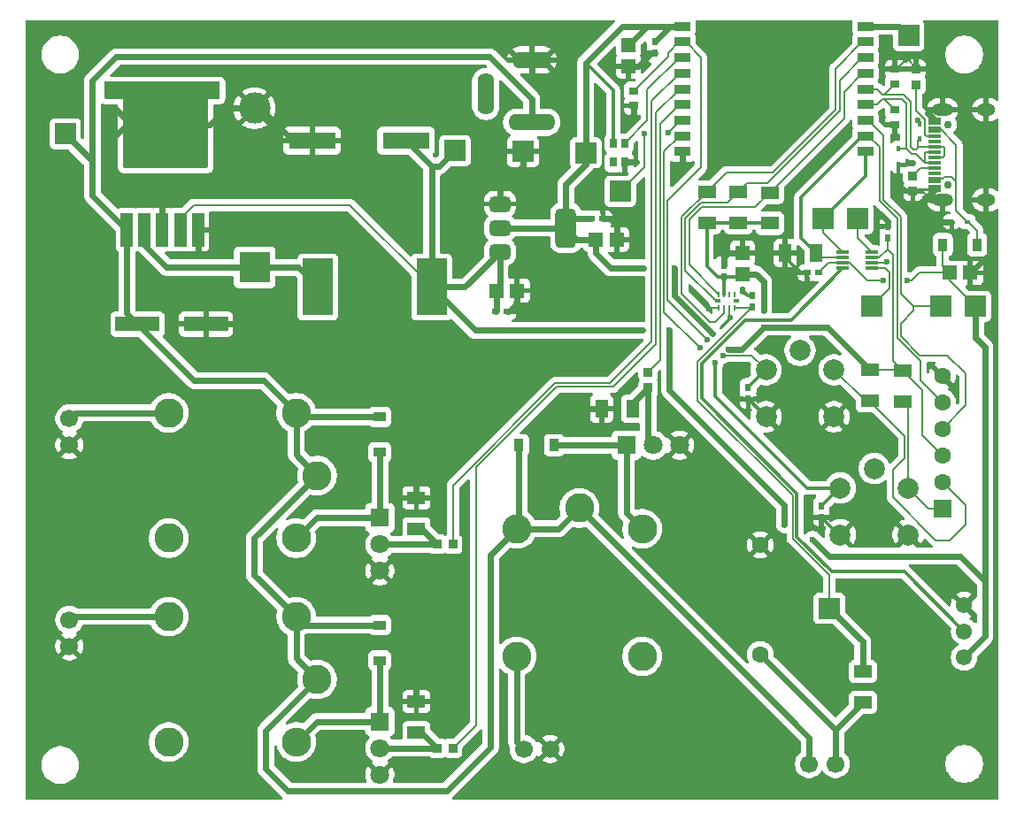
<source format=gbr>
%TF.GenerationSoftware,KiCad,Pcbnew,9.0.1*%
%TF.CreationDate,2025-04-28T19:38:50-07:00*%
%TF.ProjectId,rev0A,72657630-412e-46b6-9963-61645f706362,rev?*%
%TF.SameCoordinates,Original*%
%TF.FileFunction,Copper,L1,Top*%
%TF.FilePolarity,Positive*%
%FSLAX46Y46*%
G04 Gerber Fmt 4.6, Leading zero omitted, Abs format (unit mm)*
G04 Created by KiCad (PCBNEW 9.0.1) date 2025-04-28 19:38:50*
%MOMM*%
%LPD*%
G01*
G04 APERTURE LIST*
G04 Aperture macros list*
%AMRoundRect*
0 Rectangle with rounded corners*
0 $1 Rounding radius*
0 $2 $3 $4 $5 $6 $7 $8 $9 X,Y pos of 4 corners*
0 Add a 4 corners polygon primitive as box body*
4,1,4,$2,$3,$4,$5,$6,$7,$8,$9,$2,$3,0*
0 Add four circle primitives for the rounded corners*
1,1,$1+$1,$2,$3*
1,1,$1+$1,$4,$5*
1,1,$1+$1,$6,$7*
1,1,$1+$1,$8,$9*
0 Add four rect primitives between the rounded corners*
20,1,$1+$1,$2,$3,$4,$5,0*
20,1,$1+$1,$4,$5,$6,$7,0*
20,1,$1+$1,$6,$7,$8,$9,0*
20,1,$1+$1,$8,$9,$2,$3,0*%
%AMFreePoly0*
4,1,21,4.105355,5.815355,4.120000,5.780000,4.120000,-5.140000,4.105355,-5.175355,4.070000,-5.190000,2.540000,-5.190000,2.504645,-5.175355,2.490000,-5.140000,2.490000,-4.050000,-4.060000,-4.050000,-4.095355,-4.035355,-4.110000,-4.000000,-4.110000,4.000000,-4.095355,4.035355,-4.060000,4.050000,2.490000,4.050000,2.490000,5.780000,2.504645,5.815355,2.540000,5.830000,4.070000,5.830000,
4.105355,5.815355,4.105355,5.815355,$1*%
G04 Aperture macros list end*
%TA.AperFunction,SMDPad,CuDef*%
%ADD10R,2.000000X2.000000*%
%TD*%
%TA.AperFunction,SMDPad,CuDef*%
%ADD11R,1.210000X1.700000*%
%TD*%
%TA.AperFunction,ComponentPad*%
%ADD12C,1.700000*%
%TD*%
%TA.AperFunction,SMDPad,CuDef*%
%ADD13R,0.540000X0.790000*%
%TD*%
%TA.AperFunction,ComponentPad*%
%ADD14R,1.800000X1.800000*%
%TD*%
%TA.AperFunction,ComponentPad*%
%ADD15C,1.800000*%
%TD*%
%TA.AperFunction,SMDPad,CuDef*%
%ADD16R,0.860000X0.810000*%
%TD*%
%TA.AperFunction,ComponentPad*%
%ADD17C,2.000000*%
%TD*%
%TA.AperFunction,SMDPad,CuDef*%
%ADD18R,0.910000X1.220000*%
%TD*%
%TA.AperFunction,ComponentPad*%
%ADD19C,1.550000*%
%TD*%
%TA.AperFunction,SMDPad,CuDef*%
%ADD20R,2.900000X5.400000*%
%TD*%
%TA.AperFunction,SMDPad,CuDef*%
%ADD21R,1.350000X1.410000*%
%TD*%
%TA.AperFunction,SMDPad,CuDef*%
%ADD22R,0.250000X0.580000*%
%TD*%
%TA.AperFunction,SMDPad,CuDef*%
%ADD23R,0.630000X0.300000*%
%TD*%
%TA.AperFunction,SMDPad,CuDef*%
%ADD24R,0.900000X0.800000*%
%TD*%
%TA.AperFunction,SMDPad,CuDef*%
%ADD25R,1.700000X1.210000*%
%TD*%
%TA.AperFunction,ComponentPad*%
%ADD26C,1.600000*%
%TD*%
%TA.AperFunction,SMDPad,CuDef*%
%ADD27R,1.500000X0.900000*%
%TD*%
%TA.AperFunction,HeatsinkPad*%
%ADD28C,0.600000*%
%TD*%
%TA.AperFunction,HeatsinkPad*%
%ADD29R,2.900000X2.900000*%
%TD*%
%TA.AperFunction,SMDPad,CuDef*%
%ADD30RoundRect,0.087500X0.537500X0.087500X-0.537500X0.087500X-0.537500X-0.087500X0.537500X-0.087500X0*%
%TD*%
%TA.AperFunction,SMDPad,CuDef*%
%ADD31R,0.400000X0.600000*%
%TD*%
%TA.AperFunction,ComponentPad*%
%ADD32C,2.790000*%
%TD*%
%TA.AperFunction,ComponentPad*%
%ADD33O,2.790000X2.790000*%
%TD*%
%TA.AperFunction,SMDPad,CuDef*%
%ADD34R,0.790000X0.540000*%
%TD*%
%TA.AperFunction,SMDPad,CuDef*%
%ADD35R,1.150000X3.200000*%
%TD*%
%TA.AperFunction,SMDPad,CuDef*%
%ADD36FreePoly0,90.000000*%
%TD*%
%TA.AperFunction,ComponentPad*%
%ADD37C,0.750000*%
%TD*%
%TA.AperFunction,SMDPad,CuDef*%
%ADD38R,1.300000X0.300000*%
%TD*%
%TA.AperFunction,ComponentPad*%
%ADD39O,2.000000X1.200000*%
%TD*%
%TA.AperFunction,ComponentPad*%
%ADD40O,1.800000X1.200000*%
%TD*%
%TA.AperFunction,SMDPad,CuDef*%
%ADD41R,0.600000X0.400000*%
%TD*%
%TA.AperFunction,SMDPad,CuDef*%
%ADD42R,1.150000X0.950000*%
%TD*%
%TA.AperFunction,SMDPad,CuDef*%
%ADD43R,1.410000X1.350000*%
%TD*%
%TA.AperFunction,SMDPad,CuDef*%
%ADD44R,0.810000X0.860000*%
%TD*%
%TA.AperFunction,SMDPad,CuDef*%
%ADD45R,4.500000X1.650000*%
%TD*%
%TA.AperFunction,SMDPad,CuDef*%
%ADD46R,0.700000X0.900000*%
%TD*%
%TA.AperFunction,SMDPad,CuDef*%
%ADD47R,4.200000X1.400000*%
%TD*%
%TA.AperFunction,ComponentPad*%
%ADD48O,4.500000X1.600000*%
%TD*%
%TA.AperFunction,ComponentPad*%
%ADD49O,3.800000X1.600000*%
%TD*%
%TA.AperFunction,ComponentPad*%
%ADD50O,1.600000X4.000000*%
%TD*%
%TA.AperFunction,SMDPad,CuDef*%
%ADD51RoundRect,0.375000X-0.625000X-0.375000X0.625000X-0.375000X0.625000X0.375000X-0.625000X0.375000X0*%
%TD*%
%TA.AperFunction,SMDPad,CuDef*%
%ADD52RoundRect,0.500000X-0.500000X-1.400000X0.500000X-1.400000X0.500000X1.400000X-0.500000X1.400000X0*%
%TD*%
%TA.AperFunction,SMDPad,CuDef*%
%ADD53R,0.950000X1.150000*%
%TD*%
%TA.AperFunction,ComponentPad*%
%ADD54R,3.000000X3.000000*%
%TD*%
%TA.AperFunction,ComponentPad*%
%ADD55C,3.000000*%
%TD*%
%TA.AperFunction,ViaPad*%
%ADD56C,0.600000*%
%TD*%
%TA.AperFunction,Conductor*%
%ADD57C,0.600000*%
%TD*%
%TA.AperFunction,Conductor*%
%ADD58C,0.200000*%
%TD*%
%TA.AperFunction,Conductor*%
%ADD59C,0.300000*%
%TD*%
G04 APERTURE END LIST*
D10*
%TO.P,GPIO21,1,1*%
%TO.N,IO21*%
X193080000Y-89100000D03*
%TD*%
D11*
%TO.P,R6,1*%
%TO.N,GND*%
X178165000Y-84000000D03*
%TO.P,R6,2*%
%TO.N,Flow Sensor Enable*%
X181125000Y-84000000D03*
%TD*%
D12*
%TO.P,J3,1,Pin_1*%
%TO.N,Net-(J3-Pin_1)*%
X153140000Y-131472500D03*
%TO.P,J3,2,Pin_2*%
%TO.N,GND*%
X155680000Y-131472500D03*
%TD*%
D10*
%TO.P,TP4,1,1*%
%TO.N,+3.3V*%
X159080000Y-74400000D03*
%TD*%
D13*
%TO.P,C21,1*%
%TO.N,GND*%
X187980000Y-81450000D03*
%TO.P,C21,2*%
%TO.N,+3.3V*%
X187980000Y-82550000D03*
%TD*%
D14*
%TO.P,Q1,1,C*%
%TO.N,Net-(D6-A)*%
X139380000Y-109340000D03*
D15*
%TO.P,Q1,2,B*%
%TO.N,Net-(Q1-B)*%
X139380000Y-111880000D03*
%TO.P,Q1,3,E*%
%TO.N,GND*%
X139380000Y-114420000D03*
%TD*%
D16*
%TO.P,R3,1*%
%TO.N,Net-(USBC1-CC1)*%
X190380000Y-76600000D03*
%TO.P,R3,2*%
%TO.N,GND*%
X190380000Y-78100000D03*
%TD*%
D17*
%TO.P,SW2,1,1*%
%TO.N,GND*%
X182830000Y-99670000D03*
%TO.P,SW2,2,2*%
X176330000Y-99670000D03*
%TO.P,SW2,3,3*%
%TO.N,CHIP_PU*%
X182830000Y-95180000D03*
%TO.P,SW2,4,4*%
X176330000Y-95180000D03*
%TO.P,SW2,5*%
%TO.N,N/C*%
X179580000Y-93320000D03*
%TD*%
D18*
%TO.P,D2,1,K*%
%TO.N,+5V*%
X193240000Y-83200000D03*
%TO.P,D2,2,A*%
%TO.N,Net-(D2-A)*%
X196520000Y-83200000D03*
%TD*%
D19*
%TO.P,J4,1,Pin_1*%
%TO.N,+5V*%
X195280000Y-122700000D03*
%TO.P,J4,2,Pin_2*%
%TO.N,Net-(IC2-B1)*%
X195280000Y-120200000D03*
%TO.P,J4,3,Pin_3*%
%TO.N,GND*%
X195280000Y-117700000D03*
%TD*%
D13*
%TO.P,C12,1*%
%TO.N,GPIO9*%
X181630000Y-108180000D03*
%TO.P,C12,2*%
%TO.N,GND*%
X181630000Y-109280000D03*
%TD*%
D10*
%TO.P,GPIO8,1,1*%
%TO.N,Net-(IC1-IO8)*%
X162380000Y-78100000D03*
%TD*%
D20*
%TO.P,L1,1,1*%
%TO.N,Net-(D1-K)*%
X133450000Y-87250000D03*
%TO.P,L1,2,2*%
%TO.N,+5V*%
X144350000Y-87250000D03*
%TD*%
D21*
%TO.P,C7,1*%
%TO.N,GND*%
X163180000Y-66100000D03*
%TO.P,C7,2*%
%TO.N,+3.3V*%
X163180000Y-64100000D03*
%TD*%
D13*
%TO.P,C20,1*%
%TO.N,Pressure Sensor Voltage*%
X174980000Y-89200000D03*
%TO.P,C20,2*%
%TO.N,GND*%
X174980000Y-88100000D03*
%TD*%
D22*
%TO.P,U1,1,ADDR*%
%TO.N,GND*%
X171830000Y-89250000D03*
%TO.P,U1,2,ALERT/RDY*%
%TO.N,ADC Alert*%
X172330000Y-89250000D03*
%TO.P,U1,3,GND*%
%TO.N,GND*%
X172830000Y-89250000D03*
%TO.P,U1,4,AIN0*%
%TO.N,Pressure Sensor Voltage*%
X173330000Y-89250000D03*
D23*
%TO.P,U1,5,AIN1*%
%TO.N,unconnected-(U1-AIN1-Pad5)*%
X173480000Y-88600000D03*
D22*
%TO.P,U1,6,AIN2*%
%TO.N,unconnected-(U1-AIN2-Pad6)*%
X173330000Y-87950000D03*
%TO.P,U1,7,AIN3*%
%TO.N,unconnected-(U1-AIN3-Pad7)*%
X172830000Y-87950000D03*
%TO.P,U1,8,VDD*%
%TO.N,+3.3V*%
X172330000Y-87950000D03*
%TO.P,U1,9,SDA*%
%TO.N,SDA*%
X171830000Y-87950000D03*
D23*
%TO.P,U1,10,SCL*%
%TO.N,SCLK*%
X171680000Y-88600000D03*
%TD*%
D24*
%TO.P,C10,1*%
%TO.N,D+*%
X188680000Y-67800000D03*
%TO.P,C10,2*%
%TO.N,GND*%
X188680000Y-66400000D03*
%TD*%
D25*
%TO.P,R14,1*%
%TO.N,SDA*%
X176680000Y-78200000D03*
%TO.P,R14,2*%
%TO.N,+3.3V*%
X176680000Y-81160000D03*
%TD*%
D26*
%TO.P,R5,1*%
%TO.N,Net-(J5-Pin_2)*%
X175780000Y-122450000D03*
%TO.P,R5,2*%
%TO.N,GND*%
X175780000Y-111950000D03*
%TD*%
D27*
%TO.P,IC1,1,3V3*%
%TO.N,+3.3V*%
X168330000Y-62300000D03*
%TO.P,IC1,2,EN*%
%TO.N,CHIP_PU*%
X168330000Y-63800000D03*
%TO.P,IC1,3,IO4*%
%TO.N,RGB*%
X168330000Y-65300000D03*
%TO.P,IC1,4,IO5*%
%TO.N,Relay1*%
X168330000Y-66800000D03*
%TO.P,IC1,5,IO6*%
%TO.N,Relay2*%
X168330000Y-68300000D03*
%TO.P,IC1,6,IO7*%
%TO.N,Relay3*%
X168330000Y-69800000D03*
%TO.P,IC1,7,IO8*%
%TO.N,Net-(IC1-IO8)*%
X168330000Y-71300000D03*
%TO.P,IC1,8,IO9*%
%TO.N,GPIO9*%
X168330000Y-72800000D03*
%TO.P,IC1,9,GND*%
%TO.N,GND*%
X168330000Y-74300000D03*
%TO.P,IC1,10,IO10*%
%TO.N,Flow Sensor Data*%
X185830000Y-74300000D03*
%TO.P,IC1,11,IO20/RXD*%
%TO.N,Flow Sensor Enable*%
X185830000Y-72800000D03*
%TO.P,IC1,12,IO21/TXD*%
%TO.N,IO21*%
X185830000Y-71300000D03*
%TO.P,IC1,13,IO18*%
%TO.N,D-*%
X185830000Y-69800000D03*
%TO.P,IC1,14,IO19*%
%TO.N,D+*%
X185830000Y-68300000D03*
%TO.P,IC1,15,IO3*%
%TO.N,SDA*%
X185830000Y-66800000D03*
%TO.P,IC1,16,IO2*%
%TO.N,SCLK*%
X185830000Y-65300000D03*
%TO.P,IC1,17,IO1*%
%TO.N,ADC Alert*%
X185830000Y-63800000D03*
%TO.P,IC1,18,IO0*%
%TO.N,Net-(IC1-IO0)*%
X185830000Y-62300000D03*
D28*
%TO.P,IC1,19,GND*%
%TO.N,GND*%
X176940000Y-67950000D03*
X176940000Y-69050000D03*
X177490000Y-67400000D03*
X177490000Y-68500000D03*
X177490000Y-69600000D03*
X178040000Y-67950000D03*
D29*
X178040000Y-68500000D03*
D28*
X178040000Y-69050000D03*
X178590000Y-67400000D03*
X178590000Y-68500000D03*
X178590000Y-69600000D03*
X179140000Y-67950000D03*
X179140000Y-69050000D03*
%TD*%
D30*
%TO.P,IC2,1,B2*%
%TO.N,Net-(IC2-B2)*%
X186480000Y-85450000D03*
%TO.P,IC2,2,GND*%
%TO.N,GND*%
X186480000Y-84950000D03*
%TO.P,IC2,3,VCCA*%
%TO.N,+3.3V*%
X186480000Y-84450000D03*
%TO.P,IC2,4,A2*%
%TO.N,Net-(IC2-A2)*%
X186480000Y-83950000D03*
%TO.P,IC2,5,A1*%
%TO.N,Flow Sensor Data*%
X183680000Y-83950000D03*
%TO.P,IC2,6,OE*%
%TO.N,Flow Sensor Enable*%
X183680000Y-84450000D03*
%TO.P,IC2,7,VCCB*%
%TO.N,+5V*%
X183680000Y-84950000D03*
%TO.P,IC2,8,B1*%
%TO.N,Net-(IC2-B1)*%
X183680000Y-85450000D03*
%TD*%
D10*
%TO.P,TP13,1,1*%
%TO.N,Net-(IC2-B2)*%
X186465000Y-89100000D03*
%TD*%
D31*
%TO.P,D5,1*%
%TO.N,GND*%
X190980000Y-71600000D03*
%TO.P,D5,2*%
%TO.N,D+*%
X190980000Y-73100000D03*
%TD*%
D14*
%TO.P,Q3,1,C*%
%TO.N,Net-(D8-A)*%
X162980000Y-102400000D03*
D15*
%TO.P,Q3,2,B*%
%TO.N,Net-(Q3-B)*%
X165520000Y-102400000D03*
%TO.P,Q3,3,E*%
%TO.N,GND*%
X168060000Y-102400000D03*
%TD*%
D32*
%TO.P,K2,C1*%
%TO.N,+12V*%
X131380000Y-118800000D03*
D33*
%TO.P,K2,C2*%
%TO.N,Net-(D7-A)*%
X131380000Y-130800000D03*
D32*
%TO.P,K2,COM*%
%TO.N,+12V*%
X133380000Y-124800000D03*
%TO.P,K2,NC*%
%TO.N,unconnected-(K2-PadNC)*%
X119180000Y-130800000D03*
%TO.P,K2,NO*%
%TO.N,Net-(J2-Pin_1)*%
X119180000Y-118800000D03*
%TD*%
D10*
%TO.P,TP9,1,1*%
%TO.N,Pressure Sensor Voltage*%
X182380000Y-118000000D03*
%TD*%
D14*
%TO.P,Q2,1,C*%
%TO.N,Net-(D7-A)*%
X139380000Y-128840000D03*
D15*
%TO.P,Q2,2,B*%
%TO.N,Net-(Q2-B)*%
X139380000Y-131380000D03*
%TO.P,Q2,3,E*%
%TO.N,GND*%
X139380000Y-133920000D03*
%TD*%
D10*
%TO.P,TP2,1,1*%
%TO.N,+12V*%
X109280000Y-72600000D03*
%TD*%
D25*
%TO.P,R2,1*%
%TO.N,+3.3V*%
X189380000Y-95240000D03*
%TO.P,R2,2*%
%TO.N,GPIO9*%
X189380000Y-98200000D03*
%TD*%
D13*
%TO.P,C18,1*%
%TO.N,+3.3V*%
X172280000Y-86300000D03*
%TO.P,C18,2*%
%TO.N,GND*%
X172280000Y-85200000D03*
%TD*%
D34*
%TO.P,C6,1*%
%TO.N,+3.3V*%
X159630000Y-80700000D03*
%TO.P,C6,2*%
%TO.N,GND*%
X160730000Y-80700000D03*
%TD*%
D25*
%TO.P,R10,1*%
%TO.N,Net-(Q2-B)*%
X142880000Y-129880000D03*
%TO.P,R10,2*%
%TO.N,GND*%
X142880000Y-126920000D03*
%TD*%
D35*
%TO.P,VREG1,1,VIN*%
%TO.N,+12V*%
X115180000Y-81770000D03*
%TO.P,VREG1,2,OUT*%
%TO.N,Net-(D1-K)*%
X116880000Y-81770000D03*
%TO.P,VREG1,3,GND*%
%TO.N,GND*%
X118580000Y-81770000D03*
%TO.P,VREG1,4,FB*%
%TO.N,+5V*%
X120280000Y-81770000D03*
%TO.P,VREG1,5,~{ON}/OFF*%
%TO.N,GND*%
X121980000Y-81770000D03*
D36*
%TO.P,VREG1,6,TAB(GND)*%
X118900000Y-71750000D03*
%TD*%
D10*
%TO.P,TP1,1,1*%
%TO.N,GND*%
X153080000Y-74300000D03*
%TD*%
D37*
%TO.P,USBC1,*%
%TO.N,*%
X193717500Y-77500000D03*
X193717500Y-71700000D03*
D38*
%TO.P,USBC1,A1,GND*%
%TO.N,GND*%
X192457500Y-77950000D03*
%TO.P,USBC1,A4,VBUS*%
%TO.N,Net-(D2-A)*%
X192457500Y-77150000D03*
%TO.P,USBC1,A5,CC1*%
%TO.N,Net-(USBC1-CC1)*%
X192457500Y-75850000D03*
%TO.P,USBC1,A6,DP1*%
%TO.N,D+*%
X192457500Y-74850000D03*
%TO.P,USBC1,A7,DN1*%
%TO.N,D-*%
X192457500Y-74350000D03*
%TO.P,USBC1,A8,SBU1*%
%TO.N,unconnected-(USBC1-SBU1-PadA8)*%
X192457500Y-73350000D03*
%TO.P,USBC1,A9,VBUS*%
%TO.N,Net-(D2-A)*%
X192457500Y-72050000D03*
%TO.P,USBC1,A12,GND*%
%TO.N,GND*%
X192457500Y-71250000D03*
%TO.P,USBC1,B1,GND*%
X192457500Y-71550000D03*
%TO.P,USBC1,B4,VBUS*%
%TO.N,Net-(D2-A)*%
X192457500Y-72350000D03*
%TO.P,USBC1,B5,CC2*%
%TO.N,Net-(USBC1-CC2)*%
X192457500Y-72850000D03*
%TO.P,USBC1,B6,DP2*%
%TO.N,D+*%
X192457500Y-73850000D03*
%TO.P,USBC1,B7,DN2*%
%TO.N,D-*%
X192457500Y-75350000D03*
%TO.P,USBC1,B8,SBU2*%
%TO.N,unconnected-(USBC1-SBU2-PadB8)*%
X192457500Y-76350000D03*
%TO.P,USBC1,B9,VBUS*%
%TO.N,Net-(D2-A)*%
X192457500Y-76850000D03*
%TO.P,USBC1,B12,GND*%
%TO.N,GND*%
X192457500Y-77650000D03*
D39*
%TO.P,USBC1,S1,SHIELD*%
X193217500Y-78930000D03*
%TO.P,USBC1,S2,SHIELD*%
X193217500Y-70270000D03*
D40*
%TO.P,USBC1,S3,SHIELD*%
X197397500Y-78930000D03*
%TO.P,USBC1,S4,SHIELD*%
X197397500Y-70270000D03*
%TD*%
D31*
%TO.P,D4,1*%
%TO.N,GND*%
X188980000Y-75550000D03*
%TO.P,D4,2*%
%TO.N,D-*%
X188980000Y-74050000D03*
%TD*%
D41*
%TO.P,D3,1*%
%TO.N,GND*%
X194080000Y-81000000D03*
%TO.P,D3,2*%
%TO.N,Net-(D2-A)*%
X195580000Y-81000000D03*
%TD*%
D42*
%TO.P,D7,1,K*%
%TO.N,+12V*%
X139380000Y-119610000D03*
%TO.P,D7,2,A*%
%TO.N,Net-(D7-A)*%
X139380000Y-122990000D03*
%TD*%
D43*
%TO.P,C5,1*%
%TO.N,+3.3V*%
X160030000Y-82700000D03*
%TO.P,C5,2*%
%TO.N,GND*%
X162030000Y-82700000D03*
%TD*%
D44*
%TO.P,R7,1*%
%TO.N,Relay1*%
X146380000Y-111880000D03*
%TO.P,R7,2*%
%TO.N,Net-(Q1-B)*%
X144880000Y-111880000D03*
%TD*%
D14*
%TO.P,J7,1,Pin_1*%
%TO.N,GPIO9*%
X193180000Y-108450000D03*
D26*
%TO.P,J7,2,Pin_2*%
%TO.N,CHIP_PU*%
X193180000Y-105910000D03*
%TO.P,J7,3,Pin_3*%
%TO.N,+3.3V*%
X193180000Y-103370000D03*
%TO.P,J7,4,Pin_4*%
%TO.N,IO21*%
X193180000Y-100830000D03*
%TO.P,J7,5,Pin_5*%
%TO.N,Flow Sensor Enable*%
X193180000Y-98290000D03*
%TO.P,J7,6,Pin_6*%
%TO.N,GND*%
X193180000Y-95750000D03*
%TD*%
D45*
%TO.P,C2,1*%
%TO.N,+5V*%
X141900000Y-73250000D03*
%TO.P,C2,2*%
%TO.N,GND*%
X132900000Y-73250000D03*
%TD*%
D16*
%TO.P,R4,1*%
%TO.N,Net-(USBC1-CC2)*%
X190680000Y-67900000D03*
%TO.P,R4,2*%
%TO.N,GND*%
X190680000Y-66400000D03*
%TD*%
D17*
%TO.P,SW1,1,1*%
%TO.N,GND*%
X189930000Y-110970000D03*
%TO.P,SW1,2,2*%
X183430000Y-110970000D03*
%TO.P,SW1,3,3*%
%TO.N,GPIO9*%
X189930000Y-106480000D03*
%TO.P,SW1,4,4*%
X183430000Y-106480000D03*
%TO.P,SW1,5*%
%TO.N,N/C*%
X186680000Y-104620000D03*
%TD*%
D44*
%TO.P,R9,1*%
%TO.N,Relay2*%
X146380000Y-131380000D03*
%TO.P,R9,2*%
%TO.N,Net-(Q2-B)*%
X144880000Y-131380000D03*
%TD*%
D10*
%TO.P,GPIO0,1,1*%
%TO.N,Net-(IC1-IO0)*%
X189980000Y-63200000D03*
%TD*%
D46*
%TO.P,LED1,1,DO*%
%TO.N,unconnected-(LED1-DO-Pad1)*%
X161730000Y-75320000D03*
%TO.P,LED1,2,GND*%
%TO.N,GND*%
X162830000Y-75320000D03*
%TO.P,LED1,3,DI*%
%TO.N,RGB*%
X162830000Y-73480000D03*
%TO.P,LED1,4,VDD*%
%TO.N,+3.3V*%
X161730000Y-73480000D03*
%TD*%
D13*
%TO.P,C8,1*%
%TO.N,GND*%
X165680000Y-64900000D03*
%TO.P,C8,2*%
%TO.N,+3.3V*%
X165680000Y-63800000D03*
%TD*%
D34*
%TO.P,C22,1*%
%TO.N,+5V*%
X181365000Y-85900000D03*
%TO.P,C22,2*%
%TO.N,GND*%
X180265000Y-85900000D03*
%TD*%
D10*
%TO.P,TP3,1,1*%
%TO.N,+5V*%
X146580000Y-74200000D03*
%TD*%
D43*
%TO.P,C3,1*%
%TO.N,+5V*%
X150530000Y-87600000D03*
%TO.P,C3,2*%
%TO.N,GND*%
X152530000Y-87600000D03*
%TD*%
D25*
%TO.P,R8,1*%
%TO.N,Net-(Q1-B)*%
X142880000Y-110380000D03*
%TO.P,R8,2*%
%TO.N,GND*%
X142880000Y-107420000D03*
%TD*%
D10*
%TO.P,TP11,1,1*%
%TO.N,Flow Sensor Data*%
X181765000Y-80700000D03*
%TD*%
D43*
%TO.P,C14,1*%
%TO.N,+5V*%
X193880000Y-85900000D03*
%TO.P,C14,2*%
%TO.N,GND*%
X195880000Y-85900000D03*
%TD*%
D25*
%TO.P,R15,1*%
%TO.N,SCLK*%
X173680000Y-78140000D03*
%TO.P,R15,2*%
%TO.N,+3.3V*%
X173680000Y-81100000D03*
%TD*%
D47*
%TO.P,C1,1*%
%TO.N,+12V*%
X116210000Y-90800000D03*
%TO.P,C1,2*%
%TO.N,GND*%
X122750000Y-90800000D03*
%TD*%
D10*
%TO.P,TP12,1,1*%
%TO.N,Net-(IC2-A2)*%
X185080000Y-80700000D03*
%TD*%
D11*
%TO.P,R12,1*%
%TO.N,Net-(Q3-B)*%
X163560000Y-98900000D03*
%TO.P,R12,2*%
%TO.N,GND*%
X160600000Y-98900000D03*
%TD*%
D48*
%TO.P,DC1,1,1*%
%TO.N,+12V*%
X153917500Y-71482500D03*
D49*
%TO.P,DC1,2,2*%
%TO.N,GND*%
X153917500Y-65522500D03*
D50*
%TO.P,DC1,3,3*%
%TO.N,unconnected-(DC1-Pad3)*%
X149517500Y-68772500D03*
%TD*%
D24*
%TO.P,C9,1*%
%TO.N,GND*%
X163680000Y-69900000D03*
%TO.P,C9,2*%
%TO.N,CHIP_PU*%
X163680000Y-68500000D03*
%TD*%
D42*
%TO.P,D6,1,K*%
%TO.N,+12V*%
X139380000Y-99690000D03*
%TO.P,D6,2,A*%
%TO.N,Net-(D6-A)*%
X139380000Y-103070000D03*
%TD*%
D25*
%TO.P,R16,1*%
%TO.N,ADC Alert*%
X170680000Y-78140000D03*
%TO.P,R16,2*%
%TO.N,+3.3V*%
X170680000Y-81100000D03*
%TD*%
D51*
%TO.P,VREG2,1,ADJ*%
%TO.N,GND*%
X150880000Y-79300000D03*
%TO.P,VREG2,2,VO*%
%TO.N,+3.3V*%
X150880000Y-81600000D03*
D52*
X157180000Y-81600000D03*
D51*
%TO.P,VREG2,3,VI*%
%TO.N,+5V*%
X150880000Y-83900000D03*
%TD*%
D12*
%TO.P,J5,1,Pin_1*%
%TO.N,+12V*%
X180440000Y-132900000D03*
%TO.P,J5,2,Pin_2*%
%TO.N,Net-(J5-Pin_2)*%
X182980000Y-132900000D03*
%TD*%
D25*
%TO.P,R1,1*%
%TO.N,+3.3V*%
X186280000Y-95200000D03*
%TO.P,R1,2*%
%TO.N,CHIP_PU*%
X186280000Y-98160000D03*
%TD*%
D34*
%TO.P,C4,1*%
%TO.N,+5V*%
X150430000Y-89600000D03*
%TO.P,C4,2*%
%TO.N,GND*%
X151530000Y-89600000D03*
%TD*%
D21*
%TO.P,C17,1*%
%TO.N,+3.3V*%
X174080000Y-86000000D03*
%TO.P,C17,2*%
%TO.N,GND*%
X174080000Y-84000000D03*
%TD*%
D13*
%TO.P,C13,1*%
%TO.N,CHIP_PU*%
X174630000Y-96870000D03*
%TO.P,C13,2*%
%TO.N,GND*%
X174630000Y-97970000D03*
%TD*%
D10*
%TO.P,TP8,1,1*%
%TO.N,+5V*%
X196380000Y-89100000D03*
%TD*%
D53*
%TO.P,D8,1,K*%
%TO.N,+12V*%
X152690000Y-102400000D03*
%TO.P,D8,2,A*%
%TO.N,Net-(D8-A)*%
X156070000Y-102400000D03*
%TD*%
D16*
%TO.P,R11,1*%
%TO.N,Relay3*%
X165060000Y-95400000D03*
%TO.P,R11,2*%
%TO.N,Net-(Q3-B)*%
X165060000Y-96900000D03*
%TD*%
D12*
%TO.P,J1,1,Pin_1*%
%TO.N,Net-(J1-Pin_1)*%
X109680000Y-99830000D03*
%TO.P,J1,2,Pin_2*%
%TO.N,GND*%
X109680000Y-102370000D03*
%TD*%
D32*
%TO.P,K3,C1*%
%TO.N,+12V*%
X152480000Y-110400000D03*
D33*
%TO.P,K3,C2*%
%TO.N,Net-(D8-A)*%
X164480000Y-110400000D03*
D32*
%TO.P,K3,COM*%
%TO.N,+12V*%
X158480000Y-108400000D03*
%TO.P,K3,NC*%
%TO.N,unconnected-(K3-PadNC)*%
X164480000Y-122600000D03*
%TO.P,K3,NO*%
%TO.N,Net-(J3-Pin_1)*%
X152480000Y-122600000D03*
%TD*%
D25*
%TO.P,R13,1*%
%TO.N,Pressure Sensor Voltage*%
X185580000Y-124040000D03*
%TO.P,R13,2*%
%TO.N,Net-(J5-Pin_2)*%
X185580000Y-127000000D03*
%TD*%
D54*
%TO.P,D1,1,K*%
%TO.N,Net-(D1-K)*%
X127400000Y-85370000D03*
D55*
%TO.P,D1,2,A*%
%TO.N,GND*%
X127400000Y-70130000D03*
%TD*%
D32*
%TO.P,K1,C1*%
%TO.N,+12V*%
X131380000Y-99300000D03*
D33*
%TO.P,K1,C2*%
%TO.N,Net-(D6-A)*%
X131380000Y-111300000D03*
D32*
%TO.P,K1,COM*%
%TO.N,+12V*%
X133380000Y-105300000D03*
%TO.P,K1,NC*%
%TO.N,unconnected-(K1-PadNC)*%
X119180000Y-111300000D03*
%TO.P,K1,NO*%
%TO.N,Net-(J1-Pin_1)*%
X119180000Y-99300000D03*
%TD*%
D12*
%TO.P,J2,1,Pin_1*%
%TO.N,Net-(J2-Pin_1)*%
X109680000Y-119100000D03*
%TO.P,J2,2,Pin_2*%
%TO.N,GND*%
X109680000Y-121640000D03*
%TD*%
D24*
%TO.P,C11,1*%
%TO.N,D-*%
X188680000Y-70300000D03*
%TO.P,C11,2*%
%TO.N,GND*%
X188680000Y-71700000D03*
%TD*%
D56*
%TO.N,GND*%
X187300000Y-80300000D03*
X153900000Y-67400000D03*
X151400000Y-64200000D03*
X180200000Y-69900000D03*
X189800000Y-65400000D03*
X168000000Y-75900000D03*
X162000000Y-81300000D03*
X156400000Y-64100000D03*
X122000000Y-83800000D03*
X170900000Y-89300000D03*
X176700000Y-70600000D03*
X172700000Y-84000000D03*
X142900000Y-125500000D03*
X176100000Y-66800000D03*
X125600000Y-90800000D03*
X179165000Y-85400000D03*
X190805000Y-71323471D03*
X187880000Y-84877012D03*
X172900000Y-90200000D03*
X156300000Y-66900000D03*
X174100000Y-87600000D03*
X179700000Y-66300000D03*
X197100000Y-84700000D03*
X114000000Y-70100000D03*
X124600000Y-70300000D03*
X163200000Y-71200000D03*
X159500000Y-98900000D03*
X152430000Y-88900000D03*
X118600000Y-79500000D03*
X188700000Y-73000000D03*
X114000000Y-72900000D03*
X193100000Y-81000000D03*
X151700000Y-77000000D03*
X142900000Y-106100000D03*
X163900000Y-75300000D03*
X129700000Y-71900000D03*
X189000000Y-77200000D03*
X164600000Y-65600000D03*
%TO.N,+5V*%
X189808000Y-86600000D03*
X178080000Y-110000000D03*
X164480000Y-91400000D03*
X187552000Y-86600000D03*
X167080000Y-91400000D03*
X180780000Y-111400000D03*
%TO.N,+3.3V*%
X172746393Y-93200000D03*
X171196393Y-91683607D03*
X167580000Y-85400000D03*
X176080000Y-89500000D03*
X164580000Y-85400000D03*
X176080000Y-91100000D03*
%TO.N,CHIP_PU*%
X170680000Y-92300000D03*
X172180000Y-93800000D03*
%TO.N,GPIO9*%
X169980000Y-93100000D03*
X171480000Y-94500000D03*
%TO.N,Net-(IC1-IO8)*%
X164680000Y-72600000D03*
X166980000Y-72500000D03*
%TD*%
D57*
%TO.N,GND*%
X187980000Y-81450000D02*
X187980000Y-80980000D01*
X187980000Y-80980000D02*
X187300000Y-80300000D01*
X152722500Y-65522500D02*
X151400000Y-64200000D01*
X176940000Y-67950000D02*
X177490000Y-67950000D01*
X151730000Y-89600000D02*
X152430000Y-88900000D01*
X179140000Y-69050000D02*
X179630000Y-69050000D01*
X168330000Y-75570000D02*
X168000000Y-75900000D01*
X178590000Y-69600000D02*
X178590000Y-70090000D01*
D58*
X190380000Y-78100000D02*
X191280000Y-78100000D01*
D57*
X176940000Y-67950000D02*
X176940000Y-67640000D01*
X177490000Y-68500000D02*
X178040000Y-67950000D01*
X192457500Y-71250000D02*
X192430000Y-71250000D01*
D59*
X180265000Y-85900000D02*
X179665000Y-85900000D01*
D57*
X177490000Y-67400000D02*
X177490000Y-66990000D01*
X152530000Y-87600000D02*
X152530000Y-88800000D01*
D58*
X189900000Y-78100000D02*
X189000000Y-77200000D01*
D57*
X118580000Y-79520000D02*
X118600000Y-79500000D01*
D58*
X187807012Y-84950000D02*
X187880000Y-84877012D01*
D57*
X115150000Y-71750000D02*
X114000000Y-72900000D01*
X178590000Y-70090000D02*
X178080000Y-70600000D01*
X142880000Y-107420000D02*
X142880000Y-106120000D01*
X162030000Y-82700000D02*
X162030000Y-81330000D01*
X124770000Y-70130000D02*
X124600000Y-70300000D01*
D58*
X191280000Y-78100000D02*
X191780000Y-78600000D01*
D57*
X172280000Y-84420000D02*
X172700000Y-84000000D01*
X153917500Y-65522500D02*
X154977500Y-65522500D01*
X178590000Y-66910000D02*
X178340000Y-66660000D01*
X194080000Y-81000000D02*
X193100000Y-81000000D01*
X178340000Y-66660000D02*
X178080000Y-66400000D01*
X161400000Y-80700000D02*
X162000000Y-81300000D01*
D58*
X188980000Y-75550000D02*
X188980000Y-77180000D01*
D57*
X127930000Y-70130000D02*
X129700000Y-71900000D01*
X176230000Y-67950000D02*
X175780000Y-68400000D01*
X121980000Y-83780000D02*
X122000000Y-83800000D01*
X150880000Y-77820000D02*
X151700000Y-77000000D01*
D58*
X190380000Y-78100000D02*
X189900000Y-78100000D01*
D57*
X121980000Y-81770000D02*
X121980000Y-83780000D01*
X154977500Y-65522500D02*
X156400000Y-64100000D01*
X176940000Y-67640000D02*
X176100000Y-66800000D01*
D59*
X174600000Y-88100000D02*
X174100000Y-87600000D01*
D58*
X188680000Y-66400000D02*
X188800000Y-66400000D01*
D57*
X178600000Y-67400000D02*
X179700000Y-66300000D01*
D59*
X174980000Y-88100000D02*
X174600000Y-88100000D01*
D57*
X160600000Y-98900000D02*
X159500000Y-98900000D01*
X118900000Y-71750000D02*
X115650000Y-71750000D01*
X176940000Y-69050000D02*
X176430000Y-69050000D01*
X153080000Y-74300000D02*
X153080000Y-75620000D01*
X123150000Y-71750000D02*
X124600000Y-70300000D01*
D58*
X170950000Y-89250000D02*
X170900000Y-89300000D01*
D57*
X164100000Y-66100000D02*
X164600000Y-65600000D01*
X177490000Y-69600000D02*
X177490000Y-69810000D01*
X177490000Y-66990000D02*
X178080000Y-66400000D01*
X162030000Y-81330000D02*
X162000000Y-81300000D01*
X163680000Y-70720000D02*
X163200000Y-71200000D01*
X177490000Y-67400000D02*
X177490000Y-67950000D01*
X160730000Y-80700000D02*
X161400000Y-80700000D01*
X177490000Y-67950000D02*
X178040000Y-68500000D01*
X193217500Y-78930000D02*
X192110000Y-78930000D01*
X142880000Y-126920000D02*
X142880000Y-125520000D01*
X177490000Y-69600000D02*
X176940000Y-69050000D01*
X153917500Y-65522500D02*
X152722500Y-65522500D01*
X132900000Y-73250000D02*
X131050000Y-73250000D01*
D58*
X188980000Y-77180000D02*
X189000000Y-77200000D01*
D57*
X115650000Y-71750000D02*
X114000000Y-70100000D01*
X176430000Y-69050000D02*
X175780000Y-68400000D01*
X153917500Y-67382500D02*
X153900000Y-67400000D01*
X163880000Y-75320000D02*
X163900000Y-75300000D01*
X154922500Y-65522500D02*
X156300000Y-66900000D01*
X192430000Y-71250000D02*
X191780000Y-70600000D01*
X178590000Y-67400000D02*
X178590000Y-66910000D01*
X178040000Y-69050000D02*
X177490000Y-68500000D01*
X172280000Y-85200000D02*
X172280000Y-84420000D01*
X177490000Y-68500000D02*
X176940000Y-69050000D01*
D58*
X171830000Y-89250000D02*
X170950000Y-89250000D01*
D57*
X127400000Y-70130000D02*
X124770000Y-70130000D01*
X179140000Y-69050000D02*
X179350000Y-69050000D01*
D59*
X179665000Y-85900000D02*
X179165000Y-85400000D01*
X183430000Y-110970000D02*
X183320000Y-110970000D01*
D57*
X180090000Y-68410000D02*
X180180000Y-68500000D01*
X153917500Y-65522500D02*
X153917500Y-67382500D01*
X178040000Y-67950000D02*
X178590000Y-67400000D01*
X176940000Y-67950000D02*
X176230000Y-67950000D01*
X177490000Y-70010000D02*
X178080000Y-70600000D01*
X151530000Y-89600000D02*
X151730000Y-89600000D01*
X162830000Y-75320000D02*
X163880000Y-75320000D01*
X153080000Y-75620000D02*
X151700000Y-77000000D01*
X192430000Y-77950000D02*
X191780000Y-78600000D01*
X122050000Y-81700000D02*
X121980000Y-81770000D01*
X179140000Y-69050000D02*
X178590000Y-69050000D01*
X118900000Y-71750000D02*
X123150000Y-71750000D01*
D59*
X183320000Y-110970000D02*
X181630000Y-109280000D01*
X176330000Y-99670000D02*
X174630000Y-97970000D01*
D58*
X188800000Y-66400000D02*
X189800000Y-65400000D01*
D57*
X165680000Y-64900000D02*
X165300000Y-64900000D01*
X192110000Y-70270000D02*
X191780000Y-70600000D01*
X195900000Y-85900000D02*
X197100000Y-84700000D01*
X163680000Y-69900000D02*
X163680000Y-70720000D01*
X193217500Y-70270000D02*
X192110000Y-70270000D01*
D58*
X190680000Y-66400000D02*
X190680000Y-66280000D01*
X190980000Y-71498471D02*
X190805000Y-71323471D01*
X190980000Y-71600000D02*
X190980000Y-71498471D01*
D57*
X163180000Y-66100000D02*
X164100000Y-66100000D01*
X179350000Y-69050000D02*
X180200000Y-69900000D01*
X127400000Y-70130000D02*
X127930000Y-70130000D01*
D58*
X188680000Y-72980000D02*
X188700000Y-73000000D01*
X188680000Y-71700000D02*
X188680000Y-72980000D01*
D57*
X122750000Y-90800000D02*
X125600000Y-90800000D01*
X174080000Y-84000000D02*
X172700000Y-84000000D01*
D58*
X186480000Y-84950000D02*
X187807012Y-84950000D01*
D57*
X179630000Y-67950000D02*
X180090000Y-68410000D01*
D58*
X190680000Y-66280000D02*
X189800000Y-65400000D01*
D57*
X178340000Y-66660000D02*
X180090000Y-68410000D01*
D58*
X172830000Y-89250000D02*
X172830000Y-90130000D01*
D57*
X178040000Y-67950000D02*
X178590000Y-68500000D01*
X195880000Y-85900000D02*
X195900000Y-85900000D01*
X153917500Y-65522500D02*
X154922500Y-65522500D01*
X177490000Y-69600000D02*
X177490000Y-70010000D01*
D59*
X178165000Y-84400000D02*
X179165000Y-85400000D01*
D57*
X179140000Y-67950000D02*
X179630000Y-67950000D01*
X142880000Y-106120000D02*
X142900000Y-106100000D01*
X178590000Y-68500000D02*
X179140000Y-67950000D01*
X178590000Y-67400000D02*
X178600000Y-67400000D01*
X152530000Y-88800000D02*
X152430000Y-88900000D01*
X178040000Y-67950000D02*
X177490000Y-67400000D01*
X118400000Y-81590000D02*
X118580000Y-81770000D01*
X177490000Y-69810000D02*
X176700000Y-70600000D01*
X118580000Y-81770000D02*
X118580000Y-79520000D01*
X168330000Y-74300000D02*
X168330000Y-75570000D01*
X178590000Y-68500000D02*
X178040000Y-69050000D01*
X178040000Y-69050000D02*
X178590000Y-69600000D01*
X179630000Y-69050000D02*
X180180000Y-68500000D01*
X118900000Y-71750000D02*
X115150000Y-71750000D01*
X165300000Y-64900000D02*
X164600000Y-65600000D01*
X192110000Y-78930000D02*
X191780000Y-78600000D01*
X178590000Y-69050000D02*
X178040000Y-68500000D01*
X131050000Y-73250000D02*
X129700000Y-71900000D01*
X192457500Y-77950000D02*
X192430000Y-77950000D01*
D58*
X172830000Y-90130000D02*
X172900000Y-90200000D01*
D57*
X142880000Y-125520000D02*
X142900000Y-125500000D01*
D59*
X178165000Y-84000000D02*
X178165000Y-84400000D01*
D57*
X150880000Y-79300000D02*
X150880000Y-77820000D01*
%TO.N,+12V*%
X180440000Y-130360000D02*
X180440000Y-132900000D01*
X128480000Y-129700000D02*
X128480000Y-133400000D01*
X115180000Y-81770000D02*
X115180000Y-89770000D01*
X145780000Y-135500000D02*
X149980000Y-131300000D01*
X153917500Y-69237500D02*
X149880000Y-65200000D01*
X111880000Y-67500000D02*
X111880000Y-75900000D01*
X139380000Y-99690000D02*
X131770000Y-99690000D01*
X131380000Y-99300000D02*
X131380000Y-103300000D01*
X111880000Y-78470000D02*
X115180000Y-81770000D01*
X127380000Y-114800000D02*
X131380000Y-118800000D01*
X131770000Y-99690000D02*
X131380000Y-99300000D01*
X153917500Y-71482500D02*
X153917500Y-69237500D01*
X152690000Y-102400000D02*
X152690000Y-110190000D01*
X152480000Y-110400000D02*
X156480000Y-110400000D01*
X111880000Y-75900000D02*
X111880000Y-78470000D01*
X130580000Y-135500000D02*
X145780000Y-135500000D01*
X131380000Y-122800000D02*
X133380000Y-124800000D01*
X127380000Y-111300000D02*
X127380000Y-114800000D01*
X139380000Y-119610000D02*
X132190000Y-119610000D01*
X133380000Y-124800000D02*
X128480000Y-129700000D01*
X115180000Y-81770000D02*
X115180000Y-81970000D01*
X149980000Y-112900000D02*
X152480000Y-110400000D01*
X109280000Y-72600000D02*
X111880000Y-75200000D01*
X152790000Y-110090000D02*
X152480000Y-110400000D01*
X133380000Y-105300000D02*
X127380000Y-111300000D01*
X115180000Y-89770000D02*
X116210000Y-90800000D01*
X149880000Y-65200000D02*
X114180000Y-65200000D01*
X131380000Y-118800000D02*
X131380000Y-122800000D01*
X121610000Y-96200000D02*
X116210000Y-90800000D01*
X149980000Y-131300000D02*
X149980000Y-112900000D01*
X128480000Y-133400000D02*
X130580000Y-135500000D01*
X114180000Y-65200000D02*
X111880000Y-67500000D01*
X132190000Y-119610000D02*
X131380000Y-118800000D01*
X131380000Y-103300000D02*
X133380000Y-105300000D01*
X152690000Y-110190000D02*
X152480000Y-110400000D01*
X111880000Y-75200000D02*
X111880000Y-75900000D01*
X156480000Y-110400000D02*
X158480000Y-108400000D01*
X131380000Y-99300000D02*
X128280000Y-96200000D01*
X158480000Y-108400000D02*
X180440000Y-130360000D01*
X128280000Y-96200000D02*
X121610000Y-96200000D01*
X115180000Y-81970000D02*
X115130000Y-82020000D01*
%TO.N,+5V*%
X150530000Y-87600000D02*
X150530000Y-89500000D01*
D58*
X120280000Y-81770000D02*
X120280000Y-80693000D01*
D57*
X182380000Y-113000000D02*
X194909547Y-113000000D01*
X146580000Y-74200000D02*
X145080000Y-75700000D01*
X144350000Y-87250000D02*
X144350000Y-88620000D01*
X150880000Y-87250000D02*
X150530000Y-87600000D01*
D58*
X193880000Y-86600000D02*
X196380000Y-89100000D01*
D57*
X197280000Y-117900000D02*
X197280000Y-93000000D01*
X180780000Y-111400000D02*
X182380000Y-113000000D01*
D58*
X190280000Y-86600000D02*
X190980000Y-85900000D01*
D57*
X145080000Y-75700000D02*
X144350000Y-75700000D01*
D58*
X184356848Y-84950000D02*
X186006848Y-86600000D01*
D57*
X197280000Y-115370453D02*
X197280000Y-117900000D01*
X167080000Y-91400000D02*
X167080000Y-97100000D01*
X196380000Y-92100000D02*
X196380000Y-89100000D01*
X167080000Y-97100000D02*
X174880000Y-104900000D01*
D58*
X186006848Y-86600000D02*
X187552000Y-86600000D01*
X182315000Y-84950000D02*
X183680000Y-84950000D01*
D57*
X144350000Y-87250000D02*
X144350000Y-75700000D01*
D58*
X193240000Y-85260000D02*
X193880000Y-85900000D01*
D57*
X148500000Y-91400000D02*
X164480000Y-91400000D01*
D58*
X183680000Y-84950000D02*
X184356848Y-84950000D01*
X120280000Y-80693000D02*
X121573000Y-79400000D01*
D57*
X147530000Y-87250000D02*
X150880000Y-83900000D01*
X197280000Y-120700000D02*
X197280000Y-117900000D01*
X195280000Y-122700000D02*
X197280000Y-120700000D01*
X144350000Y-75700000D02*
X141900000Y-73250000D01*
X194909547Y-113000000D02*
X197280000Y-115370453D01*
X144350000Y-87250000D02*
X147530000Y-87250000D01*
D58*
X193880000Y-85900000D02*
X193880000Y-86600000D01*
D57*
X150530000Y-89500000D02*
X150430000Y-89600000D01*
D58*
X121573000Y-79400000D02*
X136500000Y-79400000D01*
X181365000Y-85900000D02*
X182315000Y-84950000D01*
D57*
X150880000Y-83900000D02*
X150880000Y-87250000D01*
X144350000Y-87250000D02*
X148500000Y-91400000D01*
X174880000Y-104900000D02*
X178080000Y-108100000D01*
D58*
X190980000Y-85900000D02*
X193880000Y-85900000D01*
X136500000Y-79400000D02*
X144350000Y-87250000D01*
D57*
X178080000Y-108100000D02*
X178080000Y-110000000D01*
X197280000Y-93000000D02*
X196380000Y-92100000D01*
D58*
X193240000Y-83200000D02*
X193240000Y-85260000D01*
X189808000Y-86600000D02*
X190280000Y-86600000D01*
D57*
%TO.N,+3.3V*%
X161455000Y-85400000D02*
X164580000Y-85400000D01*
X150880000Y-81600000D02*
X157180000Y-81600000D01*
X176080000Y-89500000D02*
X176080000Y-86725000D01*
D58*
X187980000Y-83626848D02*
X187980000Y-82550000D01*
D59*
X172280000Y-86300000D02*
X173780000Y-86300000D01*
X176620000Y-81100000D02*
X176680000Y-81160000D01*
D58*
X191280000Y-97140000D02*
X189380000Y-95240000D01*
D57*
X164980000Y-62300000D02*
X168330000Y-62300000D01*
X167580000Y-85400000D02*
X167580000Y-88067214D01*
X167180000Y-62300000D02*
X168330000Y-62300000D01*
X173980000Y-93200000D02*
X176080000Y-91100000D01*
D59*
X161730000Y-68450000D02*
X159080000Y-65800000D01*
X172330000Y-86350000D02*
X172280000Y-86300000D01*
X173780000Y-86300000D02*
X174080000Y-86000000D01*
X170680000Y-85270000D02*
X170680000Y-81100000D01*
D58*
X187156848Y-84450000D02*
X187980000Y-83626848D01*
D57*
X165680000Y-63800000D02*
X167180000Y-62300000D01*
X160030000Y-82700000D02*
X160030000Y-83975000D01*
X159080000Y-75500000D02*
X159080000Y-74400000D01*
D58*
X188480000Y-84126848D02*
X187980000Y-83626848D01*
D57*
X160030000Y-82700000D02*
X158280000Y-82700000D01*
D58*
X189380000Y-95240000D02*
X188480000Y-94340000D01*
D57*
X159080000Y-74400000D02*
X159080000Y-65800000D01*
D58*
X189080000Y-95200000D02*
X186280000Y-95200000D01*
D57*
X172746393Y-93200000D02*
X173980000Y-93200000D01*
X182180000Y-91100000D02*
X186280000Y-95200000D01*
D58*
X191280000Y-101470000D02*
X191280000Y-97140000D01*
X188480000Y-94340000D02*
X188480000Y-86600000D01*
X186480000Y-84450000D02*
X187156848Y-84450000D01*
D57*
X175355000Y-86000000D02*
X174080000Y-86000000D01*
D58*
X189380000Y-95240000D02*
X189120000Y-95240000D01*
D59*
X172330000Y-87950000D02*
X172330000Y-86350000D01*
D57*
X157180000Y-81600000D02*
X157180000Y-77400000D01*
X159630000Y-80700000D02*
X158080000Y-80700000D01*
D58*
X189120000Y-95240000D02*
X189080000Y-95200000D01*
D57*
X163180000Y-64100000D02*
X164980000Y-62300000D01*
D59*
X161730000Y-73480000D02*
X161730000Y-68450000D01*
D58*
X193180000Y-103370000D02*
X191280000Y-101470000D01*
D57*
X176080000Y-86725000D02*
X175355000Y-86000000D01*
X158280000Y-82700000D02*
X157180000Y-81600000D01*
D59*
X172280000Y-86300000D02*
X171710000Y-86300000D01*
X171710000Y-86300000D02*
X170680000Y-85270000D01*
D57*
X162580000Y-62300000D02*
X168330000Y-62300000D01*
D59*
X173680000Y-81100000D02*
X176620000Y-81100000D01*
D57*
X160030000Y-83975000D02*
X161455000Y-85400000D01*
X159080000Y-65800000D02*
X162580000Y-62300000D01*
D59*
X170680000Y-81100000D02*
X173680000Y-81100000D01*
D57*
X157180000Y-77400000D02*
X159080000Y-75500000D01*
X176080000Y-91100000D02*
X182180000Y-91100000D01*
X158080000Y-80700000D02*
X157180000Y-81600000D01*
X167580000Y-88067214D02*
X171196393Y-91683607D01*
D58*
X188480000Y-86600000D02*
X188480000Y-84126848D01*
%TO.N,CHIP_PU*%
X186280000Y-98160000D02*
X186280000Y-98200000D01*
X188480000Y-107400000D02*
X192580000Y-111500000D01*
X170080000Y-65250000D02*
X170080000Y-75800000D01*
X189602000Y-101522000D02*
X189602000Y-103600000D01*
X168028000Y-63800000D02*
X167004000Y-64824000D01*
X192580000Y-111500000D02*
X193880000Y-111500000D01*
X168630000Y-63800000D02*
X170080000Y-65250000D01*
X168330000Y-63800000D02*
X168028000Y-63800000D01*
D59*
X176330000Y-95180000D02*
X176320000Y-95180000D01*
D58*
X167004000Y-65176000D02*
X167004000Y-64824000D01*
D59*
X176320000Y-95180000D02*
X174630000Y-96870000D01*
D58*
X166908000Y-88528000D02*
X170680000Y-92300000D01*
X174950000Y-93800000D02*
X176330000Y-95180000D01*
X172180000Y-93800000D02*
X174950000Y-93800000D01*
X195380000Y-110000000D02*
X195380000Y-108110000D01*
X163680000Y-68500000D02*
X167004000Y-65176000D01*
X186280000Y-98200000D02*
X189602000Y-101522000D01*
X170080000Y-75800000D02*
X166908000Y-78972000D01*
X166908000Y-78972000D02*
X166908000Y-88528000D01*
X186280000Y-98160000D02*
X186280000Y-97830000D01*
X168330000Y-63800000D02*
X168630000Y-63800000D01*
X182830000Y-95180000D02*
X185810000Y-98160000D01*
X185810000Y-98160000D02*
X186280000Y-98160000D01*
X188480000Y-104722000D02*
X188480000Y-107400000D01*
X193880000Y-111500000D02*
X195380000Y-110000000D01*
X195380000Y-108110000D02*
X193180000Y-105910000D01*
X189602000Y-103600000D02*
X188480000Y-104722000D01*
%TO.N,D+*%
X187480001Y-68825000D02*
X186955001Y-68300000D01*
X193359500Y-73850000D02*
X193408500Y-73899000D01*
X187655000Y-68825000D02*
X187480001Y-68825000D01*
X190880000Y-73900000D02*
X190704999Y-74075001D01*
X193408500Y-74670500D02*
X193229000Y-74850000D01*
X193408500Y-73899000D02*
X193408500Y-74670500D01*
X190880000Y-73200000D02*
X190980000Y-73100000D01*
X190930000Y-73850000D02*
X190880000Y-73900000D01*
X192457500Y-73850000D02*
X190930000Y-73850000D01*
X190205000Y-69506802D02*
X189523198Y-68825000D01*
X190704999Y-74075001D02*
X190439815Y-74075001D01*
X190205000Y-73840186D02*
X190205000Y-69506802D01*
X188680000Y-67800000D02*
X187655000Y-68825000D01*
X186955001Y-68300000D02*
X185830000Y-68300000D01*
X190880000Y-73900000D02*
X190880000Y-73200000D01*
X189523198Y-68825000D02*
X187480001Y-68825000D01*
X192457500Y-73850000D02*
X193359500Y-73850000D01*
X193229000Y-74850000D02*
X192457500Y-74850000D01*
X190439815Y-74075001D02*
X190205000Y-73840186D01*
X188680000Y-67800000D02*
X188680000Y-67981802D01*
%TO.N,D-*%
X191529997Y-75350000D02*
X192457500Y-75350000D01*
X190704999Y-74525002D02*
X190253420Y-74525002D01*
X190880000Y-74700003D02*
X191529997Y-75350000D01*
X191506500Y-75301000D02*
X191555500Y-75350000D01*
X189755000Y-69693198D02*
X189336802Y-69275000D01*
X189731582Y-74050000D02*
X189755000Y-74026582D01*
X192457500Y-74350000D02*
X191555500Y-74350000D01*
X189755000Y-74026582D02*
X189755000Y-72500000D01*
X188980000Y-74050000D02*
X189731582Y-74050000D01*
X187480001Y-69275000D02*
X186955001Y-69800000D01*
X191506500Y-74399000D02*
X191506500Y-75301000D01*
X189755000Y-72500000D02*
X189755000Y-69693198D01*
X191555500Y-74350000D02*
X191506500Y-74399000D01*
X189336802Y-69275000D02*
X187480001Y-69275000D01*
X190880000Y-74700003D02*
X190704999Y-74525002D01*
X191555500Y-75350000D02*
X192457500Y-75350000D01*
X190253420Y-74525002D02*
X189755000Y-74026582D01*
X188680000Y-70300000D02*
X187655000Y-69275000D01*
X186955001Y-69800000D02*
X185830000Y-69800000D01*
X187655000Y-69275000D02*
X187480001Y-69275000D01*
%TO.N,GPIO9*%
X166580000Y-80700000D02*
X166580000Y-89700000D01*
X189930000Y-106480000D02*
X189930000Y-98750000D01*
D59*
X171480000Y-97700000D02*
X171480000Y-94500000D01*
D58*
X168330000Y-72800000D02*
X168030000Y-72800000D01*
X191900000Y-108450000D02*
X189930000Y-106480000D01*
X166580000Y-89700000D02*
X169980000Y-93100000D01*
X166580000Y-74250000D02*
X166580000Y-76400000D01*
D59*
X183430000Y-106480000D02*
X183330000Y-106480000D01*
D58*
X168030000Y-72800000D02*
X166580000Y-74250000D01*
X193180000Y-108450000D02*
X191900000Y-108450000D01*
D59*
X183430000Y-106480000D02*
X180260000Y-106480000D01*
X183330000Y-106480000D02*
X181630000Y-108180000D01*
D58*
X166580000Y-76400000D02*
X166580000Y-80700000D01*
D59*
X180260000Y-106480000D02*
X171480000Y-97700000D01*
D58*
X189930000Y-98750000D02*
X189380000Y-98200000D01*
D57*
%TO.N,Net-(D1-K)*%
X119003000Y-85370000D02*
X127400000Y-85370000D01*
X127400000Y-85370000D02*
X131570000Y-85370000D01*
X116880000Y-83247000D02*
X119003000Y-85370000D01*
X116880000Y-81770000D02*
X116880000Y-83247000D01*
X131570000Y-85370000D02*
X133450000Y-87250000D01*
D58*
%TO.N,Net-(D2-A)*%
X195580000Y-81000000D02*
X194523500Y-79943500D01*
X192927644Y-72050000D02*
X192457500Y-72050000D01*
X195680000Y-81000000D02*
X196520000Y-81840000D01*
X195580000Y-81000000D02*
X195680000Y-81000000D01*
X194051356Y-76694000D02*
X194523500Y-77166144D01*
X194523500Y-77166144D02*
X194523500Y-79400000D01*
X194523500Y-79400000D02*
X194523500Y-73645856D01*
X192457500Y-76850000D02*
X193227644Y-76850000D01*
X196520000Y-81840000D02*
X196520000Y-83200000D01*
X194523500Y-73645856D02*
X192927644Y-72050000D01*
X193227644Y-76850000D02*
X193383644Y-76694000D01*
X194523500Y-79943500D02*
X194523500Y-79400000D01*
X193383644Y-76694000D02*
X194051356Y-76694000D01*
D57*
%TO.N,Net-(D6-A)*%
X139380000Y-109340000D02*
X133340000Y-109340000D01*
X139380000Y-103070000D02*
X139380000Y-109340000D01*
X133340000Y-109340000D02*
X131380000Y-111300000D01*
%TO.N,Net-(D7-A)*%
X139380000Y-128840000D02*
X133340000Y-128840000D01*
X139380000Y-122990000D02*
X139380000Y-128840000D01*
X133340000Y-128840000D02*
X131380000Y-130800000D01*
%TO.N,Net-(D8-A)*%
X156070000Y-102400000D02*
X162980000Y-102400000D01*
X162980000Y-102400000D02*
X162980000Y-108900000D01*
X162980000Y-108900000D02*
X164480000Y-110400000D01*
D58*
%TO.N,SDA*%
X168980000Y-85100000D02*
X168980000Y-80800000D01*
X185830000Y-66800000D02*
X185528000Y-66800000D01*
X183780000Y-71100000D02*
X176680000Y-78200000D01*
X183780000Y-68548000D02*
X183780000Y-71100000D01*
X170174000Y-79606000D02*
X175274000Y-79606000D01*
X185528000Y-66800000D02*
X183780000Y-68548000D01*
X175274000Y-79606000D02*
X176680000Y-78200000D01*
X171830000Y-87950000D02*
X168980000Y-85100000D01*
X168980000Y-80800000D02*
X170174000Y-79606000D01*
%TO.N,Relay2*%
X165780000Y-92700000D02*
X165780000Y-70550000D01*
X148580000Y-104500000D02*
X156280000Y-96800000D01*
X146380000Y-131380000D02*
X148580000Y-129180000D01*
X148580000Y-129180000D02*
X148580000Y-104500000D01*
X156280000Y-96800000D02*
X161680000Y-96800000D01*
X161680000Y-96800000D02*
X165780000Y-92700000D01*
X165780000Y-70550000D02*
X168030000Y-68300000D01*
X168030000Y-68300000D02*
X168330000Y-68300000D01*
%TO.N,Relay1*%
X165380000Y-69450000D02*
X168030000Y-66800000D01*
X146380000Y-106236138D02*
X156144138Y-96472000D01*
X168030000Y-66800000D02*
X168330000Y-66800000D01*
X146380000Y-111880000D02*
X146380000Y-106236138D01*
X165380000Y-92472000D02*
X165380000Y-69450000D01*
X161380000Y-96472000D02*
X165380000Y-92472000D01*
X156144138Y-96472000D02*
X161380000Y-96472000D01*
%TO.N,SCLK*%
X174526000Y-77294000D02*
X173680000Y-78140000D01*
X185530000Y-65300000D02*
X183380000Y-67450000D01*
X171680000Y-88600000D02*
X171515000Y-88600000D01*
X183380000Y-67450000D02*
X183380000Y-70363862D01*
X185830000Y-65300000D02*
X185530000Y-65300000D01*
X170131931Y-79151931D02*
X172668069Y-79151931D01*
X168608000Y-80675862D02*
X170131931Y-79151931D01*
X172668069Y-79151931D02*
X173680000Y-78140000D01*
X168608000Y-85693000D02*
X168608000Y-80675862D01*
X183380000Y-70363862D02*
X176449862Y-77294000D01*
X176449862Y-77294000D02*
X174526000Y-77294000D01*
X171515000Y-88600000D02*
X168608000Y-85693000D01*
%TO.N,RGB*%
X168030000Y-65300000D02*
X164980000Y-68350000D01*
X164980000Y-68350000D02*
X164980000Y-70800000D01*
X164980000Y-71330000D02*
X164980000Y-70800000D01*
X168330000Y-65300000D02*
X168030000Y-65300000D01*
X162830000Y-73480000D02*
X164980000Y-71330000D01*
%TO.N,Relay3*%
X168030000Y-69800000D02*
X168330000Y-69800000D01*
X166180000Y-71650000D02*
X168030000Y-69800000D01*
X165060000Y-95400000D02*
X166180000Y-94280000D01*
X166180000Y-94280000D02*
X166180000Y-71650000D01*
%TO.N,Flow Sensor Enable*%
X187180000Y-73850000D02*
X186130000Y-72800000D01*
D59*
X185830000Y-72800000D02*
X186232000Y-72800000D01*
D58*
X186130000Y-72800000D02*
X185830000Y-72800000D01*
X191080000Y-96190000D02*
X191080000Y-94300000D01*
X188880000Y-80700000D02*
X187180000Y-79000000D01*
D59*
X185530000Y-72800000D02*
X179680000Y-78650000D01*
D58*
X193180000Y-98290000D02*
X191080000Y-96190000D01*
X181575000Y-84450000D02*
X183680000Y-84450000D01*
X187180000Y-79000000D02*
X187180000Y-73850000D01*
D59*
X179680000Y-82555000D02*
X181125000Y-84000000D01*
X179680000Y-78650000D02*
X179680000Y-82555000D01*
D58*
X191080000Y-94300000D02*
X188880000Y-92100000D01*
X181125000Y-84000000D02*
X181575000Y-84450000D01*
D59*
X185830000Y-72800000D02*
X185530000Y-72800000D01*
D58*
X188880000Y-92100000D02*
X188880000Y-80700000D01*
%TO.N,Flow Sensor Data*%
X181765000Y-82035000D02*
X181765000Y-80700000D01*
D59*
X185830000Y-74300000D02*
X185830000Y-76635000D01*
X185830000Y-76635000D02*
X181765000Y-80700000D01*
D58*
X183680000Y-83950000D02*
X181765000Y-82035000D01*
%TO.N,Net-(IC2-B2)*%
X186480000Y-85450000D02*
X187702000Y-85450000D01*
X188152000Y-85900000D02*
X188152000Y-87413000D01*
X187702000Y-85450000D02*
X188152000Y-85900000D01*
X186465000Y-85465000D02*
X186480000Y-85450000D01*
X188152000Y-87413000D02*
X186465000Y-89100000D01*
D59*
%TO.N,Net-(IC2-B1)*%
X182597286Y-114482713D02*
X189562713Y-114482713D01*
X174314572Y-90400000D02*
X170158000Y-94556572D01*
X179280000Y-111165427D02*
X182597286Y-114482713D01*
X170158000Y-94556572D02*
X170158000Y-97878000D01*
X179280000Y-107000000D02*
X179280000Y-111165427D01*
X183680000Y-85476000D02*
X178756000Y-90400000D01*
X170158000Y-97878000D02*
X179280000Y-107000000D01*
X178756000Y-90400000D02*
X174314572Y-90400000D01*
X189562713Y-114482713D02*
X195280000Y-120200000D01*
D58*
%TO.N,Net-(IC2-A2)*%
X186480000Y-83950000D02*
X185080000Y-82550000D01*
X185080000Y-82550000D02*
X185080000Y-80700000D01*
D57*
%TO.N,Net-(Q1-B)*%
X142880000Y-110380000D02*
X143380000Y-110380000D01*
X144880000Y-111880000D02*
X139380000Y-111880000D01*
X143380000Y-110380000D02*
X144880000Y-111880000D01*
%TO.N,Net-(Q2-B)*%
X142880000Y-129880000D02*
X143380000Y-129880000D01*
X143380000Y-129880000D02*
X144880000Y-131380000D01*
X144880000Y-131380000D02*
X139380000Y-131380000D01*
%TO.N,Net-(Q3-B)*%
X163560000Y-98400000D02*
X165060000Y-96900000D01*
X163560000Y-98900000D02*
X163560000Y-98400000D01*
X165060000Y-101940000D02*
X165520000Y-102400000D01*
X165060000Y-96900000D02*
X165060000Y-101940000D01*
D58*
%TO.N,Net-(USBC1-CC1)*%
X192457500Y-75850000D02*
X191130000Y-75850000D01*
X191130000Y-75850000D02*
X190380000Y-76600000D01*
%TO.N,Net-(USBC1-CC2)*%
X191506500Y-72626500D02*
X191506500Y-71176443D01*
X191730000Y-72850000D02*
X191506500Y-72626500D01*
X192457500Y-72850000D02*
X191730000Y-72850000D01*
X190680000Y-70349943D02*
X190680000Y-67900000D01*
X191506500Y-71176443D02*
X190680000Y-70349943D01*
D57*
%TO.N,Net-(J1-Pin_1)*%
X119180000Y-99300000D02*
X110210000Y-99300000D01*
X110210000Y-99300000D02*
X109680000Y-99830000D01*
%TO.N,Net-(J2-Pin_1)*%
X109980000Y-118800000D02*
X109680000Y-119100000D01*
X119180000Y-118800000D02*
X109980000Y-118800000D01*
%TO.N,Net-(J3-Pin_1)*%
X152480000Y-130812500D02*
X153140000Y-131472500D01*
X152480000Y-122600000D02*
X152480000Y-130812500D01*
%TO.N,Net-(J5-Pin_2)*%
X182980000Y-132900000D02*
X182980000Y-129650000D01*
X185580000Y-127000000D02*
X182980000Y-129600000D01*
X182980000Y-129650000D02*
X175780000Y-122450000D01*
X182980000Y-129600000D02*
X182980000Y-129650000D01*
D58*
%TO.N,Net-(IC1-IO8)*%
X168330000Y-71300000D02*
X168030000Y-71300000D01*
X168330000Y-71300000D02*
X168630000Y-71300000D01*
X168330000Y-71300000D02*
X168180000Y-71300000D01*
X168180000Y-71300000D02*
X166980000Y-72500000D01*
X164680000Y-72600000D02*
X164680000Y-75800000D01*
X164680000Y-75800000D02*
X162380000Y-78100000D01*
%TO.N,IO21*%
X195408000Y-95528000D02*
X195408000Y-98602000D01*
X190443862Y-89536138D02*
X189208000Y-90772000D01*
X189208000Y-90772000D02*
X189208000Y-91964138D01*
X193080000Y-89100000D02*
X190443862Y-89100000D01*
X195408000Y-98602000D02*
X193180000Y-100830000D01*
X190443862Y-89100000D02*
X190443862Y-89536138D01*
X187580000Y-72750000D02*
X187580000Y-78900000D01*
X186130000Y-71300000D02*
X187580000Y-72750000D01*
X193680000Y-93800000D02*
X195408000Y-95528000D01*
X189208000Y-87864138D02*
X189311931Y-87968069D01*
X185830000Y-71300000D02*
X186130000Y-71300000D01*
X187580000Y-78900000D02*
X189208000Y-80528000D01*
X191043862Y-93800000D02*
X193680000Y-93800000D01*
X189208000Y-80528000D02*
X189208000Y-87864138D01*
X189208000Y-91964138D02*
X191043862Y-93800000D01*
X190443862Y-89100000D02*
X189311931Y-87968069D01*
%TO.N,Pressure Sensor Voltage*%
X173330000Y-89250000D02*
X174930000Y-89250000D01*
X169780000Y-98100000D02*
X178902000Y-107222000D01*
X169780000Y-94400000D02*
X169780000Y-98100000D01*
X174980000Y-89200000D02*
X169780000Y-94400000D01*
X174930000Y-89250000D02*
X174980000Y-89200000D01*
D57*
X185580000Y-124040000D02*
X185580000Y-121200000D01*
X185580000Y-121200000D02*
X182380000Y-118000000D01*
D58*
X178902000Y-111322000D02*
X182380000Y-114800000D01*
X182380000Y-114800000D02*
X182380000Y-118000000D01*
X178902000Y-107222000D02*
X178902000Y-111322000D01*
D57*
%TO.N,Net-(IC1-IO0)*%
X189080000Y-62300000D02*
X189980000Y-63200000D01*
X185830000Y-62300000D02*
X189080000Y-62300000D01*
D58*
%TO.N,ADC Alert*%
X170980000Y-90600000D02*
X168280000Y-87900000D01*
X171497000Y-90600000D02*
X170980000Y-90600000D01*
X172330000Y-89250000D02*
X172330000Y-89767000D01*
X168280000Y-80540000D02*
X170680000Y-78140000D01*
X182980000Y-66349000D02*
X182980000Y-70300000D01*
X185529000Y-63800000D02*
X182980000Y-66349000D01*
X172330000Y-89767000D02*
X171497000Y-90600000D01*
X168280000Y-87900000D02*
X168280000Y-80540000D01*
X182980000Y-70300000D02*
X176980000Y-76300000D01*
X185830000Y-63800000D02*
X185529000Y-63800000D01*
X172520000Y-76300000D02*
X170680000Y-78140000D01*
X176980000Y-76300000D02*
X172520000Y-76300000D01*
%TD*%
%TA.AperFunction,Conductor*%
%TO.N,GND*%
G36*
X161815099Y-61720185D02*
G01*
X161860854Y-61772989D01*
X161870798Y-61842147D01*
X161841773Y-61905703D01*
X161835741Y-61912181D01*
X158569711Y-65178211D01*
X158529836Y-65218086D01*
X158458209Y-65289712D01*
X158370609Y-65420814D01*
X158370602Y-65420827D01*
X158310264Y-65566498D01*
X158310261Y-65566510D01*
X158279500Y-65721153D01*
X158279500Y-72775500D01*
X158259815Y-72842539D01*
X158207011Y-72888294D01*
X158155501Y-72899500D01*
X158032130Y-72899500D01*
X158032123Y-72899501D01*
X157972516Y-72905908D01*
X157837671Y-72956202D01*
X157837664Y-72956206D01*
X157722455Y-73042452D01*
X157722452Y-73042455D01*
X157636206Y-73157664D01*
X157636202Y-73157671D01*
X157585908Y-73292517D01*
X157580470Y-73343106D01*
X157579501Y-73352123D01*
X157579500Y-73352135D01*
X157579500Y-75447870D01*
X157579501Y-75447876D01*
X157585908Y-75507483D01*
X157636202Y-75642328D01*
X157636203Y-75642330D01*
X157644330Y-75653186D01*
X157668746Y-75718651D01*
X157653894Y-75786924D01*
X157632743Y-75815177D01*
X156898187Y-76549735D01*
X156669711Y-76778211D01*
X156634442Y-76813480D01*
X156558209Y-76889712D01*
X156470609Y-77020814D01*
X156470602Y-77020827D01*
X156410264Y-77166498D01*
X156410261Y-77166510D01*
X156379500Y-77321153D01*
X156379500Y-79153116D01*
X156359815Y-79220155D01*
X156311788Y-79261770D01*
X156312525Y-79263180D01*
X156306953Y-79266090D01*
X156306951Y-79266091D01*
X156126593Y-79360302D01*
X156126591Y-79360303D01*
X156126590Y-79360304D01*
X155968890Y-79488890D01*
X155840304Y-79646590D01*
X155840302Y-79646593D01*
X155824989Y-79675908D01*
X155746089Y-79826954D01*
X155703811Y-79974713D01*
X155691676Y-80017125D01*
X155690114Y-80022583D01*
X155690113Y-80022586D01*
X155679500Y-80141966D01*
X155679500Y-80675500D01*
X155659815Y-80742539D01*
X155607011Y-80788294D01*
X155555500Y-80799500D01*
X152345673Y-80799500D01*
X152278634Y-80779815D01*
X152249026Y-80753187D01*
X152127724Y-80602280D01*
X152127722Y-80602278D01*
X152058112Y-80546324D01*
X152018196Y-80488985D01*
X152015616Y-80419163D01*
X152051194Y-80359030D01*
X152058115Y-80353033D01*
X152127366Y-80297367D01*
X152127367Y-80297366D01*
X152246607Y-80149025D01*
X152246609Y-80149022D01*
X152331168Y-79978523D01*
X152377102Y-79793824D01*
X152380000Y-79751096D01*
X152380000Y-79550000D01*
X149380000Y-79550000D01*
X149380000Y-79751096D01*
X149382897Y-79793824D01*
X149428831Y-79978523D01*
X149513390Y-80149022D01*
X149513392Y-80149025D01*
X149632630Y-80297364D01*
X149701884Y-80353031D01*
X149741803Y-80410375D01*
X149744383Y-80480197D01*
X149708805Y-80540329D01*
X149701885Y-80546326D01*
X149632276Y-80602280D01*
X149512969Y-80750704D01*
X149512967Y-80750707D01*
X149428360Y-80921302D01*
X149382400Y-81106107D01*
X149379500Y-81148879D01*
X149379500Y-82051122D01*
X149379501Y-82051125D01*
X149382399Y-82093886D01*
X149382399Y-82093887D01*
X149411045Y-82209074D01*
X149428183Y-82277987D01*
X149428360Y-82278696D01*
X149512967Y-82449292D01*
X149512969Y-82449295D01*
X149632277Y-82597721D01*
X149632278Y-82597722D01*
X149701486Y-82653353D01*
X149741405Y-82710696D01*
X149743985Y-82780518D01*
X149708406Y-82840651D01*
X149701486Y-82846647D01*
X149632278Y-82902277D01*
X149632277Y-82902278D01*
X149512969Y-83050704D01*
X149512967Y-83050707D01*
X149428360Y-83221302D01*
X149382400Y-83406107D01*
X149379500Y-83448879D01*
X149379500Y-84217059D01*
X149359815Y-84284098D01*
X149343181Y-84304740D01*
X147234741Y-86413181D01*
X147173418Y-86446666D01*
X147147060Y-86449500D01*
X146424499Y-86449500D01*
X146357460Y-86429815D01*
X146311705Y-86377011D01*
X146300499Y-86325500D01*
X146300499Y-84502129D01*
X146300498Y-84502123D01*
X146298688Y-84485288D01*
X146294091Y-84442517D01*
X146263929Y-84361649D01*
X146243797Y-84307671D01*
X146243793Y-84307664D01*
X146157547Y-84192455D01*
X146157544Y-84192452D01*
X146042335Y-84106206D01*
X146042328Y-84106202D01*
X145907482Y-84055908D01*
X145907483Y-84055908D01*
X145847883Y-84049501D01*
X145847881Y-84049500D01*
X145847873Y-84049500D01*
X145847865Y-84049500D01*
X145274500Y-84049500D01*
X145207461Y-84029815D01*
X145161706Y-83977011D01*
X145150500Y-83925500D01*
X145150500Y-78848903D01*
X149380000Y-78848903D01*
X149380000Y-79050000D01*
X150630000Y-79050000D01*
X151130000Y-79050000D01*
X152380000Y-79050000D01*
X152380000Y-78848903D01*
X152377102Y-78806175D01*
X152331168Y-78621476D01*
X152246609Y-78450977D01*
X152246607Y-78450974D01*
X152127367Y-78302633D01*
X152127366Y-78302632D01*
X151979025Y-78183392D01*
X151979022Y-78183390D01*
X151808523Y-78098831D01*
X151623824Y-78052897D01*
X151581097Y-78050000D01*
X151130000Y-78050000D01*
X151130000Y-79050000D01*
X150630000Y-79050000D01*
X150630000Y-78050000D01*
X150178903Y-78050000D01*
X150136175Y-78052897D01*
X149951476Y-78098831D01*
X149780977Y-78183390D01*
X149780974Y-78183392D01*
X149632633Y-78302632D01*
X149632632Y-78302633D01*
X149513392Y-78450974D01*
X149513390Y-78450977D01*
X149428831Y-78621476D01*
X149382897Y-78806175D01*
X149380000Y-78848903D01*
X145150500Y-78848903D01*
X145150500Y-76603923D01*
X145170185Y-76536884D01*
X145222989Y-76491129D01*
X145250301Y-76482307D01*
X145313497Y-76469737D01*
X145459179Y-76409394D01*
X145590289Y-76321789D01*
X146175259Y-75736817D01*
X146236582Y-75703333D01*
X146262940Y-75700499D01*
X147627871Y-75700499D01*
X147627872Y-75700499D01*
X147687483Y-75694091D01*
X147822331Y-75643796D01*
X147937546Y-75557546D01*
X148023796Y-75442331D01*
X148059037Y-75347844D01*
X151580000Y-75347844D01*
X151586401Y-75407372D01*
X151586403Y-75407379D01*
X151636645Y-75542086D01*
X151636649Y-75542093D01*
X151722809Y-75657187D01*
X151722812Y-75657190D01*
X151837906Y-75743350D01*
X151837913Y-75743354D01*
X151972620Y-75793596D01*
X151972627Y-75793598D01*
X152032155Y-75799999D01*
X152032172Y-75800000D01*
X152830000Y-75800000D01*
X153330000Y-75800000D01*
X154127828Y-75800000D01*
X154127844Y-75799999D01*
X154187372Y-75793598D01*
X154187379Y-75793596D01*
X154322086Y-75743354D01*
X154322093Y-75743350D01*
X154437187Y-75657190D01*
X154437190Y-75657187D01*
X154523350Y-75542093D01*
X154523354Y-75542086D01*
X154573596Y-75407379D01*
X154573598Y-75407372D01*
X154579999Y-75347844D01*
X154580000Y-75347827D01*
X154580000Y-74550000D01*
X153330000Y-74550000D01*
X153330000Y-75800000D01*
X152830000Y-75800000D01*
X152830000Y-74550000D01*
X151580000Y-74550000D01*
X151580000Y-75347844D01*
X148059037Y-75347844D01*
X148074091Y-75307483D01*
X148080500Y-75247873D01*
X148080499Y-74182483D01*
X148080499Y-73152129D01*
X148080498Y-73152123D01*
X148080497Y-73152116D01*
X148074091Y-73092517D01*
X148070916Y-73084005D01*
X148023797Y-72957671D01*
X148023793Y-72957664D01*
X147937547Y-72842455D01*
X147937544Y-72842452D01*
X147822335Y-72756206D01*
X147822328Y-72756202D01*
X147687482Y-72705908D01*
X147687483Y-72705908D01*
X147627883Y-72699501D01*
X147627881Y-72699500D01*
X147627873Y-72699500D01*
X147627864Y-72699500D01*
X145532129Y-72699500D01*
X145532123Y-72699501D01*
X145472516Y-72705908D01*
X145337671Y-72756202D01*
X145337664Y-72756206D01*
X145222455Y-72842452D01*
X145222452Y-72842455D01*
X145136206Y-72957664D01*
X145136202Y-72957671D01*
X145085908Y-73092517D01*
X145081709Y-73131578D01*
X145079501Y-73152123D01*
X145079500Y-73152135D01*
X145079500Y-74517059D01*
X145059815Y-74584098D01*
X145043181Y-74604740D01*
X144802680Y-74845240D01*
X144741357Y-74878725D01*
X144671665Y-74873741D01*
X144627318Y-74845240D01*
X144441216Y-74659138D01*
X144407731Y-74597815D01*
X144412715Y-74528123D01*
X144454585Y-74472192D01*
X144507546Y-74432546D01*
X144593796Y-74317331D01*
X144644091Y-74182483D01*
X144650500Y-74122873D01*
X144650499Y-72377128D01*
X144644091Y-72317517D01*
X144593884Y-72182906D01*
X144593797Y-72182671D01*
X144593793Y-72182664D01*
X144507547Y-72067455D01*
X144507544Y-72067452D01*
X144392335Y-71981206D01*
X144392328Y-71981202D01*
X144257482Y-71930908D01*
X144257483Y-71930908D01*
X144197883Y-71924501D01*
X144197881Y-71924500D01*
X144197873Y-71924500D01*
X144197864Y-71924500D01*
X139602129Y-71924500D01*
X139602123Y-71924501D01*
X139542516Y-71930908D01*
X139407671Y-71981202D01*
X139407664Y-71981206D01*
X139292455Y-72067452D01*
X139292452Y-72067455D01*
X139206206Y-72182664D01*
X139206202Y-72182671D01*
X139155908Y-72317517D01*
X139149546Y-72376702D01*
X139149501Y-72377123D01*
X139149500Y-72377135D01*
X139149500Y-74122870D01*
X139149501Y-74122876D01*
X139155908Y-74182483D01*
X139206202Y-74317328D01*
X139206206Y-74317335D01*
X139292452Y-74432544D01*
X139292455Y-74432547D01*
X139407664Y-74518793D01*
X139407671Y-74518797D01*
X139542517Y-74569091D01*
X139542516Y-74569091D01*
X139549444Y-74569835D01*
X139602127Y-74575500D01*
X142042059Y-74575499D01*
X142109098Y-74595184D01*
X142129740Y-74611818D01*
X143513181Y-75995259D01*
X143546666Y-76056582D01*
X143549500Y-76082940D01*
X143549500Y-83925500D01*
X143529815Y-83992539D01*
X143477011Y-84038294D01*
X143425500Y-84049500D01*
X142852129Y-84049500D01*
X142852123Y-84049501D01*
X142792516Y-84055908D01*
X142657671Y-84106202D01*
X142657664Y-84106206D01*
X142542455Y-84192452D01*
X142456638Y-84307087D01*
X142400704Y-84348958D01*
X142331012Y-84353941D01*
X142269691Y-84320456D01*
X136987590Y-79038355D01*
X136987588Y-79038352D01*
X136868717Y-78919481D01*
X136868716Y-78919480D01*
X136781904Y-78869360D01*
X136781904Y-78869359D01*
X136781900Y-78869358D01*
X136731785Y-78840423D01*
X136579057Y-78799499D01*
X136420943Y-78799499D01*
X136413347Y-78799499D01*
X136413331Y-78799500D01*
X121652057Y-78799500D01*
X121493943Y-78799500D01*
X121341215Y-78840423D01*
X121341214Y-78840423D01*
X121341212Y-78840424D01*
X121341209Y-78840425D01*
X121291096Y-78869359D01*
X121291095Y-78869360D01*
X121247689Y-78894420D01*
X121204285Y-78919479D01*
X121204282Y-78919481D01*
X121092478Y-79031286D01*
X120490582Y-79633181D01*
X120429259Y-79666666D01*
X120402901Y-79669500D01*
X119657129Y-79669500D01*
X119657123Y-79669501D01*
X119597515Y-79675909D01*
X119472617Y-79722492D01*
X119402926Y-79727476D01*
X119385952Y-79722492D01*
X119262380Y-79676403D01*
X119262372Y-79676401D01*
X119202844Y-79670000D01*
X118830000Y-79670000D01*
X118830000Y-81646000D01*
X118810315Y-81713039D01*
X118757511Y-81758794D01*
X118706000Y-81770000D01*
X118454000Y-81770000D01*
X118386961Y-81750315D01*
X118341206Y-81697511D01*
X118330000Y-81646000D01*
X118330000Y-79670000D01*
X117957155Y-79670000D01*
X117897627Y-79676401D01*
X117897619Y-79676403D01*
X117774046Y-79722493D01*
X117704354Y-79727477D01*
X117687389Y-79722496D01*
X117591164Y-79686606D01*
X117562481Y-79675908D01*
X117502883Y-79669501D01*
X117502881Y-79669500D01*
X117502873Y-79669500D01*
X117502864Y-79669500D01*
X116257129Y-79669500D01*
X116257123Y-79669501D01*
X116197516Y-79675908D01*
X116073333Y-79722226D01*
X116003641Y-79727210D01*
X115986667Y-79722226D01*
X115862482Y-79675908D01*
X115862483Y-79675908D01*
X115802883Y-79669501D01*
X115802881Y-79669500D01*
X115802873Y-79669500D01*
X115802864Y-79669500D01*
X114557129Y-79669500D01*
X114557123Y-79669501D01*
X114497516Y-79675908D01*
X114368587Y-79723996D01*
X114298895Y-79728980D01*
X114237573Y-79695495D01*
X112716819Y-78174741D01*
X112683334Y-78113418D01*
X112680500Y-78087060D01*
X112680500Y-69810177D01*
X112700185Y-69743138D01*
X112752989Y-69697383D01*
X112822147Y-69687439D01*
X112867774Y-69703536D01*
X112887846Y-69715445D01*
X112887859Y-69715452D01*
X112926720Y-69731549D01*
X112977728Y-69749544D01*
X113120001Y-69769999D01*
X113120003Y-69770000D01*
X114216000Y-69770000D01*
X114283039Y-69789685D01*
X114328794Y-69842489D01*
X114340000Y-69894000D01*
X114340000Y-75810003D01*
X114342893Y-75863980D01*
X114342893Y-75863982D01*
X114378438Y-76003248D01*
X114378440Y-76003255D01*
X114394550Y-76042147D01*
X114446292Y-76136905D01*
X114446293Y-76136906D01*
X114544237Y-76242104D01*
X114544240Y-76242107D01*
X114667850Y-76315447D01*
X114667859Y-76315452D01*
X114706720Y-76331549D01*
X114757728Y-76349544D01*
X114900001Y-76369999D01*
X114900003Y-76370000D01*
X122900004Y-76370000D01*
X122953980Y-76367106D01*
X122953982Y-76367106D01*
X123093248Y-76331561D01*
X123093255Y-76331559D01*
X123132147Y-76315449D01*
X123226905Y-76263707D01*
X123226906Y-76263706D01*
X123332104Y-76165762D01*
X123332107Y-76165759D01*
X123405447Y-76042149D01*
X123405452Y-76042140D01*
X123421549Y-76003279D01*
X123439544Y-75952271D01*
X123459999Y-75809998D01*
X123460000Y-75809997D01*
X123460000Y-74122844D01*
X130150000Y-74122844D01*
X130156401Y-74182372D01*
X130156403Y-74182379D01*
X130206645Y-74317086D01*
X130206649Y-74317093D01*
X130292809Y-74432187D01*
X130292812Y-74432190D01*
X130407906Y-74518350D01*
X130407913Y-74518354D01*
X130542620Y-74568596D01*
X130542627Y-74568598D01*
X130602155Y-74574999D01*
X130602172Y-74575000D01*
X132650000Y-74575000D01*
X133150000Y-74575000D01*
X135197828Y-74575000D01*
X135197844Y-74574999D01*
X135257372Y-74568598D01*
X135257379Y-74568596D01*
X135392086Y-74518354D01*
X135392093Y-74518350D01*
X135507187Y-74432190D01*
X135507190Y-74432187D01*
X135593350Y-74317093D01*
X135593354Y-74317086D01*
X135643596Y-74182379D01*
X135643598Y-74182372D01*
X135649999Y-74122844D01*
X135650000Y-74122827D01*
X135650000Y-73500000D01*
X133150000Y-73500000D01*
X133150000Y-74575000D01*
X132650000Y-74575000D01*
X132650000Y-73500000D01*
X130150000Y-73500000D01*
X130150000Y-74122844D01*
X123460000Y-74122844D01*
X123460000Y-72377155D01*
X130150000Y-72377155D01*
X130150000Y-73000000D01*
X132650000Y-73000000D01*
X133150000Y-73000000D01*
X135650000Y-73000000D01*
X135650000Y-72377172D01*
X135649999Y-72377155D01*
X135643598Y-72317627D01*
X135643596Y-72317620D01*
X135593354Y-72182913D01*
X135593350Y-72182906D01*
X135507190Y-72067812D01*
X135507187Y-72067809D01*
X135392093Y-71981649D01*
X135392086Y-71981645D01*
X135257379Y-71931403D01*
X135257372Y-71931401D01*
X135197844Y-71925000D01*
X133150000Y-71925000D01*
X133150000Y-73000000D01*
X132650000Y-73000000D01*
X132650000Y-71925000D01*
X130602155Y-71925000D01*
X130542627Y-71931401D01*
X130542620Y-71931403D01*
X130407913Y-71981645D01*
X130407906Y-71981649D01*
X130292812Y-72067809D01*
X130292809Y-72067812D01*
X130206649Y-72182906D01*
X130206645Y-72182913D01*
X130156403Y-72317620D01*
X130156401Y-72317627D01*
X130150000Y-72377155D01*
X123460000Y-72377155D01*
X123460000Y-69998905D01*
X125400000Y-69998905D01*
X125400000Y-70261094D01*
X125434220Y-70521009D01*
X125434222Y-70521020D01*
X125502075Y-70774255D01*
X125602404Y-71016471D01*
X125602409Y-71016482D01*
X125733488Y-71243516D01*
X125733494Y-71243524D01*
X125820080Y-71356365D01*
X126645876Y-70530569D01*
X126646730Y-70532631D01*
X126739753Y-70671851D01*
X126858149Y-70790247D01*
X126997369Y-70883270D01*
X126999428Y-70884123D01*
X126173633Y-71709917D01*
X126173633Y-71709918D01*
X126286475Y-71796505D01*
X126286483Y-71796511D01*
X126513517Y-71927590D01*
X126513528Y-71927595D01*
X126755744Y-72027924D01*
X127008979Y-72095777D01*
X127008990Y-72095779D01*
X127268905Y-72129999D01*
X127268920Y-72130000D01*
X127531080Y-72130000D01*
X127531094Y-72129999D01*
X127791009Y-72095779D01*
X127791020Y-72095777D01*
X128044255Y-72027924D01*
X128286471Y-71927595D01*
X128286482Y-71927590D01*
X128513516Y-71796511D01*
X128513534Y-71796499D01*
X128626365Y-71709919D01*
X128626365Y-71709917D01*
X127800570Y-70884123D01*
X127802631Y-70883270D01*
X127941851Y-70790247D01*
X128060247Y-70671851D01*
X128153270Y-70532631D01*
X128154123Y-70530571D01*
X128979917Y-71356365D01*
X128979919Y-71356365D01*
X129066499Y-71243534D01*
X129066511Y-71243516D01*
X129197590Y-71016482D01*
X129197595Y-71016471D01*
X129297924Y-70774255D01*
X129365777Y-70521020D01*
X129365779Y-70521009D01*
X129399999Y-70261094D01*
X129400000Y-70261080D01*
X129400000Y-69998919D01*
X129399999Y-69998905D01*
X129365779Y-69738990D01*
X129365777Y-69738979D01*
X129297924Y-69485744D01*
X129197595Y-69243528D01*
X129197590Y-69243517D01*
X129066511Y-69016483D01*
X129066505Y-69016475D01*
X128979918Y-68903633D01*
X128979917Y-68903633D01*
X128154123Y-69729428D01*
X128153270Y-69727369D01*
X128060247Y-69588149D01*
X127941851Y-69469753D01*
X127802631Y-69376730D01*
X127800569Y-69375875D01*
X128626365Y-68550080D01*
X128513524Y-68463494D01*
X128513516Y-68463488D01*
X128286482Y-68332409D01*
X128286471Y-68332404D01*
X128044255Y-68232075D01*
X127791020Y-68164222D01*
X127791009Y-68164220D01*
X127531094Y-68130000D01*
X127268905Y-68130000D01*
X127008990Y-68164220D01*
X127008979Y-68164222D01*
X126755744Y-68232075D01*
X126513528Y-68332404D01*
X126513517Y-68332409D01*
X126286471Y-68463496D01*
X126173633Y-68550079D01*
X126173633Y-68550080D01*
X126999429Y-69375876D01*
X126997369Y-69376730D01*
X126858149Y-69469753D01*
X126739753Y-69588149D01*
X126646730Y-69727369D01*
X126645876Y-69729429D01*
X125820080Y-68903633D01*
X125820079Y-68903633D01*
X125733496Y-69016471D01*
X125602409Y-69243517D01*
X125602404Y-69243528D01*
X125502075Y-69485744D01*
X125434222Y-69738979D01*
X125434220Y-69738990D01*
X125400000Y-69998905D01*
X123460000Y-69998905D01*
X123460000Y-69894000D01*
X123479685Y-69826961D01*
X123532489Y-69781206D01*
X123584000Y-69770000D01*
X124040004Y-69770000D01*
X124093980Y-69767106D01*
X124093982Y-69767106D01*
X124233248Y-69731561D01*
X124233255Y-69731559D01*
X124272147Y-69715449D01*
X124366905Y-69663707D01*
X124366906Y-69663706D01*
X124472104Y-69565762D01*
X124472107Y-69565759D01*
X124545447Y-69442149D01*
X124545452Y-69442140D01*
X124561549Y-69403279D01*
X124579544Y-69352271D01*
X124599999Y-69209998D01*
X124600000Y-69209997D01*
X124600000Y-67679996D01*
X124597106Y-67626019D01*
X124597106Y-67626017D01*
X124561561Y-67486751D01*
X124561559Y-67486744D01*
X124545449Y-67447852D01*
X124493707Y-67353094D01*
X124493706Y-67353093D01*
X124395762Y-67247895D01*
X124395759Y-67247892D01*
X124272149Y-67174552D01*
X124272140Y-67174547D01*
X124233279Y-67158450D01*
X124182271Y-67140455D01*
X124039998Y-67120000D01*
X113691440Y-67120000D01*
X113624401Y-67100315D01*
X113578646Y-67047511D01*
X113568702Y-66978353D01*
X113597727Y-66914797D01*
X113603759Y-66908319D01*
X114475259Y-66036819D01*
X114536582Y-66003334D01*
X114562940Y-66000500D01*
X149497060Y-66000500D01*
X149526500Y-66009144D01*
X149556487Y-66015668D01*
X149561502Y-66019422D01*
X149564099Y-66020185D01*
X149584741Y-66036819D01*
X149608241Y-66060319D01*
X149641726Y-66121642D01*
X149636742Y-66191334D01*
X149594870Y-66247267D01*
X149529406Y-66271684D01*
X149520560Y-66272000D01*
X149415148Y-66272000D01*
X149390829Y-66275851D01*
X149212965Y-66304022D01*
X149018276Y-66367281D01*
X148835886Y-66460215D01*
X148670286Y-66580528D01*
X148525528Y-66725286D01*
X148405215Y-66890886D01*
X148312281Y-67073276D01*
X148249022Y-67267965D01*
X148217000Y-67470148D01*
X148217000Y-70074851D01*
X148249022Y-70277034D01*
X148312281Y-70471723D01*
X148405215Y-70654113D01*
X148525528Y-70819713D01*
X148670286Y-70964471D01*
X148825249Y-71077056D01*
X148835890Y-71084787D01*
X148928374Y-71131910D01*
X149018276Y-71177718D01*
X149018278Y-71177718D01*
X149018281Y-71177720D01*
X149068666Y-71194091D01*
X149212965Y-71240977D01*
X149304665Y-71255501D01*
X149415148Y-71273000D01*
X149415149Y-71273000D01*
X149619851Y-71273000D01*
X149619852Y-71273000D01*
X149822034Y-71240977D01*
X150016719Y-71177720D01*
X150199110Y-71084787D01*
X150302918Y-71009367D01*
X150364713Y-70964471D01*
X150364715Y-70964468D01*
X150364719Y-70964466D01*
X150509466Y-70819719D01*
X150509468Y-70819715D01*
X150509471Y-70819713D01*
X150602073Y-70692255D01*
X150629787Y-70654110D01*
X150722720Y-70471719D01*
X150785977Y-70277034D01*
X150818000Y-70074852D01*
X150818000Y-67569440D01*
X150837685Y-67502401D01*
X150890489Y-67456646D01*
X150959647Y-67446702D01*
X151023203Y-67475727D01*
X151029681Y-67481759D01*
X153080681Y-69532759D01*
X153114166Y-69594082D01*
X153117000Y-69620440D01*
X153117000Y-70058000D01*
X153097315Y-70125039D01*
X153044511Y-70170794D01*
X152993000Y-70182000D01*
X152365148Y-70182000D01*
X152340829Y-70185851D01*
X152162965Y-70214022D01*
X151968276Y-70277281D01*
X151785886Y-70370215D01*
X151620286Y-70490528D01*
X151475528Y-70635286D01*
X151355215Y-70800886D01*
X151262281Y-70983276D01*
X151199022Y-71177965D01*
X151167000Y-71380148D01*
X151167000Y-71584851D01*
X151199022Y-71787034D01*
X151262281Y-71981723D01*
X151355215Y-72164113D01*
X151475528Y-72329713D01*
X151620286Y-72474471D01*
X151785888Y-72594786D01*
X151853231Y-72629099D01*
X151904028Y-72677073D01*
X151920823Y-72744894D01*
X151898286Y-72811029D01*
X151843571Y-72854481D01*
X151840277Y-72855763D01*
X151837919Y-72856642D01*
X151837906Y-72856649D01*
X151722812Y-72942809D01*
X151722809Y-72942812D01*
X151636649Y-73057906D01*
X151636645Y-73057913D01*
X151586403Y-73192620D01*
X151586401Y-73192627D01*
X151580000Y-73252155D01*
X151580000Y-74050000D01*
X154580000Y-74050000D01*
X154580000Y-73252172D01*
X154579999Y-73252155D01*
X154573598Y-73192627D01*
X154573596Y-73192620D01*
X154523354Y-73057913D01*
X154523353Y-73057911D01*
X154466010Y-72981311D01*
X154441593Y-72915847D01*
X154456444Y-72847574D01*
X154505849Y-72798168D01*
X154565277Y-72783000D01*
X155469851Y-72783000D01*
X155469852Y-72783000D01*
X155672034Y-72750977D01*
X155866719Y-72687720D01*
X156049110Y-72594787D01*
X156188960Y-72493181D01*
X156214713Y-72474471D01*
X156214715Y-72474468D01*
X156214719Y-72474466D01*
X156359466Y-72329719D01*
X156359468Y-72329715D01*
X156359471Y-72329713D01*
X156422821Y-72242517D01*
X156479787Y-72164110D01*
X156572720Y-71981719D01*
X156635977Y-71787034D01*
X156668000Y-71584852D01*
X156668000Y-71380148D01*
X156653628Y-71289408D01*
X156635977Y-71177965D01*
X156594140Y-71049206D01*
X156572720Y-70983281D01*
X156572718Y-70983278D01*
X156572718Y-70983276D01*
X156538624Y-70916363D01*
X156479787Y-70800890D01*
X156460436Y-70774255D01*
X156359471Y-70635286D01*
X156214713Y-70490528D01*
X156049113Y-70370215D01*
X156049112Y-70370214D01*
X156049110Y-70370213D01*
X155958485Y-70324037D01*
X155866723Y-70277281D01*
X155672034Y-70214022D01*
X155497495Y-70186378D01*
X155469852Y-70182000D01*
X155469851Y-70182000D01*
X154842000Y-70182000D01*
X154774961Y-70162315D01*
X154729206Y-70109511D01*
X154718000Y-70058000D01*
X154718000Y-69158658D01*
X154714752Y-69142331D01*
X154687237Y-69004003D01*
X154663719Y-68947225D01*
X154645663Y-68903633D01*
X154626897Y-68858326D01*
X154626890Y-68858314D01*
X154539290Y-68727212D01*
X154495205Y-68683127D01*
X154427789Y-68615711D01*
X152846259Y-67034181D01*
X152812774Y-66972858D01*
X152817758Y-66903166D01*
X152859630Y-66847233D01*
X152925094Y-66822816D01*
X152933940Y-66822500D01*
X153667500Y-66822500D01*
X153667500Y-65922499D01*
X154167500Y-65922499D01*
X154167500Y-66822500D01*
X155119817Y-66822500D01*
X155321917Y-66790490D01*
X155516531Y-66727255D01*
X155698849Y-66634359D01*
X155864394Y-66514082D01*
X155864395Y-66514082D01*
X156009082Y-66369395D01*
X156009082Y-66369394D01*
X156129359Y-66203849D01*
X156222255Y-66021529D01*
X156285490Y-65826913D01*
X156294109Y-65772500D01*
X155333182Y-65772500D01*
X155337577Y-65768105D01*
X155390238Y-65676894D01*
X155417497Y-65575161D01*
X155417497Y-65469839D01*
X155390238Y-65368106D01*
X155337577Y-65276895D01*
X155333182Y-65272500D01*
X156294109Y-65272500D01*
X156285490Y-65218086D01*
X156222255Y-65023470D01*
X156129359Y-64841150D01*
X156009082Y-64675605D01*
X156009082Y-64675604D01*
X155864395Y-64530917D01*
X155698849Y-64410640D01*
X155516531Y-64317744D01*
X155321917Y-64254509D01*
X155119817Y-64222500D01*
X154167500Y-64222500D01*
X154167500Y-65122501D01*
X153667500Y-65122501D01*
X153667500Y-64222500D01*
X152715183Y-64222500D01*
X152513082Y-64254509D01*
X152318468Y-64317744D01*
X152136150Y-64410640D01*
X151970605Y-64530917D01*
X151970604Y-64530917D01*
X151825917Y-64675604D01*
X151825917Y-64675605D01*
X151705640Y-64841150D01*
X151612744Y-65023470D01*
X151549509Y-65218086D01*
X151540891Y-65272500D01*
X152501818Y-65272500D01*
X152497423Y-65276895D01*
X152444762Y-65368106D01*
X152417503Y-65469839D01*
X152417503Y-65575161D01*
X152444762Y-65676894D01*
X152497423Y-65768105D01*
X152501818Y-65772500D01*
X151635940Y-65772500D01*
X151568901Y-65752815D01*
X151548259Y-65736181D01*
X151209322Y-65397244D01*
X150390292Y-64578213D01*
X150390288Y-64578210D01*
X150259185Y-64490609D01*
X150259172Y-64490602D01*
X150113501Y-64430264D01*
X150113489Y-64430261D01*
X149958845Y-64399500D01*
X149958842Y-64399500D01*
X114258842Y-64399500D01*
X114101157Y-64399500D01*
X114101155Y-64399500D01*
X113998063Y-64420007D01*
X113998062Y-64420007D01*
X113946510Y-64430261D01*
X113946498Y-64430264D01*
X113800827Y-64490602D01*
X113800814Y-64490609D01*
X113682395Y-64569734D01*
X113682396Y-64569735D01*
X113669709Y-64578212D01*
X113669704Y-64578216D01*
X111943900Y-66304022D01*
X111369711Y-66878211D01*
X111340550Y-66907372D01*
X111258209Y-66989712D01*
X111170609Y-67120814D01*
X111170602Y-67120827D01*
X111110264Y-67266498D01*
X111110261Y-67266510D01*
X111079500Y-67421153D01*
X111079500Y-72968060D01*
X111073261Y-72989305D01*
X111071682Y-73011394D01*
X111063609Y-73022177D01*
X111059815Y-73035099D01*
X111043081Y-73049598D01*
X111029810Y-73067327D01*
X111017189Y-73072034D01*
X111007011Y-73080854D01*
X110985093Y-73084005D01*
X110964346Y-73091744D01*
X110951185Y-73088881D01*
X110937853Y-73090798D01*
X110917709Y-73081598D01*
X110896073Y-73076892D01*
X110878347Y-73063623D01*
X110874297Y-73061773D01*
X110867819Y-73055741D01*
X110816818Y-73004740D01*
X110783333Y-72943417D01*
X110780499Y-72917059D01*
X110780499Y-71552129D01*
X110780498Y-71552123D01*
X110780497Y-71552116D01*
X110774091Y-71492517D01*
X110765575Y-71469685D01*
X110723797Y-71357671D01*
X110723793Y-71357664D01*
X110637547Y-71242455D01*
X110637544Y-71242452D01*
X110522335Y-71156206D01*
X110522328Y-71156202D01*
X110387482Y-71105908D01*
X110387483Y-71105908D01*
X110327883Y-71099501D01*
X110327881Y-71099500D01*
X110327873Y-71099500D01*
X110327864Y-71099500D01*
X108232129Y-71099500D01*
X108232123Y-71099501D01*
X108172516Y-71105908D01*
X108037671Y-71156202D01*
X108037664Y-71156206D01*
X107922455Y-71242452D01*
X107922452Y-71242455D01*
X107836206Y-71357664D01*
X107836202Y-71357671D01*
X107785908Y-71492517D01*
X107779501Y-71552116D01*
X107779501Y-71552123D01*
X107779500Y-71552135D01*
X107779500Y-73647870D01*
X107779501Y-73647876D01*
X107785908Y-73707483D01*
X107836202Y-73842328D01*
X107836206Y-73842335D01*
X107922452Y-73957544D01*
X107922455Y-73957547D01*
X108037664Y-74043793D01*
X108037671Y-74043797D01*
X108172517Y-74094091D01*
X108172516Y-74094091D01*
X108179444Y-74094835D01*
X108232127Y-74100500D01*
X109597059Y-74100499D01*
X109664098Y-74120184D01*
X109684740Y-74136818D01*
X111043181Y-75495259D01*
X111076666Y-75556582D01*
X111079500Y-75582940D01*
X111079500Y-78548846D01*
X111110261Y-78703489D01*
X111110264Y-78703501D01*
X111170602Y-78849172D01*
X111170609Y-78849185D01*
X111258210Y-78980288D01*
X111258213Y-78980292D01*
X114068181Y-81790259D01*
X114101666Y-81851582D01*
X114104500Y-81877940D01*
X114104500Y-83417870D01*
X114104501Y-83417876D01*
X114110908Y-83477483D01*
X114161202Y-83612328D01*
X114161206Y-83612335D01*
X114247452Y-83727544D01*
X114247453Y-83727545D01*
X114247454Y-83727546D01*
X114329811Y-83789198D01*
X114371682Y-83845131D01*
X114379500Y-83888464D01*
X114379500Y-89475500D01*
X114359815Y-89542539D01*
X114307011Y-89588294D01*
X114255501Y-89599500D01*
X114062130Y-89599500D01*
X114062123Y-89599501D01*
X114002516Y-89605908D01*
X113867671Y-89656202D01*
X113867664Y-89656206D01*
X113752455Y-89742452D01*
X113752452Y-89742455D01*
X113666206Y-89857664D01*
X113666202Y-89857671D01*
X113615908Y-89992517D01*
X113609691Y-90050346D01*
X113609501Y-90052123D01*
X113609500Y-90052135D01*
X113609500Y-91547870D01*
X113609501Y-91547876D01*
X113615908Y-91607483D01*
X113666202Y-91742328D01*
X113666206Y-91742335D01*
X113752452Y-91857544D01*
X113752455Y-91857547D01*
X113867664Y-91943793D01*
X113867671Y-91943797D01*
X114002517Y-91994091D01*
X114002516Y-91994091D01*
X114009444Y-91994835D01*
X114062127Y-92000500D01*
X116227059Y-92000499D01*
X116294098Y-92020184D01*
X116314740Y-92036818D01*
X120988211Y-96710289D01*
X121046344Y-96768422D01*
X121099712Y-96821790D01*
X121230814Y-96909390D01*
X121230827Y-96909397D01*
X121376498Y-96969735D01*
X121376503Y-96969737D01*
X121376507Y-96969737D01*
X121376508Y-96969738D01*
X121531154Y-97000500D01*
X121531157Y-97000500D01*
X121531158Y-97000500D01*
X127897060Y-97000500D01*
X127964099Y-97020185D01*
X127984741Y-97036819D01*
X129542472Y-98594550D01*
X129575957Y-98655873D01*
X129574566Y-98714322D01*
X129518480Y-98923641D01*
X129516933Y-98929414D01*
X129484500Y-99175754D01*
X129484500Y-99424245D01*
X129502574Y-99561523D01*
X129516933Y-99670587D01*
X129581243Y-99910595D01*
X129581246Y-99910605D01*
X129676328Y-100140153D01*
X129676333Y-100140164D01*
X129800563Y-100355335D01*
X129800574Y-100355351D01*
X129951828Y-100552470D01*
X129951834Y-100552477D01*
X130127522Y-100728165D01*
X130127528Y-100728170D01*
X130324657Y-100879432D01*
X130517500Y-100990770D01*
X130565716Y-101041337D01*
X130579500Y-101098157D01*
X130579500Y-103378846D01*
X130610261Y-103533489D01*
X130610264Y-103533501D01*
X130670602Y-103679172D01*
X130670609Y-103679185D01*
X130758210Y-103810288D01*
X130758213Y-103810292D01*
X131542472Y-104594550D01*
X131575957Y-104655873D01*
X131574566Y-104714322D01*
X131519984Y-104918028D01*
X131516933Y-104929414D01*
X131484500Y-105175754D01*
X131484500Y-105424245D01*
X131512878Y-105639793D01*
X131516933Y-105670587D01*
X131530367Y-105720723D01*
X131574565Y-105885675D01*
X131572902Y-105955525D01*
X131542471Y-106005449D01*
X128036102Y-109511820D01*
X126869711Y-110678211D01*
X126838532Y-110709390D01*
X126758209Y-110789712D01*
X126670609Y-110920814D01*
X126670602Y-110920827D01*
X126610264Y-111066498D01*
X126610261Y-111066510D01*
X126579500Y-111221153D01*
X126579500Y-114878846D01*
X126610261Y-115033489D01*
X126610264Y-115033501D01*
X126670602Y-115179172D01*
X126670609Y-115179185D01*
X126758210Y-115310288D01*
X126758213Y-115310292D01*
X129542472Y-118094550D01*
X129575957Y-118155873D01*
X129574566Y-118214322D01*
X129516933Y-118429413D01*
X129516933Y-118429414D01*
X129484500Y-118675754D01*
X129484500Y-118924245D01*
X129505945Y-119087128D01*
X129516933Y-119170587D01*
X129570960Y-119372219D01*
X129581243Y-119410595D01*
X129581246Y-119410605D01*
X129676328Y-119640153D01*
X129676333Y-119640164D01*
X129800563Y-119855335D01*
X129800574Y-119855351D01*
X129951828Y-120052470D01*
X129951834Y-120052477D01*
X130127522Y-120228165D01*
X130127529Y-120228171D01*
X130168740Y-120259793D01*
X130324657Y-120379432D01*
X130500162Y-120480760D01*
X130517500Y-120490770D01*
X130565716Y-120541337D01*
X130579500Y-120598157D01*
X130579500Y-122878846D01*
X130610261Y-123033489D01*
X130610264Y-123033501D01*
X130670602Y-123179172D01*
X130670609Y-123179185D01*
X130758210Y-123310288D01*
X130758213Y-123310292D01*
X131542472Y-124094550D01*
X131575957Y-124155873D01*
X131574566Y-124214322D01*
X131525147Y-124398757D01*
X131516933Y-124429414D01*
X131484500Y-124675754D01*
X131484500Y-124924245D01*
X131516933Y-125170586D01*
X131574565Y-125385675D01*
X131572902Y-125455525D01*
X131542471Y-125505449D01*
X128829712Y-128218210D01*
X127969711Y-129078211D01*
X127913960Y-129133962D01*
X127858209Y-129189712D01*
X127770609Y-129320814D01*
X127770602Y-129320827D01*
X127710264Y-129466498D01*
X127710261Y-129466510D01*
X127679500Y-129621153D01*
X127679500Y-133478846D01*
X127710261Y-133633489D01*
X127710264Y-133633501D01*
X127770602Y-133779172D01*
X127770609Y-133779185D01*
X127858210Y-133910288D01*
X127858213Y-133910292D01*
X129958208Y-136010286D01*
X129958211Y-136010289D01*
X130035741Y-136087819D01*
X130069225Y-136149143D01*
X130064240Y-136218834D01*
X130022369Y-136274768D01*
X129956904Y-136299184D01*
X129948059Y-136299500D01*
X105604500Y-136299500D01*
X105537461Y-136279815D01*
X105491706Y-136227011D01*
X105480500Y-136175500D01*
X105480500Y-132881989D01*
X106999500Y-132881989D01*
X106999500Y-133118011D01*
X106999500Y-133118017D01*
X106999501Y-133118020D01*
X107030306Y-133352010D01*
X107091394Y-133579993D01*
X107181714Y-133798045D01*
X107181719Y-133798056D01*
X107252124Y-133920000D01*
X107299727Y-134002450D01*
X107299729Y-134002453D01*
X107299730Y-134002454D01*
X107443406Y-134189697D01*
X107443412Y-134189704D01*
X107610295Y-134356587D01*
X107610301Y-134356592D01*
X107797550Y-134500273D01*
X107928918Y-134576118D01*
X108001943Y-134618280D01*
X108001948Y-134618282D01*
X108001951Y-134618284D01*
X108220007Y-134708606D01*
X108447986Y-134769693D01*
X108681989Y-134800500D01*
X108681996Y-134800500D01*
X108918004Y-134800500D01*
X108918011Y-134800500D01*
X109152014Y-134769693D01*
X109379993Y-134708606D01*
X109598049Y-134618284D01*
X109802450Y-134500273D01*
X109989699Y-134356592D01*
X110156592Y-134189699D01*
X110300273Y-134002450D01*
X110418284Y-133798049D01*
X110508606Y-133579993D01*
X110569693Y-133352014D01*
X110600500Y-133118011D01*
X110600500Y-132881989D01*
X110569693Y-132647986D01*
X110508606Y-132420007D01*
X110418284Y-132201951D01*
X110418282Y-132201948D01*
X110418280Y-132201943D01*
X110361392Y-132103411D01*
X110300273Y-131997550D01*
X110156592Y-131810301D01*
X110156587Y-131810295D01*
X109989704Y-131643412D01*
X109989697Y-131643406D01*
X109802454Y-131499730D01*
X109802453Y-131499729D01*
X109802450Y-131499727D01*
X109720957Y-131452677D01*
X109598056Y-131381719D01*
X109598045Y-131381714D01*
X109379993Y-131291394D01*
X109365143Y-131287415D01*
X109152014Y-131230307D01*
X109152013Y-131230306D01*
X109152010Y-131230306D01*
X108918020Y-131199501D01*
X108918017Y-131199500D01*
X108918011Y-131199500D01*
X108681989Y-131199500D01*
X108681983Y-131199500D01*
X108681979Y-131199501D01*
X108447989Y-131230306D01*
X108220006Y-131291394D01*
X108001954Y-131381714D01*
X108001943Y-131381719D01*
X107797545Y-131499730D01*
X107610302Y-131643406D01*
X107610295Y-131643412D01*
X107443412Y-131810295D01*
X107443406Y-131810302D01*
X107299730Y-131997545D01*
X107181719Y-132201943D01*
X107181714Y-132201954D01*
X107091394Y-132420006D01*
X107030306Y-132647989D01*
X107007266Y-132823000D01*
X106999500Y-132881989D01*
X105480500Y-132881989D01*
X105480500Y-130675754D01*
X117284500Y-130675754D01*
X117284500Y-130924245D01*
X117301327Y-131052049D01*
X117316933Y-131170587D01*
X117380192Y-131406674D01*
X117381243Y-131410595D01*
X117381246Y-131410605D01*
X117476328Y-131640153D01*
X117476333Y-131640164D01*
X117600563Y-131855335D01*
X117600574Y-131855351D01*
X117751828Y-132052470D01*
X117751834Y-132052477D01*
X117927522Y-132228165D01*
X117927529Y-132228171D01*
X118034823Y-132310500D01*
X118124657Y-132379432D01*
X118124664Y-132379436D01*
X118339835Y-132503666D01*
X118339840Y-132503668D01*
X118339843Y-132503670D01*
X118446832Y-132547986D01*
X118542876Y-132587769D01*
X118569404Y-132598757D01*
X118809413Y-132663067D01*
X119044685Y-132694041D01*
X119054227Y-132695298D01*
X119055762Y-132695500D01*
X119055769Y-132695500D01*
X119304231Y-132695500D01*
X119304238Y-132695500D01*
X119550587Y-132663067D01*
X119790596Y-132598757D01*
X120020157Y-132503670D01*
X120235343Y-132379432D01*
X120432472Y-132228170D01*
X120608170Y-132052472D01*
X120759432Y-131855343D01*
X120883670Y-131640157D01*
X120978757Y-131410596D01*
X121043067Y-131170587D01*
X121075500Y-130924238D01*
X121075500Y-130675762D01*
X121043067Y-130429413D01*
X120978757Y-130189404D01*
X120978750Y-130189388D01*
X120913948Y-130032940D01*
X120883670Y-129959843D01*
X120883668Y-129959840D01*
X120883666Y-129959835D01*
X120759436Y-129744664D01*
X120759432Y-129744657D01*
X120660014Y-129615093D01*
X120608171Y-129547529D01*
X120608165Y-129547522D01*
X120432477Y-129371834D01*
X120432470Y-129371828D01*
X120235351Y-129220574D01*
X120235349Y-129220572D01*
X120235343Y-129220568D01*
X120235338Y-129220565D01*
X120235335Y-129220563D01*
X120020164Y-129096333D01*
X120020153Y-129096328D01*
X119790605Y-129001246D01*
X119790598Y-129001244D01*
X119790596Y-129001243D01*
X119550587Y-128936933D01*
X119495842Y-128929725D01*
X119304245Y-128904500D01*
X119304238Y-128904500D01*
X119055762Y-128904500D01*
X119055754Y-128904500D01*
X118837638Y-128933217D01*
X118809413Y-128936933D01*
X118569404Y-129001243D01*
X118569394Y-129001246D01*
X118339846Y-129096328D01*
X118339835Y-129096333D01*
X118124664Y-129220563D01*
X118124648Y-129220574D01*
X117927529Y-129371828D01*
X117927522Y-129371834D01*
X117751834Y-129547522D01*
X117751828Y-129547529D01*
X117600574Y-129744648D01*
X117600563Y-129744664D01*
X117476333Y-129959835D01*
X117476328Y-129959846D01*
X117381246Y-130189394D01*
X117381244Y-130189401D01*
X117381243Y-130189404D01*
X117321283Y-130413181D01*
X117316933Y-130429414D01*
X117284500Y-130675754D01*
X105480500Y-130675754D01*
X105480500Y-118993713D01*
X108329500Y-118993713D01*
X108329500Y-119206287D01*
X108339534Y-119269644D01*
X108361859Y-119410596D01*
X108362754Y-119416243D01*
X108401931Y-119536818D01*
X108428444Y-119618414D01*
X108524951Y-119807820D01*
X108649890Y-119979786D01*
X108800213Y-120130109D01*
X108972179Y-120255048D01*
X108972181Y-120255049D01*
X108972184Y-120255051D01*
X108981493Y-120259794D01*
X109032290Y-120307766D01*
X109049087Y-120375587D01*
X109026552Y-120441722D01*
X108981505Y-120480760D01*
X108972446Y-120485376D01*
X108972440Y-120485380D01*
X108918282Y-120524727D01*
X108918282Y-120524728D01*
X109550592Y-121157038D01*
X109487008Y-121174076D01*
X109372994Y-121239902D01*
X109279902Y-121332994D01*
X109214076Y-121447008D01*
X109197038Y-121510592D01*
X108564728Y-120878282D01*
X108564727Y-120878282D01*
X108525380Y-120932439D01*
X108428904Y-121121782D01*
X108363242Y-121323869D01*
X108363242Y-121323872D01*
X108330000Y-121533753D01*
X108330000Y-121746246D01*
X108363242Y-121956127D01*
X108363242Y-121956130D01*
X108428904Y-122158217D01*
X108525375Y-122347550D01*
X108564728Y-122401716D01*
X109197038Y-121769407D01*
X109214076Y-121832992D01*
X109279902Y-121947006D01*
X109372994Y-122040098D01*
X109487008Y-122105924D01*
X109550591Y-122122961D01*
X108918282Y-122755269D01*
X108918282Y-122755270D01*
X108972449Y-122794624D01*
X109161782Y-122891095D01*
X109363870Y-122956757D01*
X109573754Y-122990000D01*
X109786246Y-122990000D01*
X109996127Y-122956757D01*
X109996130Y-122956757D01*
X110198217Y-122891095D01*
X110387554Y-122794622D01*
X110441716Y-122755270D01*
X110441717Y-122755270D01*
X109809407Y-122122961D01*
X109872992Y-122105924D01*
X109987006Y-122040098D01*
X110080098Y-121947006D01*
X110145924Y-121832992D01*
X110162961Y-121769407D01*
X110795270Y-122401717D01*
X110795270Y-122401716D01*
X110834622Y-122347554D01*
X110931095Y-122158217D01*
X110996757Y-121956130D01*
X110996757Y-121956127D01*
X111030000Y-121746246D01*
X111030000Y-121533753D01*
X110996757Y-121323872D01*
X110996757Y-121323869D01*
X110931095Y-121121782D01*
X110834624Y-120932449D01*
X110795270Y-120878282D01*
X110795269Y-120878282D01*
X110162961Y-121510591D01*
X110145924Y-121447008D01*
X110080098Y-121332994D01*
X109987006Y-121239902D01*
X109872992Y-121174076D01*
X109809408Y-121157038D01*
X110441716Y-120524728D01*
X110387547Y-120485373D01*
X110387547Y-120485372D01*
X110378500Y-120480763D01*
X110327706Y-120432788D01*
X110310912Y-120364966D01*
X110333451Y-120298832D01*
X110378508Y-120259793D01*
X110387816Y-120255051D01*
X110473934Y-120192483D01*
X110559786Y-120130109D01*
X110559788Y-120130106D01*
X110559792Y-120130104D01*
X110710104Y-119979792D01*
X110710106Y-119979788D01*
X110710109Y-119979786D01*
X110835048Y-119807820D01*
X110835047Y-119807820D01*
X110835051Y-119807816D01*
X110906186Y-119668204D01*
X110954160Y-119617409D01*
X111016671Y-119600500D01*
X117381843Y-119600500D01*
X117448882Y-119620185D01*
X117489229Y-119662499D01*
X117600568Y-119855343D01*
X117600573Y-119855349D01*
X117600574Y-119855351D01*
X117751828Y-120052470D01*
X117751834Y-120052477D01*
X117927522Y-120228165D01*
X117927529Y-120228171D01*
X117968740Y-120259793D01*
X118124657Y-120379432D01*
X118124664Y-120379436D01*
X118339835Y-120503666D01*
X118339840Y-120503668D01*
X118339843Y-120503670D01*
X118460711Y-120553735D01*
X118537398Y-120585500D01*
X118569404Y-120598757D01*
X118809413Y-120663067D01*
X119055762Y-120695500D01*
X119055769Y-120695500D01*
X119304231Y-120695500D01*
X119304238Y-120695500D01*
X119550587Y-120663067D01*
X119790596Y-120598757D01*
X120020157Y-120503670D01*
X120235343Y-120379432D01*
X120432472Y-120228170D01*
X120608170Y-120052472D01*
X120759432Y-119855343D01*
X120883670Y-119640157D01*
X120978757Y-119410596D01*
X121043067Y-119170587D01*
X121075500Y-118924238D01*
X121075500Y-118675762D01*
X121043067Y-118429413D01*
X120978757Y-118189404D01*
X120883670Y-117959843D01*
X120883668Y-117959840D01*
X120883666Y-117959835D01*
X120759436Y-117744664D01*
X120759435Y-117744663D01*
X120759432Y-117744657D01*
X120608170Y-117547528D01*
X120608165Y-117547522D01*
X120432477Y-117371834D01*
X120432470Y-117371828D01*
X120235351Y-117220574D01*
X120235349Y-117220572D01*
X120235343Y-117220568D01*
X120235338Y-117220565D01*
X120235335Y-117220563D01*
X120020164Y-117096333D01*
X120020153Y-117096328D01*
X119790605Y-117001246D01*
X119790598Y-117001244D01*
X119790596Y-117001243D01*
X119550587Y-116936933D01*
X119495842Y-116929725D01*
X119304245Y-116904500D01*
X119304238Y-116904500D01*
X119055762Y-116904500D01*
X119055754Y-116904500D01*
X118836785Y-116933329D01*
X118809413Y-116936933D01*
X118594323Y-116994566D01*
X118569404Y-117001243D01*
X118569394Y-117001246D01*
X118339846Y-117096328D01*
X118339835Y-117096333D01*
X118124664Y-117220563D01*
X118124648Y-117220574D01*
X117927529Y-117371828D01*
X117927522Y-117371834D01*
X117751834Y-117547522D01*
X117751828Y-117547529D01*
X117600574Y-117744648D01*
X117600564Y-117744663D01*
X117489230Y-117937500D01*
X117438663Y-117985716D01*
X117381843Y-117999500D01*
X110503190Y-117999500D01*
X110436151Y-117979815D01*
X110430306Y-117975819D01*
X110387816Y-117944949D01*
X110387814Y-117944948D01*
X110198414Y-117848444D01*
X110198413Y-117848443D01*
X110198412Y-117848443D01*
X109996243Y-117782754D01*
X109996241Y-117782753D01*
X109996240Y-117782753D01*
X109834957Y-117757208D01*
X109786287Y-117749500D01*
X109573713Y-117749500D01*
X109525042Y-117757208D01*
X109363760Y-117782753D01*
X109161585Y-117848444D01*
X108972179Y-117944951D01*
X108800213Y-118069890D01*
X108649890Y-118220213D01*
X108524951Y-118392179D01*
X108428444Y-118581585D01*
X108362753Y-118783760D01*
X108340505Y-118924231D01*
X108329500Y-118993713D01*
X105480500Y-118993713D01*
X105480500Y-111175754D01*
X117284500Y-111175754D01*
X117284500Y-111424245D01*
X117307172Y-111596446D01*
X117316933Y-111670587D01*
X117375673Y-111889808D01*
X117381243Y-111910595D01*
X117381246Y-111910605D01*
X117476328Y-112140153D01*
X117476333Y-112140164D01*
X117600563Y-112355335D01*
X117600574Y-112355351D01*
X117751828Y-112552470D01*
X117751834Y-112552477D01*
X117927522Y-112728165D01*
X117927529Y-112728171D01*
X118034823Y-112810500D01*
X118124657Y-112879432D01*
X118124664Y-112879436D01*
X118339835Y-113003666D01*
X118339840Y-113003668D01*
X118339843Y-113003670D01*
X118569404Y-113098757D01*
X118809413Y-113163067D01*
X119044685Y-113194041D01*
X119054227Y-113195298D01*
X119055762Y-113195500D01*
X119055769Y-113195500D01*
X119304231Y-113195500D01*
X119304238Y-113195500D01*
X119550587Y-113163067D01*
X119790596Y-113098757D01*
X120020157Y-113003670D01*
X120235343Y-112879432D01*
X120432472Y-112728170D01*
X120608170Y-112552472D01*
X120759432Y-112355343D01*
X120883670Y-112140157D01*
X120978757Y-111910596D01*
X121043067Y-111670587D01*
X121075500Y-111424238D01*
X121075500Y-111175762D01*
X121043067Y-110929413D01*
X120978757Y-110689404D01*
X120978750Y-110689388D01*
X120910340Y-110524231D01*
X120883670Y-110459843D01*
X120883668Y-110459840D01*
X120883666Y-110459835D01*
X120759436Y-110244664D01*
X120759432Y-110244657D01*
X120701070Y-110168598D01*
X120608171Y-110047529D01*
X120608165Y-110047522D01*
X120432477Y-109871834D01*
X120432470Y-109871828D01*
X120235351Y-109720574D01*
X120235349Y-109720572D01*
X120235343Y-109720568D01*
X120235338Y-109720565D01*
X120235335Y-109720563D01*
X120020164Y-109596333D01*
X120020153Y-109596328D01*
X119790605Y-109501246D01*
X119790598Y-109501244D01*
X119790596Y-109501243D01*
X119550587Y-109436933D01*
X119495842Y-109429725D01*
X119304245Y-109404500D01*
X119304238Y-109404500D01*
X119055762Y-109404500D01*
X119055754Y-109404500D01*
X118837638Y-109433217D01*
X118809413Y-109436933D01*
X118569404Y-109501243D01*
X118569394Y-109501246D01*
X118339846Y-109596328D01*
X118339835Y-109596333D01*
X118124664Y-109720563D01*
X118124648Y-109720574D01*
X117927529Y-109871828D01*
X117927522Y-109871834D01*
X117751834Y-110047522D01*
X117751828Y-110047529D01*
X117600574Y-110244648D01*
X117600563Y-110244664D01*
X117476333Y-110459835D01*
X117476328Y-110459846D01*
X117381246Y-110689394D01*
X117381243Y-110689404D01*
X117321283Y-110913181D01*
X117316933Y-110929414D01*
X117284500Y-111175754D01*
X105480500Y-111175754D01*
X105480500Y-99723713D01*
X108329500Y-99723713D01*
X108329500Y-99936286D01*
X108361762Y-100139983D01*
X108362754Y-100146243D01*
X108422714Y-100330781D01*
X108428444Y-100348414D01*
X108524951Y-100537820D01*
X108649890Y-100709786D01*
X108800213Y-100860109D01*
X108972179Y-100985048D01*
X108972181Y-100985049D01*
X108972184Y-100985051D01*
X108981493Y-100989794D01*
X109032290Y-101037766D01*
X109049087Y-101105587D01*
X109026552Y-101171722D01*
X108981505Y-101210760D01*
X108972446Y-101215376D01*
X108972440Y-101215380D01*
X108918282Y-101254727D01*
X108918282Y-101254728D01*
X109550592Y-101887038D01*
X109487008Y-101904076D01*
X109372994Y-101969902D01*
X109279902Y-102062994D01*
X109214076Y-102177008D01*
X109197038Y-102240592D01*
X108564728Y-101608282D01*
X108564727Y-101608282D01*
X108525380Y-101662439D01*
X108428904Y-101851782D01*
X108363242Y-102053869D01*
X108363242Y-102053872D01*
X108330000Y-102263753D01*
X108330000Y-102476246D01*
X108363242Y-102686127D01*
X108363242Y-102686130D01*
X108428904Y-102888217D01*
X108525375Y-103077550D01*
X108564728Y-103131716D01*
X109197038Y-102499407D01*
X109214076Y-102562992D01*
X109279902Y-102677006D01*
X109372994Y-102770098D01*
X109487008Y-102835924D01*
X109550591Y-102852961D01*
X108918282Y-103485269D01*
X108918282Y-103485270D01*
X108972449Y-103524624D01*
X109161782Y-103621095D01*
X109363870Y-103686757D01*
X109573754Y-103720000D01*
X109786246Y-103720000D01*
X109996127Y-103686757D01*
X109996130Y-103686757D01*
X110198217Y-103621095D01*
X110387554Y-103524622D01*
X110441716Y-103485270D01*
X110441717Y-103485270D01*
X109809407Y-102852961D01*
X109872992Y-102835924D01*
X109987006Y-102770098D01*
X110080098Y-102677006D01*
X110145924Y-102562992D01*
X110162961Y-102499407D01*
X110795270Y-103131717D01*
X110795270Y-103131716D01*
X110834622Y-103077554D01*
X110931095Y-102888217D01*
X110996757Y-102686130D01*
X110996757Y-102686127D01*
X111030000Y-102476246D01*
X111030000Y-102263753D01*
X110996757Y-102053872D01*
X110996757Y-102053869D01*
X110931095Y-101851782D01*
X110834624Y-101662449D01*
X110795270Y-101608282D01*
X110795269Y-101608282D01*
X110162961Y-102240591D01*
X110145924Y-102177008D01*
X110080098Y-102062994D01*
X109987006Y-101969902D01*
X109872992Y-101904076D01*
X109809408Y-101887038D01*
X110441716Y-101254728D01*
X110387547Y-101215373D01*
X110387547Y-101215372D01*
X110378500Y-101210763D01*
X110327706Y-101162788D01*
X110310912Y-101094966D01*
X110333451Y-101028832D01*
X110378508Y-100989793D01*
X110387816Y-100985051D01*
X110533184Y-100879436D01*
X110559786Y-100860109D01*
X110559788Y-100860106D01*
X110559792Y-100860104D01*
X110710104Y-100709792D01*
X110710106Y-100709788D01*
X110710109Y-100709786D01*
X110819086Y-100559789D01*
X110835051Y-100537816D01*
X110931557Y-100348412D01*
X110984269Y-100186182D01*
X111023707Y-100128506D01*
X111088065Y-100101308D01*
X111102200Y-100100500D01*
X117381843Y-100100500D01*
X117448882Y-100120185D01*
X117489229Y-100162499D01*
X117600568Y-100355343D01*
X117600573Y-100355349D01*
X117600574Y-100355351D01*
X117751828Y-100552470D01*
X117751834Y-100552477D01*
X117927522Y-100728165D01*
X117927528Y-100728170D01*
X118124657Y-100879432D01*
X118124664Y-100879436D01*
X118339835Y-101003666D01*
X118339840Y-101003668D01*
X118339843Y-101003670D01*
X118476082Y-101060102D01*
X118560251Y-101094966D01*
X118569404Y-101098757D01*
X118809413Y-101163067D01*
X119055762Y-101195500D01*
X119055769Y-101195500D01*
X119304231Y-101195500D01*
X119304238Y-101195500D01*
X119550587Y-101163067D01*
X119790596Y-101098757D01*
X120020157Y-101003670D01*
X120235343Y-100879432D01*
X120432472Y-100728170D01*
X120608170Y-100552472D01*
X120759432Y-100355343D01*
X120875865Y-100153675D01*
X120883666Y-100140164D01*
X120883666Y-100140163D01*
X120883670Y-100140157D01*
X120978757Y-99910596D01*
X121043067Y-99670587D01*
X121075500Y-99424238D01*
X121075500Y-99175762D01*
X121043067Y-98929413D01*
X120978757Y-98689404D01*
X120972770Y-98674951D01*
X120906653Y-98515330D01*
X120883670Y-98459843D01*
X120883668Y-98459840D01*
X120883666Y-98459835D01*
X120759436Y-98244664D01*
X120759435Y-98244663D01*
X120759432Y-98244657D01*
X120642614Y-98092416D01*
X120608171Y-98047529D01*
X120608165Y-98047522D01*
X120432477Y-97871834D01*
X120432470Y-97871828D01*
X120235351Y-97720574D01*
X120235349Y-97720572D01*
X120235343Y-97720568D01*
X120235338Y-97720565D01*
X120235335Y-97720563D01*
X120020164Y-97596333D01*
X120020153Y-97596328D01*
X119790605Y-97501246D01*
X119790598Y-97501244D01*
X119790596Y-97501243D01*
X119550587Y-97436933D01*
X119495842Y-97429725D01*
X119304245Y-97404500D01*
X119304238Y-97404500D01*
X119055762Y-97404500D01*
X119055754Y-97404500D01*
X118836785Y-97433329D01*
X118809413Y-97436933D01*
X118594323Y-97494566D01*
X118569404Y-97501243D01*
X118569394Y-97501246D01*
X118339846Y-97596328D01*
X118339835Y-97596333D01*
X118124664Y-97720563D01*
X118124648Y-97720574D01*
X117927529Y-97871828D01*
X117927522Y-97871834D01*
X117751834Y-98047522D01*
X117751828Y-98047529D01*
X117600574Y-98244648D01*
X117600564Y-98244663D01*
X117537863Y-98353265D01*
X117516800Y-98389748D01*
X117489230Y-98437500D01*
X117438663Y-98485716D01*
X117381843Y-98499500D01*
X110288842Y-98499500D01*
X110131157Y-98499500D01*
X110097810Y-98506132D01*
X110053863Y-98514874D01*
X110000735Y-98513832D01*
X109996243Y-98512754D01*
X109996237Y-98512753D01*
X109786287Y-98479500D01*
X109573713Y-98479500D01*
X109534467Y-98485716D01*
X109363760Y-98512753D01*
X109161585Y-98578444D01*
X108972179Y-98674951D01*
X108800213Y-98799890D01*
X108649890Y-98950213D01*
X108524951Y-99122179D01*
X108428444Y-99311585D01*
X108362753Y-99513760D01*
X108329500Y-99723713D01*
X105480500Y-99723713D01*
X105480500Y-64881995D01*
X106999500Y-64881995D01*
X106999500Y-65118004D01*
X106999501Y-65118020D01*
X107029669Y-65347172D01*
X107030307Y-65352014D01*
X107061878Y-65469839D01*
X107091394Y-65579993D01*
X107181714Y-65798045D01*
X107181719Y-65798056D01*
X107253567Y-65922499D01*
X107299727Y-66002450D01*
X107336213Y-66050000D01*
X107443406Y-66189697D01*
X107443412Y-66189704D01*
X107610295Y-66356587D01*
X107610301Y-66356592D01*
X107797550Y-66500273D01*
X107928918Y-66576118D01*
X108001943Y-66618280D01*
X108001948Y-66618282D01*
X108001951Y-66618284D01*
X108220007Y-66708606D01*
X108447986Y-66769693D01*
X108681989Y-66800500D01*
X108681996Y-66800500D01*
X108918004Y-66800500D01*
X108918011Y-66800500D01*
X109152014Y-66769693D01*
X109379993Y-66708606D01*
X109598049Y-66618284D01*
X109802450Y-66500273D01*
X109989699Y-66356592D01*
X110156592Y-66189699D01*
X110300273Y-66002450D01*
X110418284Y-65798049D01*
X110508606Y-65579993D01*
X110569693Y-65352014D01*
X110600500Y-65118011D01*
X110600500Y-64881989D01*
X110569693Y-64647986D01*
X110508606Y-64420007D01*
X110418284Y-64201951D01*
X110418282Y-64201948D01*
X110418280Y-64201943D01*
X110364006Y-64107939D01*
X110300273Y-63997550D01*
X110186212Y-63848902D01*
X110156593Y-63810302D01*
X110156587Y-63810295D01*
X109989704Y-63643412D01*
X109989697Y-63643406D01*
X109802454Y-63499730D01*
X109802453Y-63499729D01*
X109802450Y-63499727D01*
X109720957Y-63452677D01*
X109598056Y-63381719D01*
X109598045Y-63381714D01*
X109379993Y-63291394D01*
X109152010Y-63230306D01*
X108918020Y-63199501D01*
X108918017Y-63199500D01*
X108918011Y-63199500D01*
X108681989Y-63199500D01*
X108681983Y-63199500D01*
X108681979Y-63199501D01*
X108447989Y-63230306D01*
X108220006Y-63291394D01*
X108001954Y-63381714D01*
X108001943Y-63381719D01*
X107797545Y-63499730D01*
X107610302Y-63643406D01*
X107610295Y-63643412D01*
X107443412Y-63810295D01*
X107443406Y-63810302D01*
X107299730Y-63997545D01*
X107181719Y-64201943D01*
X107181714Y-64201954D01*
X107091394Y-64420006D01*
X107030306Y-64647989D01*
X106999501Y-64881979D01*
X106999500Y-64881995D01*
X105480500Y-64881995D01*
X105480500Y-61824500D01*
X105500185Y-61757461D01*
X105552989Y-61711706D01*
X105604500Y-61700500D01*
X161748060Y-61700500D01*
X161815099Y-61720185D01*
G37*
%TD.AperFunction*%
%TA.AperFunction,Conductor*%
G36*
X198522539Y-61720185D02*
G01*
X198568294Y-61772989D01*
X198579500Y-61824500D01*
X198579500Y-69307771D01*
X198559815Y-69374810D01*
X198507011Y-69420565D01*
X198437853Y-69430509D01*
X198382616Y-69408090D01*
X198274027Y-69329197D01*
X198119757Y-69250591D01*
X197955084Y-69197085D01*
X197784071Y-69170000D01*
X197647500Y-69170000D01*
X197647500Y-69870001D01*
X197147500Y-69870001D01*
X197147500Y-69170000D01*
X197010929Y-69170000D01*
X196839915Y-69197085D01*
X196675242Y-69250591D01*
X196520975Y-69329195D01*
X196380897Y-69430967D01*
X196258467Y-69553397D01*
X196156695Y-69693475D01*
X196078091Y-69847744D01*
X196024585Y-70012415D01*
X196023384Y-70019999D01*
X196023385Y-70020000D01*
X196781816Y-70020000D01*
X196777421Y-70024395D01*
X196724760Y-70115606D01*
X196697501Y-70217339D01*
X196697501Y-70322661D01*
X196724760Y-70424394D01*
X196777421Y-70515605D01*
X196781816Y-70520000D01*
X196023385Y-70520000D01*
X196024585Y-70527584D01*
X196078091Y-70692255D01*
X196156695Y-70846524D01*
X196258467Y-70986602D01*
X196380897Y-71109032D01*
X196520975Y-71210804D01*
X196675242Y-71289408D01*
X196839915Y-71342914D01*
X197010929Y-71370000D01*
X197147500Y-71370000D01*
X197147500Y-70669999D01*
X197647500Y-70669999D01*
X197647500Y-71370000D01*
X197784071Y-71370000D01*
X197955084Y-71342914D01*
X198119757Y-71289408D01*
X198274028Y-71210801D01*
X198382615Y-71131910D01*
X198448421Y-71108430D01*
X198516475Y-71124256D01*
X198565170Y-71174362D01*
X198579500Y-71232228D01*
X198579500Y-77967771D01*
X198559815Y-78034810D01*
X198507011Y-78080565D01*
X198437853Y-78090509D01*
X198382616Y-78068090D01*
X198274027Y-77989197D01*
X198119757Y-77910591D01*
X197955084Y-77857085D01*
X197784071Y-77830000D01*
X197647500Y-77830000D01*
X197647500Y-78530001D01*
X197147500Y-78530001D01*
X197147500Y-77830000D01*
X197010929Y-77830000D01*
X196839915Y-77857085D01*
X196675242Y-77910591D01*
X196520975Y-77989195D01*
X196380897Y-78090967D01*
X196258467Y-78213397D01*
X196156695Y-78353475D01*
X196078091Y-78507744D01*
X196024585Y-78672415D01*
X196023384Y-78679999D01*
X196023385Y-78680000D01*
X196781816Y-78680000D01*
X196777421Y-78684395D01*
X196724760Y-78775606D01*
X196697501Y-78877339D01*
X196697501Y-78982661D01*
X196724760Y-79084394D01*
X196777421Y-79175605D01*
X196781816Y-79180000D01*
X196023385Y-79180000D01*
X196024585Y-79187584D01*
X196078091Y-79352255D01*
X196156695Y-79506524D01*
X196258467Y-79646602D01*
X196380897Y-79769032D01*
X196520975Y-79870804D01*
X196675242Y-79949408D01*
X196839915Y-80002914D01*
X197010929Y-80030000D01*
X197147500Y-80030000D01*
X197147500Y-79329999D01*
X197647500Y-79329999D01*
X197647500Y-80030000D01*
X197784071Y-80030000D01*
X197955084Y-80002914D01*
X198119757Y-79949408D01*
X198274028Y-79870801D01*
X198382615Y-79791910D01*
X198448421Y-79768430D01*
X198516475Y-79784256D01*
X198565170Y-79834362D01*
X198579500Y-79892228D01*
X198579500Y-136175500D01*
X198559815Y-136242539D01*
X198507011Y-136288294D01*
X198455500Y-136299500D01*
X146411941Y-136299500D01*
X146344902Y-136279815D01*
X146299147Y-136227011D01*
X146289203Y-136157853D01*
X146318228Y-136094297D01*
X146324260Y-136087819D01*
X150601786Y-131810292D01*
X150601789Y-131810289D01*
X150689394Y-131679179D01*
X150749737Y-131533497D01*
X150780500Y-131378842D01*
X150780500Y-131221158D01*
X150780500Y-123864160D01*
X150800185Y-123797121D01*
X150852989Y-123751366D01*
X150922147Y-123741422D01*
X150985703Y-123770447D01*
X151002876Y-123788674D01*
X151051828Y-123852470D01*
X151051834Y-123852477D01*
X151227522Y-124028165D01*
X151227528Y-124028170D01*
X151424657Y-124179432D01*
X151485092Y-124214324D01*
X151617500Y-124290770D01*
X151665716Y-124341337D01*
X151679500Y-124398157D01*
X151679500Y-130891346D01*
X151710261Y-131045989D01*
X151710264Y-131046001D01*
X151770602Y-131191672D01*
X151770607Y-131191681D01*
X151781261Y-131207625D01*
X151802140Y-131274302D01*
X151800633Y-131295916D01*
X151789500Y-131366207D01*
X151789500Y-131578786D01*
X151822735Y-131788627D01*
X151822754Y-131788743D01*
X151882460Y-131972499D01*
X151888444Y-131990914D01*
X151984951Y-132180320D01*
X152109890Y-132352286D01*
X152260213Y-132502609D01*
X152432179Y-132627548D01*
X152432181Y-132627549D01*
X152432184Y-132627551D01*
X152621588Y-132724057D01*
X152823757Y-132789746D01*
X153033713Y-132823000D01*
X153033714Y-132823000D01*
X153246286Y-132823000D01*
X153246287Y-132823000D01*
X153456243Y-132789746D01*
X153658412Y-132724057D01*
X153847816Y-132627551D01*
X153935440Y-132563889D01*
X154019786Y-132502609D01*
X154019788Y-132502606D01*
X154019792Y-132502604D01*
X154170104Y-132352292D01*
X154170106Y-132352288D01*
X154170109Y-132352286D01*
X154243157Y-132251742D01*
X154295051Y-132180316D01*
X154299793Y-132171008D01*
X154347763Y-132120211D01*
X154415583Y-132103411D01*
X154481719Y-132125945D01*
X154520763Y-132171000D01*
X154525373Y-132180047D01*
X154564728Y-132234216D01*
X155197038Y-131601907D01*
X155214076Y-131665492D01*
X155279902Y-131779506D01*
X155372994Y-131872598D01*
X155487008Y-131938424D01*
X155550591Y-131955461D01*
X154918282Y-132587769D01*
X154918282Y-132587770D01*
X154972449Y-132627124D01*
X155161782Y-132723595D01*
X155363870Y-132789257D01*
X155573754Y-132822500D01*
X155786246Y-132822500D01*
X155996127Y-132789257D01*
X155996130Y-132789257D01*
X156198217Y-132723595D01*
X156387554Y-132627122D01*
X156441716Y-132587770D01*
X156441717Y-132587770D01*
X155809407Y-131955461D01*
X155872992Y-131938424D01*
X155987006Y-131872598D01*
X156080098Y-131779506D01*
X156145924Y-131665492D01*
X156162961Y-131601907D01*
X156795270Y-132234217D01*
X156795270Y-132234216D01*
X156834622Y-132180054D01*
X156931095Y-131990717D01*
X156996757Y-131788630D01*
X156996757Y-131788627D01*
X157030000Y-131578746D01*
X157030000Y-131366253D01*
X156996757Y-131156372D01*
X156996757Y-131156369D01*
X156931095Y-130954282D01*
X156834624Y-130764949D01*
X156795270Y-130710782D01*
X156795269Y-130710782D01*
X156162961Y-131343091D01*
X156145924Y-131279508D01*
X156080098Y-131165494D01*
X155987006Y-131072402D01*
X155872992Y-131006576D01*
X155809408Y-130989538D01*
X156441716Y-130357228D01*
X156387550Y-130317875D01*
X156198217Y-130221404D01*
X155996129Y-130155742D01*
X155786246Y-130122500D01*
X155573754Y-130122500D01*
X155363872Y-130155742D01*
X155363869Y-130155742D01*
X155161782Y-130221404D01*
X154972439Y-130317880D01*
X154918282Y-130357227D01*
X154918282Y-130357228D01*
X155550592Y-130989538D01*
X155487008Y-131006576D01*
X155372994Y-131072402D01*
X155279902Y-131165494D01*
X155214076Y-131279508D01*
X155197038Y-131343092D01*
X154564728Y-130710782D01*
X154564727Y-130710782D01*
X154525380Y-130764940D01*
X154525376Y-130764946D01*
X154520760Y-130774005D01*
X154472781Y-130824797D01*
X154404959Y-130841587D01*
X154338826Y-130819043D01*
X154299794Y-130773993D01*
X154295051Y-130764684D01*
X154295049Y-130764681D01*
X154295048Y-130764679D01*
X154170109Y-130592713D01*
X154019786Y-130442390D01*
X153847820Y-130317451D01*
X153658414Y-130220944D01*
X153658413Y-130220943D01*
X153658412Y-130220943D01*
X153544077Y-130183793D01*
X153456241Y-130155253D01*
X153385100Y-130143985D01*
X153321966Y-130114055D01*
X153285036Y-130054742D01*
X153280500Y-130021512D01*
X153280500Y-124398157D01*
X153300185Y-124331118D01*
X153342500Y-124290770D01*
X153535343Y-124179432D01*
X153732472Y-124028170D01*
X153908170Y-123852472D01*
X154059432Y-123655343D01*
X154183670Y-123440157D01*
X154278757Y-123210596D01*
X154343067Y-122970587D01*
X154375500Y-122724238D01*
X154375500Y-122475762D01*
X154375499Y-122475754D01*
X162584500Y-122475754D01*
X162584500Y-122724245D01*
X162608232Y-122904500D01*
X162616933Y-122970587D01*
X162676440Y-123192671D01*
X162681243Y-123210595D01*
X162681246Y-123210605D01*
X162776328Y-123440153D01*
X162776333Y-123440164D01*
X162900563Y-123655335D01*
X162900574Y-123655351D01*
X163051828Y-123852470D01*
X163051834Y-123852477D01*
X163227522Y-124028165D01*
X163227528Y-124028170D01*
X163424657Y-124179432D01*
X163424664Y-124179436D01*
X163639835Y-124303666D01*
X163639840Y-124303668D01*
X163639843Y-124303670D01*
X163869404Y-124398757D01*
X164109413Y-124463067D01*
X164355762Y-124495500D01*
X164355769Y-124495500D01*
X164604231Y-124495500D01*
X164604238Y-124495500D01*
X164850587Y-124463067D01*
X165090596Y-124398757D01*
X165320157Y-124303670D01*
X165535343Y-124179432D01*
X165732472Y-124028170D01*
X165908170Y-123852472D01*
X166059432Y-123655343D01*
X166183670Y-123440157D01*
X166278757Y-123210596D01*
X166343067Y-122970587D01*
X166375500Y-122724238D01*
X166375500Y-122475762D01*
X166343067Y-122229413D01*
X166278757Y-121989404D01*
X166264974Y-121956130D01*
X166228912Y-121869068D01*
X166183670Y-121759843D01*
X166183668Y-121759840D01*
X166183666Y-121759835D01*
X166059436Y-121544664D01*
X166059432Y-121544657D01*
X165986799Y-121450000D01*
X165908171Y-121347529D01*
X165908165Y-121347522D01*
X165732477Y-121171834D01*
X165732470Y-121171828D01*
X165535351Y-121020574D01*
X165535349Y-121020572D01*
X165535343Y-121020568D01*
X165535338Y-121020565D01*
X165535335Y-121020563D01*
X165320164Y-120896333D01*
X165320153Y-120896328D01*
X165090605Y-120801246D01*
X165090598Y-120801244D01*
X165090596Y-120801243D01*
X164850587Y-120736933D01*
X164795842Y-120729725D01*
X164604245Y-120704500D01*
X164604238Y-120704500D01*
X164355762Y-120704500D01*
X164355754Y-120704500D01*
X164136785Y-120733329D01*
X164109413Y-120736933D01*
X163952991Y-120778846D01*
X163869404Y-120801243D01*
X163869394Y-120801246D01*
X163639846Y-120896328D01*
X163639835Y-120896333D01*
X163424664Y-121020563D01*
X163424648Y-121020574D01*
X163227529Y-121171828D01*
X163227522Y-121171834D01*
X163051834Y-121347522D01*
X163051828Y-121347529D01*
X162900574Y-121544648D01*
X162900563Y-121544664D01*
X162776333Y-121759835D01*
X162776328Y-121759846D01*
X162681246Y-121989394D01*
X162681243Y-121989404D01*
X162622034Y-122210378D01*
X162616933Y-122229414D01*
X162584500Y-122475754D01*
X154375499Y-122475754D01*
X154343067Y-122229413D01*
X154278757Y-121989404D01*
X154264974Y-121956130D01*
X154228912Y-121869068D01*
X154183670Y-121759843D01*
X154183668Y-121759840D01*
X154183666Y-121759835D01*
X154059436Y-121544664D01*
X154059432Y-121544657D01*
X153986799Y-121450000D01*
X153908171Y-121347529D01*
X153908165Y-121347522D01*
X153732477Y-121171834D01*
X153732470Y-121171828D01*
X153535351Y-121020574D01*
X153535349Y-121020572D01*
X153535343Y-121020568D01*
X153535338Y-121020565D01*
X153535335Y-121020563D01*
X153320164Y-120896333D01*
X153320153Y-120896328D01*
X153090605Y-120801246D01*
X153090598Y-120801244D01*
X153090596Y-120801243D01*
X152850587Y-120736933D01*
X152795842Y-120729725D01*
X152604245Y-120704500D01*
X152604238Y-120704500D01*
X152355762Y-120704500D01*
X152355754Y-120704500D01*
X152136785Y-120733329D01*
X152109413Y-120736933D01*
X151952991Y-120778846D01*
X151869404Y-120801243D01*
X151869394Y-120801246D01*
X151639846Y-120896328D01*
X151639835Y-120896333D01*
X151424664Y-121020563D01*
X151424648Y-121020574D01*
X151227529Y-121171828D01*
X151227522Y-121171834D01*
X151051834Y-121347522D01*
X151002876Y-121411326D01*
X150946448Y-121452528D01*
X150876702Y-121456683D01*
X150815781Y-121422470D01*
X150783029Y-121360753D01*
X150780500Y-121335839D01*
X150780500Y-113282939D01*
X150800185Y-113215900D01*
X150816814Y-113195262D01*
X151774551Y-112237525D01*
X151835872Y-112204042D01*
X151894318Y-112205432D01*
X152109413Y-112263067D01*
X152355762Y-112295500D01*
X152355769Y-112295500D01*
X152604231Y-112295500D01*
X152604238Y-112295500D01*
X152850587Y-112263067D01*
X153090596Y-112198757D01*
X153320157Y-112103670D01*
X153535343Y-111979432D01*
X153732472Y-111828170D01*
X153908170Y-111652472D01*
X154059432Y-111455343D01*
X154170770Y-111262499D01*
X154221337Y-111214284D01*
X154278157Y-111200500D01*
X156558844Y-111200500D01*
X156558845Y-111200499D01*
X156713497Y-111169737D01*
X156859179Y-111109394D01*
X156990289Y-111021789D01*
X157774551Y-110237525D01*
X157835872Y-110204042D01*
X157894318Y-110205432D01*
X158109413Y-110263067D01*
X158355762Y-110295500D01*
X158355769Y-110295500D01*
X158604231Y-110295500D01*
X158604238Y-110295500D01*
X158850587Y-110263067D01*
X159065676Y-110205434D01*
X159135525Y-110207097D01*
X159185450Y-110237528D01*
X179603181Y-130655259D01*
X179636666Y-130716582D01*
X179639500Y-130742940D01*
X179639500Y-131749106D01*
X179619815Y-131816145D01*
X179588387Y-131849422D01*
X179560208Y-131869896D01*
X179560206Y-131869898D01*
X179560205Y-131869898D01*
X179409890Y-132020213D01*
X179284951Y-132192179D01*
X179188444Y-132381585D01*
X179122753Y-132583760D01*
X179097055Y-132746015D01*
X179089500Y-132793713D01*
X179089500Y-133006287D01*
X179122754Y-133216243D01*
X179176803Y-133382589D01*
X179188444Y-133418414D01*
X179284951Y-133607820D01*
X179409890Y-133779786D01*
X179560213Y-133930109D01*
X179732179Y-134055048D01*
X179732181Y-134055049D01*
X179732184Y-134055051D01*
X179921588Y-134151557D01*
X180123757Y-134217246D01*
X180333713Y-134250500D01*
X180333714Y-134250500D01*
X180546286Y-134250500D01*
X180546287Y-134250500D01*
X180756243Y-134217246D01*
X180958412Y-134151557D01*
X181147816Y-134055051D01*
X181211068Y-134009096D01*
X181319786Y-133930109D01*
X181319788Y-133930106D01*
X181319792Y-133930104D01*
X181470104Y-133779792D01*
X181470106Y-133779788D01*
X181470109Y-133779786D01*
X181595048Y-133607820D01*
X181595047Y-133607820D01*
X181595051Y-133607816D01*
X181599514Y-133599054D01*
X181647488Y-133548259D01*
X181715308Y-133531463D01*
X181781444Y-133553999D01*
X181820486Y-133599056D01*
X181824951Y-133607820D01*
X181949890Y-133779786D01*
X182100213Y-133930109D01*
X182272179Y-134055048D01*
X182272181Y-134055049D01*
X182272184Y-134055051D01*
X182461588Y-134151557D01*
X182663757Y-134217246D01*
X182873713Y-134250500D01*
X182873714Y-134250500D01*
X183086286Y-134250500D01*
X183086287Y-134250500D01*
X183296243Y-134217246D01*
X183498412Y-134151557D01*
X183687816Y-134055051D01*
X183751068Y-134009096D01*
X183859786Y-133930109D01*
X183859788Y-133930106D01*
X183859792Y-133930104D01*
X184010104Y-133779792D01*
X184010106Y-133779788D01*
X184010109Y-133779786D01*
X184135048Y-133607820D01*
X184135047Y-133607820D01*
X184135051Y-133607816D01*
X184231557Y-133418412D01*
X184297246Y-133216243D01*
X184330500Y-133006287D01*
X184330500Y-132793713D01*
X184328644Y-132781995D01*
X193499500Y-132781995D01*
X193499500Y-133018004D01*
X193499501Y-133018020D01*
X193530306Y-133252010D01*
X193591394Y-133479993D01*
X193681714Y-133698045D01*
X193681719Y-133698056D01*
X193698435Y-133727008D01*
X193799727Y-133902450D01*
X193799729Y-133902453D01*
X193799730Y-133902454D01*
X193943406Y-134089697D01*
X193943412Y-134089704D01*
X194110295Y-134256587D01*
X194110301Y-134256592D01*
X194297550Y-134400273D01*
X194396518Y-134457412D01*
X194501943Y-134518280D01*
X194501948Y-134518282D01*
X194501951Y-134518284D01*
X194720007Y-134608606D01*
X194947986Y-134669693D01*
X195181989Y-134700500D01*
X195181996Y-134700500D01*
X195418004Y-134700500D01*
X195418011Y-134700500D01*
X195652014Y-134669693D01*
X195879993Y-134608606D01*
X196098049Y-134518284D01*
X196302450Y-134400273D01*
X196489699Y-134256592D01*
X196656592Y-134089699D01*
X196800273Y-133902450D01*
X196918284Y-133698049D01*
X197008606Y-133479993D01*
X197069693Y-133252014D01*
X197100500Y-133018011D01*
X197100500Y-132781989D01*
X197069693Y-132547986D01*
X197008606Y-132320007D01*
X196918284Y-132101951D01*
X196918282Y-132101948D01*
X196918280Y-132101943D01*
X196876118Y-132028918D01*
X196800273Y-131897550D01*
X196737809Y-131816145D01*
X196656593Y-131710302D01*
X196656587Y-131710295D01*
X196489704Y-131543412D01*
X196489697Y-131543406D01*
X196302454Y-131399730D01*
X196302453Y-131399729D01*
X196302450Y-131399727D01*
X196220957Y-131352677D01*
X196098056Y-131281719D01*
X196098045Y-131281714D01*
X195879993Y-131191394D01*
X195774175Y-131163040D01*
X195652014Y-131130307D01*
X195652013Y-131130306D01*
X195652010Y-131130306D01*
X195418020Y-131099501D01*
X195418017Y-131099500D01*
X195418011Y-131099500D01*
X195181989Y-131099500D01*
X195181983Y-131099500D01*
X195181979Y-131099501D01*
X194947989Y-131130306D01*
X194720006Y-131191394D01*
X194501954Y-131281714D01*
X194501943Y-131281719D01*
X194297545Y-131399730D01*
X194110302Y-131543406D01*
X194110295Y-131543412D01*
X193943412Y-131710295D01*
X193943406Y-131710302D01*
X193799730Y-131897545D01*
X193681719Y-132101943D01*
X193681714Y-132101954D01*
X193591394Y-132320006D01*
X193530306Y-132547989D01*
X193499501Y-132781979D01*
X193499500Y-132781995D01*
X184328644Y-132781995D01*
X184297246Y-132583757D01*
X184231557Y-132381588D01*
X184135051Y-132192184D01*
X184135049Y-132192181D01*
X184135048Y-132192179D01*
X184010109Y-132020213D01*
X183859794Y-131869898D01*
X183859792Y-131869896D01*
X183831613Y-131849422D01*
X183788949Y-131794094D01*
X183780500Y-131749106D01*
X183780500Y-129982939D01*
X183800185Y-129915900D01*
X183816814Y-129895263D01*
X185570259Y-128141817D01*
X185631582Y-128108333D01*
X185657940Y-128105499D01*
X186477871Y-128105499D01*
X186477872Y-128105499D01*
X186537483Y-128099091D01*
X186672331Y-128048796D01*
X186787546Y-127962546D01*
X186873796Y-127847331D01*
X186924091Y-127712483D01*
X186930500Y-127652873D01*
X186930499Y-126347128D01*
X186924091Y-126287517D01*
X186916496Y-126267155D01*
X186873797Y-126152671D01*
X186873793Y-126152664D01*
X186787547Y-126037455D01*
X186787544Y-126037452D01*
X186672335Y-125951206D01*
X186672328Y-125951202D01*
X186537482Y-125900908D01*
X186537483Y-125900908D01*
X186477883Y-125894501D01*
X186477881Y-125894500D01*
X186477873Y-125894500D01*
X186477864Y-125894500D01*
X184682129Y-125894500D01*
X184682123Y-125894501D01*
X184622516Y-125900908D01*
X184487671Y-125951202D01*
X184487664Y-125951206D01*
X184372455Y-126037452D01*
X184372452Y-126037455D01*
X184286206Y-126152664D01*
X184286202Y-126152671D01*
X184235908Y-126287517D01*
X184229501Y-126347116D01*
X184229501Y-126347123D01*
X184229500Y-126347135D01*
X184229500Y-127167059D01*
X184209815Y-127234098D01*
X184193181Y-127254740D01*
X183042680Y-128405240D01*
X182981357Y-128438725D01*
X182911665Y-128433741D01*
X182867318Y-128405240D01*
X177116100Y-122654022D01*
X177082615Y-122592699D01*
X177080165Y-122556592D01*
X177080498Y-122552359D01*
X177080500Y-122552352D01*
X177080500Y-122347648D01*
X177058758Y-122210378D01*
X177048477Y-122145465D01*
X177005924Y-122014501D01*
X176985220Y-121950781D01*
X176985218Y-121950778D01*
X176985218Y-121950776D01*
X176943584Y-121869066D01*
X176892287Y-121768390D01*
X176862292Y-121727105D01*
X176771971Y-121602786D01*
X176627213Y-121458028D01*
X176461613Y-121337715D01*
X176461612Y-121337714D01*
X176461610Y-121337713D01*
X176404653Y-121308691D01*
X176279223Y-121244781D01*
X176084534Y-121181522D01*
X175909995Y-121153878D01*
X175882352Y-121149500D01*
X175677648Y-121149500D01*
X175653329Y-121153351D01*
X175475465Y-121181522D01*
X175280776Y-121244781D01*
X175098386Y-121337715D01*
X174932786Y-121458028D01*
X174788028Y-121602786D01*
X174667715Y-121768386D01*
X174574781Y-121950776D01*
X174511522Y-122145465D01*
X174479500Y-122347648D01*
X174479500Y-122552351D01*
X174511522Y-122754534D01*
X174574781Y-122949223D01*
X174648892Y-123094672D01*
X174661788Y-123163341D01*
X174635512Y-123228082D01*
X174578405Y-123268339D01*
X174508600Y-123271331D01*
X174450726Y-123238648D01*
X163527381Y-112315303D01*
X163493896Y-112253980D01*
X163498880Y-112184288D01*
X163540752Y-112128355D01*
X163606216Y-112103938D01*
X163662515Y-112113061D01*
X163856060Y-112193230D01*
X163869404Y-112198757D01*
X164109413Y-112263067D01*
X164355762Y-112295500D01*
X164355769Y-112295500D01*
X164604231Y-112295500D01*
X164604238Y-112295500D01*
X164850587Y-112263067D01*
X165090596Y-112198757D01*
X165320157Y-112103670D01*
X165535343Y-111979432D01*
X165707043Y-111847682D01*
X174480000Y-111847682D01*
X174480000Y-112052317D01*
X174512009Y-112254417D01*
X174575244Y-112449031D01*
X174668141Y-112631350D01*
X174668147Y-112631359D01*
X174700523Y-112675921D01*
X174700524Y-112675922D01*
X175331983Y-112044463D01*
X175353958Y-112126473D01*
X175414149Y-112230727D01*
X175499273Y-112315851D01*
X175603527Y-112376042D01*
X175685535Y-112398016D01*
X175054076Y-113029474D01*
X175098650Y-113061859D01*
X175280968Y-113154755D01*
X175475582Y-113217990D01*
X175677683Y-113250000D01*
X175882317Y-113250000D01*
X176084417Y-113217990D01*
X176279031Y-113154755D01*
X176461349Y-113061859D01*
X176505921Y-113029474D01*
X175874463Y-112398016D01*
X175956473Y-112376042D01*
X176060727Y-112315851D01*
X176145851Y-112230727D01*
X176206042Y-112126473D01*
X176228016Y-112044463D01*
X176859474Y-112675921D01*
X176891859Y-112631349D01*
X176984755Y-112449031D01*
X177047990Y-112254417D01*
X177080000Y-112052317D01*
X177080000Y-111847682D01*
X177047990Y-111645582D01*
X176984755Y-111450968D01*
X176891859Y-111268650D01*
X176859474Y-111224077D01*
X176859474Y-111224076D01*
X176228016Y-111855535D01*
X176206042Y-111773527D01*
X176145851Y-111669273D01*
X176060727Y-111584149D01*
X175956473Y-111523958D01*
X175874462Y-111501983D01*
X176505922Y-110870524D01*
X176505921Y-110870523D01*
X176461359Y-110838147D01*
X176461350Y-110838141D01*
X176279031Y-110745244D01*
X176084417Y-110682009D01*
X175882317Y-110650000D01*
X175677683Y-110650000D01*
X175475582Y-110682009D01*
X175280968Y-110745244D01*
X175098644Y-110838143D01*
X175054077Y-110870523D01*
X175054077Y-110870524D01*
X175685536Y-111501983D01*
X175603527Y-111523958D01*
X175499273Y-111584149D01*
X175414149Y-111669273D01*
X175353958Y-111773527D01*
X175331983Y-111855536D01*
X174700524Y-111224077D01*
X174700523Y-111224077D01*
X174668143Y-111268644D01*
X174575244Y-111450968D01*
X174512009Y-111645582D01*
X174480000Y-111847682D01*
X165707043Y-111847682D01*
X165732472Y-111828170D01*
X165758122Y-111802520D01*
X165805508Y-111755135D01*
X165908165Y-111652477D01*
X165908170Y-111652472D01*
X166059432Y-111455343D01*
X166180036Y-111246451D01*
X166183666Y-111240164D01*
X166183666Y-111240163D01*
X166183670Y-111240157D01*
X166278757Y-111010596D01*
X166343067Y-110770587D01*
X166375500Y-110524238D01*
X166375500Y-110275762D01*
X166343067Y-110029413D01*
X166278757Y-109789404D01*
X166183670Y-109559843D01*
X166183668Y-109559840D01*
X166183666Y-109559835D01*
X166059436Y-109344664D01*
X166059435Y-109344663D01*
X166059432Y-109344657D01*
X165908170Y-109147528D01*
X165908165Y-109147522D01*
X165732477Y-108971834D01*
X165732470Y-108971828D01*
X165535351Y-108820574D01*
X165535349Y-108820572D01*
X165535343Y-108820568D01*
X165535338Y-108820565D01*
X165535335Y-108820563D01*
X165320164Y-108696333D01*
X165320153Y-108696328D01*
X165090605Y-108601246D01*
X165090598Y-108601244D01*
X165090596Y-108601243D01*
X164850587Y-108536933D01*
X164795842Y-108529725D01*
X164604245Y-108504500D01*
X164604238Y-108504500D01*
X164355762Y-108504500D01*
X164355754Y-108504500D01*
X164136785Y-108533329D01*
X164109413Y-108536933D01*
X163936592Y-108583239D01*
X163866743Y-108581577D01*
X163808881Y-108542414D01*
X163781377Y-108478186D01*
X163780500Y-108463465D01*
X163780500Y-103924499D01*
X163800185Y-103857460D01*
X163852989Y-103811705D01*
X163904500Y-103800499D01*
X163927871Y-103800499D01*
X163927872Y-103800499D01*
X163987483Y-103794091D01*
X164122331Y-103743796D01*
X164237546Y-103657546D01*
X164323796Y-103542331D01*
X164323798Y-103542326D01*
X164353601Y-103462420D01*
X164395471Y-103406486D01*
X164460936Y-103382068D01*
X164529209Y-103396919D01*
X164557464Y-103418071D01*
X164607636Y-103468243D01*
X164607641Y-103468247D01*
X164709603Y-103542326D01*
X164785978Y-103597815D01*
X164914375Y-103663237D01*
X164982393Y-103697895D01*
X164982396Y-103697896D01*
X165087221Y-103731955D01*
X165192049Y-103766015D01*
X165409778Y-103800500D01*
X165409779Y-103800500D01*
X165630221Y-103800500D01*
X165630222Y-103800500D01*
X165847951Y-103766015D01*
X166057606Y-103697895D01*
X166254022Y-103597815D01*
X166432365Y-103468242D01*
X166588242Y-103312365D01*
X166689991Y-103172317D01*
X166745320Y-103129653D01*
X166814933Y-103123674D01*
X166876729Y-103156279D01*
X166890628Y-103172319D01*
X166908932Y-103197513D01*
X167577038Y-102529407D01*
X167594076Y-102592992D01*
X167659902Y-102707006D01*
X167752994Y-102800098D01*
X167867008Y-102865924D01*
X167930591Y-102882961D01*
X167262485Y-103551065D01*
X167262485Y-103551066D01*
X167326243Y-103597388D01*
X167522589Y-103697432D01*
X167732164Y-103765526D01*
X167949819Y-103800000D01*
X168170181Y-103800000D01*
X168387835Y-103765526D01*
X168597410Y-103697432D01*
X168793760Y-103597386D01*
X168857513Y-103551066D01*
X168857514Y-103551066D01*
X168189408Y-102882961D01*
X168252992Y-102865924D01*
X168367006Y-102800098D01*
X168460098Y-102707006D01*
X168525924Y-102592992D01*
X168542961Y-102529409D01*
X169211066Y-103197514D01*
X169211066Y-103197513D01*
X169257386Y-103133760D01*
X169357432Y-102937410D01*
X169425526Y-102727835D01*
X169460000Y-102510181D01*
X169460000Y-102289818D01*
X169425526Y-102072164D01*
X169357432Y-101862589D01*
X169257388Y-101666243D01*
X169211066Y-101602485D01*
X169211065Y-101602485D01*
X168542961Y-102270590D01*
X168525924Y-102207008D01*
X168460098Y-102092994D01*
X168367006Y-101999902D01*
X168252992Y-101934076D01*
X168189407Y-101917037D01*
X168857513Y-101248932D01*
X168793756Y-101202611D01*
X168597410Y-101102567D01*
X168387835Y-101034473D01*
X168170181Y-101000000D01*
X167949819Y-101000000D01*
X167732164Y-101034473D01*
X167522589Y-101102567D01*
X167326233Y-101202616D01*
X167262485Y-101248931D01*
X167262485Y-101248932D01*
X167930591Y-101917038D01*
X167867008Y-101934076D01*
X167752994Y-101999902D01*
X167659902Y-102092994D01*
X167594076Y-102207008D01*
X167577038Y-102270591D01*
X166908932Y-101602485D01*
X166908930Y-101602485D01*
X166890626Y-101627679D01*
X166835296Y-101670345D01*
X166765683Y-101676324D01*
X166703888Y-101643718D01*
X166689990Y-101627679D01*
X166588247Y-101487640D01*
X166432363Y-101331756D01*
X166432358Y-101331752D01*
X166254025Y-101202187D01*
X166254024Y-101202186D01*
X166254022Y-101202185D01*
X166091347Y-101119297D01*
X166057603Y-101102103D01*
X165946182Y-101065901D01*
X165888507Y-101026464D01*
X165861308Y-100962105D01*
X165860500Y-100947970D01*
X165860500Y-97686512D01*
X165880185Y-97619473D01*
X165885225Y-97612212D01*
X165933796Y-97547331D01*
X165984091Y-97412483D01*
X165990500Y-97352873D01*
X165990499Y-96447128D01*
X165984091Y-96387517D01*
X165984091Y-96387516D01*
X165933797Y-96252670D01*
X165933796Y-96252669D01*
X165918820Y-96232664D01*
X165912567Y-96224311D01*
X165888149Y-96158849D01*
X165902999Y-96090576D01*
X165912568Y-96075687D01*
X165928491Y-96054417D01*
X165933796Y-96047331D01*
X165984091Y-95912483D01*
X165990500Y-95852873D01*
X165990499Y-95370096D01*
X165999145Y-95340650D01*
X166005667Y-95310670D01*
X166009419Y-95305656D01*
X166010183Y-95303058D01*
X166026818Y-95282416D01*
X166067819Y-95241415D01*
X166129142Y-95207930D01*
X166198834Y-95212914D01*
X166254767Y-95254786D01*
X166279184Y-95320250D01*
X166279500Y-95329096D01*
X166279500Y-97178846D01*
X166310261Y-97333489D01*
X166310264Y-97333501D01*
X166370602Y-97479172D01*
X166370609Y-97479185D01*
X166458210Y-97610288D01*
X166458213Y-97610292D01*
X174258211Y-105410289D01*
X177243181Y-108395259D01*
X177276666Y-108456582D01*
X177279500Y-108482940D01*
X177279500Y-110078846D01*
X177310261Y-110233489D01*
X177310264Y-110233501D01*
X177370602Y-110379172D01*
X177370609Y-110379185D01*
X177458210Y-110510288D01*
X177458213Y-110510292D01*
X177569707Y-110621786D01*
X177569711Y-110621789D01*
X177700814Y-110709390D01*
X177700827Y-110709397D01*
X177787371Y-110745244D01*
X177846503Y-110769737D01*
X177998157Y-110799903D01*
X178001153Y-110800499D01*
X178001156Y-110800500D01*
X178001158Y-110800500D01*
X178158844Y-110800500D01*
X178164907Y-110799903D01*
X178165180Y-110802676D01*
X178222830Y-110807801D01*
X178278033Y-110850630D01*
X178301318Y-110916505D01*
X178301500Y-110923218D01*
X178301500Y-111235330D01*
X178301499Y-111235348D01*
X178301499Y-111401054D01*
X178301498Y-111401054D01*
X178307710Y-111424238D01*
X178342423Y-111553785D01*
X178342424Y-111553787D01*
X178342423Y-111553787D01*
X178351788Y-111570006D01*
X178351789Y-111570007D01*
X178421477Y-111690712D01*
X178421481Y-111690717D01*
X178540349Y-111809585D01*
X178540355Y-111809590D01*
X181743181Y-115012416D01*
X181776666Y-115073739D01*
X181779500Y-115100097D01*
X181779500Y-116375500D01*
X181759815Y-116442539D01*
X181707011Y-116488294D01*
X181655500Y-116499500D01*
X181332130Y-116499500D01*
X181332123Y-116499501D01*
X181272516Y-116505908D01*
X181137671Y-116556202D01*
X181137664Y-116556206D01*
X181022455Y-116642452D01*
X181022452Y-116642455D01*
X180936206Y-116757664D01*
X180936202Y-116757671D01*
X180885908Y-116892517D01*
X180879501Y-116952116D01*
X180879501Y-116952123D01*
X180879500Y-116952135D01*
X180879500Y-119047870D01*
X180879501Y-119047876D01*
X180885908Y-119107483D01*
X180936202Y-119242328D01*
X180936206Y-119242335D01*
X181022452Y-119357544D01*
X181022455Y-119357547D01*
X181137664Y-119443793D01*
X181137671Y-119443797D01*
X181272517Y-119494091D01*
X181272516Y-119494091D01*
X181279444Y-119494835D01*
X181332127Y-119500500D01*
X182697059Y-119500499D01*
X182764098Y-119520184D01*
X182784740Y-119536818D01*
X184743181Y-121495259D01*
X184776666Y-121556582D01*
X184779500Y-121582940D01*
X184779500Y-122812648D01*
X184759815Y-122879687D01*
X184707011Y-122925442D01*
X184668755Y-122935938D01*
X184622516Y-122940909D01*
X184487671Y-122991202D01*
X184487664Y-122991206D01*
X184372455Y-123077452D01*
X184372452Y-123077455D01*
X184286206Y-123192664D01*
X184286202Y-123192671D01*
X184235908Y-123327517D01*
X184231144Y-123371834D01*
X184229501Y-123387123D01*
X184229500Y-123387135D01*
X184229500Y-124692870D01*
X184229501Y-124692876D01*
X184235908Y-124752483D01*
X184286202Y-124887328D01*
X184286206Y-124887335D01*
X184372452Y-125002544D01*
X184372455Y-125002547D01*
X184487664Y-125088793D01*
X184487671Y-125088797D01*
X184622517Y-125139091D01*
X184622516Y-125139091D01*
X184629444Y-125139835D01*
X184682127Y-125145500D01*
X186477872Y-125145499D01*
X186537483Y-125139091D01*
X186672331Y-125088796D01*
X186787546Y-125002546D01*
X186873796Y-124887331D01*
X186924091Y-124752483D01*
X186930500Y-124692873D01*
X186930499Y-123387128D01*
X186924091Y-123327517D01*
X186917666Y-123310292D01*
X186873797Y-123192671D01*
X186873793Y-123192664D01*
X186787547Y-123077455D01*
X186787544Y-123077452D01*
X186672335Y-122991206D01*
X186672328Y-122991202D01*
X186537483Y-122940908D01*
X186491243Y-122935937D01*
X186426693Y-122909199D01*
X186386845Y-122851806D01*
X186380500Y-122812648D01*
X186380500Y-121121155D01*
X186380499Y-121121153D01*
X186349738Y-120966510D01*
X186349737Y-120966503D01*
X186336062Y-120933489D01*
X186289397Y-120820827D01*
X186289390Y-120820814D01*
X186201790Y-120689712D01*
X186175144Y-120663066D01*
X186090289Y-120578211D01*
X183916818Y-118404740D01*
X183883333Y-118343417D01*
X183880499Y-118317059D01*
X183880499Y-116952129D01*
X183880498Y-116952123D01*
X183880497Y-116952116D01*
X183874091Y-116892517D01*
X183865203Y-116868688D01*
X183823797Y-116757671D01*
X183823793Y-116757664D01*
X183737547Y-116642455D01*
X183737544Y-116642452D01*
X183622335Y-116556206D01*
X183622328Y-116556202D01*
X183487482Y-116505908D01*
X183487483Y-116505908D01*
X183427883Y-116499501D01*
X183427881Y-116499500D01*
X183427873Y-116499500D01*
X183427865Y-116499500D01*
X183104500Y-116499500D01*
X183037461Y-116479815D01*
X182991706Y-116427011D01*
X182980500Y-116375500D01*
X182980500Y-115257213D01*
X183000185Y-115190174D01*
X183052989Y-115144419D01*
X183104500Y-115133213D01*
X189241905Y-115133213D01*
X189308944Y-115152898D01*
X189329586Y-115169532D01*
X193994713Y-119834659D01*
X194028198Y-119895982D01*
X194029505Y-119941737D01*
X194023479Y-119979786D01*
X194004500Y-120099616D01*
X194004500Y-120300384D01*
X194025471Y-120432788D01*
X194035907Y-120498680D01*
X194097949Y-120689626D01*
X194164797Y-120820821D01*
X194189095Y-120868508D01*
X194307103Y-121030932D01*
X194449068Y-121172897D01*
X194611492Y-121290905D01*
X194675827Y-121323685D01*
X194706894Y-121339515D01*
X194757690Y-121387490D01*
X194774485Y-121455311D01*
X194751947Y-121521446D01*
X194706894Y-121560485D01*
X194611491Y-121609095D01*
X194518822Y-121676423D01*
X194449068Y-121727103D01*
X194449066Y-121727105D01*
X194449065Y-121727105D01*
X194307105Y-121869065D01*
X194307105Y-121869066D01*
X194307103Y-121869068D01*
X194256423Y-121938822D01*
X194189095Y-122031491D01*
X194097949Y-122210373D01*
X194035907Y-122401319D01*
X194019527Y-122504741D01*
X194004500Y-122599616D01*
X194004500Y-122800384D01*
X194025970Y-122935938D01*
X194035907Y-122998680D01*
X194097949Y-123189626D01*
X194168209Y-123327517D01*
X194189095Y-123368508D01*
X194307103Y-123530932D01*
X194449068Y-123672897D01*
X194611492Y-123790905D01*
X194623692Y-123797121D01*
X194790373Y-123882050D01*
X194790375Y-123882050D01*
X194790378Y-123882052D01*
X194981320Y-123944093D01*
X195179616Y-123975500D01*
X195179617Y-123975500D01*
X195380383Y-123975500D01*
X195380384Y-123975500D01*
X195578680Y-123944093D01*
X195769622Y-123882052D01*
X195948508Y-123790905D01*
X196110932Y-123672897D01*
X196252897Y-123530932D01*
X196370905Y-123368508D01*
X196462052Y-123189622D01*
X196524093Y-122998680D01*
X196555500Y-122800384D01*
X196555500Y-122607939D01*
X196575185Y-122540900D01*
X196591819Y-122520258D01*
X197243010Y-121869068D01*
X197901789Y-121210289D01*
X197908284Y-121200567D01*
X197921010Y-121181524D01*
X197921010Y-121181523D01*
X197989390Y-121079185D01*
X197989390Y-121079184D01*
X197989394Y-121079179D01*
X198049737Y-120933497D01*
X198080500Y-120778842D01*
X198080500Y-117821158D01*
X198080500Y-115291611D01*
X198080500Y-92921158D01*
X198078331Y-92910256D01*
X198049737Y-92766503D01*
X198029232Y-92717000D01*
X197989394Y-92620821D01*
X197989392Y-92620819D01*
X197989392Y-92620817D01*
X197901790Y-92489712D01*
X197891250Y-92479172D01*
X197790289Y-92378211D01*
X197216819Y-91804741D01*
X197183334Y-91743418D01*
X197180500Y-91717060D01*
X197180500Y-90724499D01*
X197200185Y-90657460D01*
X197252989Y-90611705D01*
X197304500Y-90600499D01*
X197427871Y-90600499D01*
X197427872Y-90600499D01*
X197487483Y-90594091D01*
X197622331Y-90543796D01*
X197737546Y-90457546D01*
X197823796Y-90342331D01*
X197874091Y-90207483D01*
X197880500Y-90147873D01*
X197880499Y-88052128D01*
X197874091Y-87992517D01*
X197869102Y-87979142D01*
X197823797Y-87857671D01*
X197823793Y-87857664D01*
X197737547Y-87742455D01*
X197737544Y-87742452D01*
X197622335Y-87656206D01*
X197622328Y-87656202D01*
X197487482Y-87605908D01*
X197487483Y-87605908D01*
X197427883Y-87599501D01*
X197427881Y-87599500D01*
X197427873Y-87599500D01*
X197427865Y-87599500D01*
X195780097Y-87599500D01*
X195713058Y-87579815D01*
X195692416Y-87563181D01*
X195415916Y-87286681D01*
X195382431Y-87225358D01*
X195387415Y-87155666D01*
X195429287Y-87099733D01*
X195494751Y-87075316D01*
X195503597Y-87075000D01*
X195630000Y-87075000D01*
X196130000Y-87075000D01*
X196632828Y-87075000D01*
X196632844Y-87074999D01*
X196692372Y-87068598D01*
X196692379Y-87068596D01*
X196827086Y-87018354D01*
X196827093Y-87018350D01*
X196942187Y-86932190D01*
X196942190Y-86932187D01*
X197028350Y-86817093D01*
X197028354Y-86817086D01*
X197078596Y-86682379D01*
X197078598Y-86682372D01*
X197084999Y-86622844D01*
X197085000Y-86622827D01*
X197085000Y-86150000D01*
X196130000Y-86150000D01*
X196130000Y-87075000D01*
X195630000Y-87075000D01*
X195630000Y-85650000D01*
X196130000Y-85650000D01*
X197085000Y-85650000D01*
X197085000Y-85177172D01*
X197084999Y-85177155D01*
X197078598Y-85117627D01*
X197078596Y-85117620D01*
X197028354Y-84982913D01*
X197028350Y-84982906D01*
X196942190Y-84867812D01*
X196942187Y-84867809D01*
X196827093Y-84781649D01*
X196827086Y-84781645D01*
X196692379Y-84731403D01*
X196692372Y-84731401D01*
X196632844Y-84725000D01*
X196130000Y-84725000D01*
X196130000Y-85650000D01*
X195630000Y-85650000D01*
X195630000Y-84725000D01*
X195127155Y-84725000D01*
X195067627Y-84731401D01*
X195067620Y-84731403D01*
X194924601Y-84784746D01*
X194923364Y-84781431D01*
X194871531Y-84792641D01*
X194836386Y-84782303D01*
X194835641Y-84784303D01*
X194692482Y-84730908D01*
X194692483Y-84730908D01*
X194632883Y-84724501D01*
X194632881Y-84724500D01*
X194632873Y-84724500D01*
X194632865Y-84724500D01*
X193964500Y-84724500D01*
X193955814Y-84721949D01*
X193946853Y-84723238D01*
X193922812Y-84712259D01*
X193897461Y-84704815D01*
X193891533Y-84697974D01*
X193883297Y-84694213D01*
X193869007Y-84671978D01*
X193851706Y-84652011D01*
X193849418Y-84641496D01*
X193845523Y-84635435D01*
X193840500Y-84600500D01*
X193840500Y-84376006D01*
X193860185Y-84308967D01*
X193912989Y-84263212D01*
X193921156Y-84259828D01*
X193937331Y-84253796D01*
X194052546Y-84167546D01*
X194138796Y-84052331D01*
X194189091Y-83917483D01*
X194195500Y-83857873D01*
X194195499Y-82542128D01*
X194189091Y-82482517D01*
X194185537Y-82472989D01*
X194138797Y-82347671D01*
X194138793Y-82347664D01*
X194052547Y-82232455D01*
X194052544Y-82232452D01*
X193937335Y-82146206D01*
X193937328Y-82146202D01*
X193802482Y-82095908D01*
X193802483Y-82095908D01*
X193742883Y-82089501D01*
X193742881Y-82089500D01*
X193742873Y-82089500D01*
X193742864Y-82089500D01*
X192737129Y-82089500D01*
X192737123Y-82089501D01*
X192677516Y-82095908D01*
X192542671Y-82146202D01*
X192542664Y-82146206D01*
X192427455Y-82232452D01*
X192427452Y-82232455D01*
X192341206Y-82347664D01*
X192341202Y-82347671D01*
X192290908Y-82482517D01*
X192286395Y-82524500D01*
X192284501Y-82542123D01*
X192284500Y-82542135D01*
X192284500Y-83857870D01*
X192284501Y-83857876D01*
X192290908Y-83917483D01*
X192341202Y-84052328D01*
X192341206Y-84052335D01*
X192427452Y-84167544D01*
X192427455Y-84167547D01*
X192537598Y-84250000D01*
X192542669Y-84253796D01*
X192558831Y-84259824D01*
X192614765Y-84301692D01*
X192639184Y-84367156D01*
X192639500Y-84376006D01*
X192639500Y-85173387D01*
X192639499Y-85175557D01*
X192638142Y-85180169D01*
X192638742Y-85187024D01*
X192638741Y-85187033D01*
X192636206Y-85186751D01*
X192629298Y-85210238D01*
X192619814Y-85242539D01*
X192619793Y-85242557D01*
X192619784Y-85242588D01*
X192592204Y-85266463D01*
X192567010Y-85288294D01*
X192566977Y-85288301D01*
X192566958Y-85288318D01*
X192566787Y-85288342D01*
X192515499Y-85299500D01*
X190900940Y-85299500D01*
X190860019Y-85310464D01*
X190860019Y-85310465D01*
X190822751Y-85320451D01*
X190748214Y-85340423D01*
X190748209Y-85340426D01*
X190611290Y-85419475D01*
X190611282Y-85419481D01*
X190499478Y-85531286D01*
X190212516Y-85818247D01*
X190151193Y-85851732D01*
X190094566Y-85850815D01*
X190085767Y-85848600D01*
X190041497Y-85830263D01*
X189905262Y-85803164D01*
X189902231Y-85802401D01*
X189874706Y-85786192D01*
X189846397Y-85771384D01*
X189844801Y-85768581D01*
X189842025Y-85766947D01*
X189827636Y-85738438D01*
X189811823Y-85710668D01*
X189811283Y-85706036D01*
X189810544Y-85704572D01*
X189810812Y-85701995D01*
X189808500Y-85682152D01*
X189808500Y-81247844D01*
X193280000Y-81247844D01*
X193286401Y-81307372D01*
X193286403Y-81307379D01*
X193336645Y-81442086D01*
X193336649Y-81442093D01*
X193422809Y-81557187D01*
X193422812Y-81557190D01*
X193537906Y-81643350D01*
X193537913Y-81643354D01*
X193672620Y-81693596D01*
X193672627Y-81693598D01*
X193732155Y-81699999D01*
X193732172Y-81700000D01*
X193880000Y-81700000D01*
X193880000Y-81200000D01*
X193280000Y-81200000D01*
X193280000Y-81247844D01*
X189808500Y-81247844D01*
X189808500Y-80617060D01*
X189808501Y-80617047D01*
X189808501Y-80448944D01*
X189808119Y-80447517D01*
X189767577Y-80296216D01*
X189753376Y-80271619D01*
X189688524Y-80159290D01*
X189688518Y-80159282D01*
X188216819Y-78687583D01*
X188183334Y-78626260D01*
X188180500Y-78599902D01*
X188180500Y-78552844D01*
X189450000Y-78552844D01*
X189456401Y-78612372D01*
X189456403Y-78612379D01*
X189506645Y-78747086D01*
X189506649Y-78747093D01*
X189592809Y-78862187D01*
X189592812Y-78862190D01*
X189707906Y-78948350D01*
X189707913Y-78948354D01*
X189842620Y-78998596D01*
X189842627Y-78998598D01*
X189902155Y-79004999D01*
X189902172Y-79005000D01*
X190130000Y-79005000D01*
X190130000Y-78350000D01*
X189450000Y-78350000D01*
X189450000Y-78552844D01*
X188180500Y-78552844D01*
X188180500Y-76256059D01*
X188200185Y-76189020D01*
X188252989Y-76143265D01*
X188322147Y-76133321D01*
X188385703Y-76162346D01*
X188403767Y-76181749D01*
X188422811Y-76207189D01*
X188422812Y-76207190D01*
X188537906Y-76293350D01*
X188537913Y-76293354D01*
X188672620Y-76343596D01*
X188672627Y-76343598D01*
X188732155Y-76349999D01*
X188732172Y-76350000D01*
X188780000Y-76350000D01*
X188780000Y-75674000D01*
X188799685Y-75606961D01*
X188852489Y-75561206D01*
X188904000Y-75550000D01*
X188980000Y-75550000D01*
X188980000Y-75474000D01*
X188999685Y-75406961D01*
X189052489Y-75361206D01*
X189104000Y-75350000D01*
X189680000Y-75350000D01*
X189680000Y-75202172D01*
X189679999Y-75202155D01*
X189673598Y-75142627D01*
X189673595Y-75142616D01*
X189665669Y-75121364D01*
X189660684Y-75051673D01*
X189694168Y-74990349D01*
X189755491Y-74956864D01*
X189825183Y-74961848D01*
X189851311Y-74975311D01*
X189861138Y-74981956D01*
X189884704Y-75005522D01*
X189958057Y-75047872D01*
X190021635Y-75084579D01*
X190174362Y-75125502D01*
X190174363Y-75125502D01*
X190404901Y-75125502D01*
X190434340Y-75134146D01*
X190464326Y-75140669D01*
X190469342Y-75144424D01*
X190471940Y-75145187D01*
X190492575Y-75161814D01*
X190511284Y-75180523D01*
X190511286Y-75180524D01*
X190643082Y-75312321D01*
X190676566Y-75373643D01*
X190671582Y-75443335D01*
X190643081Y-75487682D01*
X190472582Y-75658181D01*
X190411259Y-75691666D01*
X190384901Y-75694500D01*
X189902129Y-75694500D01*
X189902123Y-75694501D01*
X189842516Y-75700908D01*
X189731857Y-75742182D01*
X189688524Y-75750000D01*
X189180000Y-75750000D01*
X189180000Y-76350000D01*
X189227828Y-76350000D01*
X189227844Y-76349999D01*
X189287372Y-76343598D01*
X189294930Y-76341813D01*
X189295585Y-76344589D01*
X189351805Y-76340544D01*
X189413143Y-76374002D01*
X189446655Y-76435311D01*
X189449500Y-76461722D01*
X189449500Y-77052870D01*
X189449501Y-77052876D01*
X189455908Y-77112483D01*
X189506202Y-77247328D01*
X189506204Y-77247331D01*
X189527744Y-77276105D01*
X189552162Y-77341568D01*
X189537311Y-77409841D01*
X189527745Y-77424726D01*
X189506649Y-77452906D01*
X189506645Y-77452913D01*
X189456403Y-77587620D01*
X189456401Y-77587627D01*
X189450000Y-77647155D01*
X189450000Y-77850000D01*
X191177500Y-77850000D01*
X191191181Y-77836319D01*
X191252504Y-77802834D01*
X191278862Y-77800000D01*
X191748333Y-77800000D01*
X191756311Y-77800427D01*
X191756317Y-77800322D01*
X191759602Y-77800497D01*
X191759627Y-77800500D01*
X192333501Y-77800499D01*
X192342186Y-77803049D01*
X192351147Y-77801761D01*
X192375183Y-77812738D01*
X192400539Y-77820183D01*
X192406467Y-77827025D01*
X192414703Y-77830786D01*
X192428989Y-77853017D01*
X192446294Y-77872987D01*
X192448581Y-77883502D01*
X192452477Y-77889564D01*
X192457500Y-77924499D01*
X192457500Y-77976000D01*
X192437815Y-78043039D01*
X192385011Y-78088794D01*
X192333500Y-78100000D01*
X191440000Y-78100000D01*
X191440000Y-78226000D01*
X191420315Y-78293039D01*
X191367511Y-78338794D01*
X191316000Y-78350000D01*
X190630000Y-78350000D01*
X190630000Y-79005000D01*
X190857828Y-79005000D01*
X190857844Y-79004999D01*
X190917372Y-78998598D01*
X190917379Y-78998596D01*
X191052086Y-78948354D01*
X191052093Y-78948350D01*
X191167187Y-78862190D01*
X191167190Y-78862187D01*
X191253350Y-78747093D01*
X191253354Y-78747086D01*
X191303596Y-78612379D01*
X191303598Y-78612373D01*
X191306691Y-78583609D01*
X191333429Y-78519058D01*
X191390822Y-78479210D01*
X191460647Y-78476717D01*
X191487669Y-78487102D01*
X191673247Y-78584638D01*
X191692907Y-78603682D01*
X191714825Y-78620090D01*
X191717642Y-78627643D01*
X191723432Y-78633252D01*
X191729675Y-78659904D01*
X191732352Y-78667082D01*
X191743385Y-78680000D01*
X192501804Y-78680000D01*
X192497409Y-78684395D01*
X192444748Y-78775606D01*
X192417489Y-78877339D01*
X192417489Y-78982661D01*
X192444748Y-79084394D01*
X192497409Y-79175605D01*
X192501804Y-79180000D01*
X191743385Y-79180000D01*
X191744585Y-79187584D01*
X191798091Y-79352255D01*
X191876695Y-79506524D01*
X191978467Y-79646602D01*
X192100897Y-79769032D01*
X192240975Y-79870804D01*
X192395242Y-79949408D01*
X192559915Y-80002914D01*
X192730929Y-80030000D01*
X192967500Y-80030000D01*
X192967500Y-79329999D01*
X193467500Y-79329999D01*
X193467500Y-80030000D01*
X193704070Y-80030000D01*
X193805723Y-80013899D01*
X193808151Y-80014212D01*
X193810402Y-80013249D01*
X193842613Y-80018665D01*
X193875017Y-80022853D01*
X193876890Y-80024430D01*
X193879304Y-80024836D01*
X193903472Y-80046806D01*
X193928469Y-80067849D01*
X193929754Y-80070698D01*
X193931004Y-80071835D01*
X193944896Y-80104277D01*
X193948961Y-80119446D01*
X193955515Y-80143907D01*
X193953852Y-80213757D01*
X193914689Y-80271619D01*
X193850460Y-80299123D01*
X193835740Y-80300000D01*
X193732155Y-80300000D01*
X193672627Y-80306401D01*
X193672620Y-80306403D01*
X193537913Y-80356645D01*
X193537906Y-80356649D01*
X193422812Y-80442809D01*
X193422809Y-80442812D01*
X193336649Y-80557906D01*
X193336645Y-80557913D01*
X193286403Y-80692620D01*
X193286401Y-80692627D01*
X193280000Y-80752155D01*
X193280000Y-80800000D01*
X193956000Y-80800000D01*
X194023039Y-80819685D01*
X194068794Y-80872489D01*
X194080000Y-80924000D01*
X194080000Y-81000000D01*
X194156000Y-81000000D01*
X194223039Y-81019685D01*
X194268794Y-81072489D01*
X194280000Y-81124000D01*
X194280000Y-81700000D01*
X194427828Y-81700000D01*
X194427844Y-81699999D01*
X194487372Y-81693598D01*
X194487379Y-81693596D01*
X194622086Y-81643354D01*
X194622093Y-81643350D01*
X194737187Y-81557190D01*
X194741962Y-81552416D01*
X194803285Y-81518931D01*
X194872977Y-81523915D01*
X194917324Y-81552416D01*
X194922455Y-81557547D01*
X195037664Y-81643793D01*
X195037671Y-81643797D01*
X195082618Y-81660561D01*
X195172517Y-81694091D01*
X195232127Y-81700500D01*
X195479902Y-81700499D01*
X195546941Y-81720183D01*
X195567583Y-81736818D01*
X195809722Y-81978957D01*
X195843207Y-82040280D01*
X195838223Y-82109972D01*
X195796352Y-82165904D01*
X195707455Y-82232452D01*
X195707452Y-82232455D01*
X195621206Y-82347664D01*
X195621202Y-82347671D01*
X195570908Y-82482517D01*
X195566395Y-82524500D01*
X195564501Y-82542123D01*
X195564500Y-82542135D01*
X195564500Y-83857870D01*
X195564501Y-83857876D01*
X195570908Y-83917483D01*
X195621202Y-84052328D01*
X195621206Y-84052335D01*
X195707452Y-84167544D01*
X195707455Y-84167547D01*
X195822664Y-84253793D01*
X195822671Y-84253797D01*
X195957517Y-84304091D01*
X195957516Y-84304091D01*
X195963553Y-84304740D01*
X196017127Y-84310500D01*
X197022872Y-84310499D01*
X197082483Y-84304091D01*
X197217331Y-84253796D01*
X197332546Y-84167546D01*
X197418796Y-84052331D01*
X197469091Y-83917483D01*
X197475500Y-83857873D01*
X197475499Y-82542128D01*
X197469091Y-82482517D01*
X197465537Y-82472989D01*
X197418797Y-82347671D01*
X197418793Y-82347664D01*
X197332547Y-82232455D01*
X197332544Y-82232452D01*
X197217334Y-82146205D01*
X197201164Y-82140174D01*
X197145231Y-82098301D01*
X197120816Y-82032836D01*
X197120500Y-82023993D01*
X197120500Y-81760942D01*
X197118338Y-81752877D01*
X197118335Y-81752866D01*
X197118202Y-81752371D01*
X197097864Y-81676465D01*
X197079577Y-81608216D01*
X197064239Y-81581649D01*
X197000524Y-81471290D01*
X197000521Y-81471286D01*
X197000520Y-81471284D01*
X196888716Y-81359480D01*
X196888715Y-81359479D01*
X196884385Y-81355149D01*
X196884374Y-81355139D01*
X196416818Y-80887583D01*
X196383333Y-80826260D01*
X196380499Y-80799902D01*
X196380499Y-80752129D01*
X196380498Y-80752123D01*
X196380345Y-80750704D01*
X196374091Y-80692517D01*
X196349845Y-80627511D01*
X196323797Y-80557671D01*
X196323793Y-80557664D01*
X196237547Y-80442455D01*
X196237544Y-80442452D01*
X196122335Y-80356206D01*
X196122328Y-80356202D01*
X195987482Y-80305908D01*
X195987483Y-80305908D01*
X195927883Y-80299501D01*
X195927881Y-80299500D01*
X195927873Y-80299500D01*
X195927865Y-80299500D01*
X195780098Y-80299500D01*
X195713059Y-80279815D01*
X195692417Y-80263181D01*
X195160319Y-79731083D01*
X195126834Y-79669760D01*
X195124000Y-79643402D01*
X195124000Y-73566802D01*
X195123999Y-73566795D01*
X195108107Y-73507483D01*
X195083077Y-73414071D01*
X195054139Y-73363951D01*
X195004020Y-73277140D01*
X194892216Y-73165336D01*
X194892215Y-73165335D01*
X194887885Y-73161005D01*
X194887874Y-73160995D01*
X194278943Y-72552064D01*
X194245458Y-72490741D01*
X194250442Y-72421049D01*
X194278943Y-72376702D01*
X194397542Y-72258102D01*
X194397545Y-72258099D01*
X194493358Y-72114705D01*
X194559355Y-71955374D01*
X194593000Y-71786229D01*
X194593000Y-71613771D01*
X194593000Y-71613768D01*
X194592999Y-71613766D01*
X194568881Y-71492516D01*
X194559355Y-71444626D01*
X194556437Y-71437582D01*
X194493361Y-71285301D01*
X194493354Y-71285288D01*
X194415505Y-71168780D01*
X194394627Y-71102103D01*
X194413111Y-71034723D01*
X194430927Y-71012206D01*
X194456535Y-70986597D01*
X194558304Y-70846524D01*
X194636908Y-70692255D01*
X194690414Y-70527584D01*
X194691615Y-70520000D01*
X193933171Y-70520000D01*
X193937566Y-70515605D01*
X193990227Y-70424394D01*
X194017486Y-70322661D01*
X194017486Y-70217339D01*
X193990227Y-70115606D01*
X193937566Y-70024395D01*
X193933171Y-70020000D01*
X194691615Y-70020000D01*
X194691615Y-70019999D01*
X194690414Y-70012415D01*
X194636908Y-69847744D01*
X194558304Y-69693475D01*
X194456532Y-69553397D01*
X194334102Y-69430967D01*
X194194024Y-69329195D01*
X194039757Y-69250591D01*
X193875084Y-69197085D01*
X193704071Y-69170000D01*
X193467500Y-69170000D01*
X193467500Y-69870001D01*
X192967500Y-69870001D01*
X192967500Y-69170000D01*
X192730929Y-69170000D01*
X192559915Y-69197085D01*
X192395242Y-69250591D01*
X192240975Y-69329195D01*
X192100897Y-69430967D01*
X191978467Y-69553397D01*
X191876695Y-69693475D01*
X191798091Y-69847744D01*
X191744585Y-70012415D01*
X191743384Y-70019999D01*
X191743385Y-70020000D01*
X192501829Y-70020000D01*
X192497434Y-70024395D01*
X192444773Y-70115606D01*
X192417514Y-70217339D01*
X192417514Y-70322661D01*
X192444773Y-70424394D01*
X192497434Y-70515605D01*
X192501829Y-70520000D01*
X191750655Y-70520000D01*
X191683616Y-70500315D01*
X191662974Y-70483681D01*
X191316819Y-70137526D01*
X191283334Y-70076203D01*
X191280500Y-70049845D01*
X191280500Y-68861591D01*
X191300185Y-68794552D01*
X191345076Y-68752757D01*
X191352323Y-68748798D01*
X191352331Y-68748796D01*
X191467546Y-68662546D01*
X191553796Y-68547331D01*
X191604091Y-68412483D01*
X191610500Y-68352873D01*
X191610499Y-67447128D01*
X191604091Y-67387517D01*
X191592888Y-67357481D01*
X191553797Y-67252672D01*
X191553796Y-67252669D01*
X191532252Y-67223891D01*
X191507837Y-67158430D01*
X191522688Y-67090157D01*
X191532256Y-67075270D01*
X191553351Y-67047091D01*
X191603597Y-66912376D01*
X191603598Y-66912372D01*
X191609999Y-66852844D01*
X191610000Y-66852827D01*
X191610000Y-66650000D01*
X189726987Y-66650000D01*
X189716358Y-66655804D01*
X189646666Y-66650820D01*
X189645390Y-66650000D01*
X187730000Y-66650000D01*
X187730000Y-66847844D01*
X187736401Y-66907372D01*
X187736403Y-66907379D01*
X187789746Y-67050399D01*
X187787930Y-67051076D01*
X187800383Y-67108316D01*
X187788428Y-67149033D01*
X187789303Y-67149359D01*
X187735908Y-67292517D01*
X187729501Y-67352116D01*
X187729500Y-67352135D01*
X187729500Y-67849902D01*
X187720855Y-67879342D01*
X187714332Y-67909329D01*
X187710577Y-67914344D01*
X187709815Y-67916941D01*
X187693181Y-67937583D01*
X187655181Y-67975583D01*
X187593858Y-68009068D01*
X187524166Y-68004084D01*
X187479819Y-67975583D01*
X187442591Y-67938355D01*
X187442589Y-67938352D01*
X187323718Y-67819481D01*
X187323717Y-67819480D01*
X187305502Y-67808964D01*
X187244340Y-67773652D01*
X187244336Y-67773650D01*
X187236905Y-67769360D01*
X187186786Y-67740423D01*
X187115042Y-67721198D01*
X187107936Y-67718316D01*
X187086337Y-67701169D01*
X187062797Y-67686820D01*
X187057672Y-67678412D01*
X187053214Y-67674873D01*
X187050292Y-67666304D01*
X187038369Y-67646743D01*
X187023796Y-67607669D01*
X187020696Y-67599356D01*
X187022426Y-67598710D01*
X187009902Y-67541169D01*
X187021693Y-67501011D01*
X187020696Y-67500640D01*
X187023794Y-67492333D01*
X187023796Y-67492331D01*
X187074091Y-67357483D01*
X187080500Y-67297873D01*
X187080499Y-66302128D01*
X187074091Y-66242517D01*
X187023796Y-66107669D01*
X187023794Y-66107666D01*
X187020696Y-66099360D01*
X187022215Y-66098793D01*
X187017224Y-66074813D01*
X187009902Y-66041163D01*
X187010067Y-66040419D01*
X187009988Y-66040038D01*
X187010629Y-66037889D01*
X187017801Y-66005620D01*
X187021948Y-65994798D01*
X187023796Y-65992331D01*
X187038781Y-65952155D01*
X187730000Y-65952155D01*
X187730000Y-66150000D01*
X188430000Y-66150000D01*
X188430000Y-65500000D01*
X188930000Y-65500000D01*
X188930000Y-66150000D01*
X189653013Y-66150000D01*
X189663642Y-66144196D01*
X189733334Y-66149180D01*
X189734610Y-66150000D01*
X190430000Y-66150000D01*
X190930000Y-66150000D01*
X191610000Y-66150000D01*
X191610000Y-65947172D01*
X191609999Y-65947155D01*
X191603598Y-65887627D01*
X191603596Y-65887620D01*
X191553354Y-65752913D01*
X191553350Y-65752906D01*
X191467190Y-65637812D01*
X191467187Y-65637809D01*
X191352093Y-65551649D01*
X191352086Y-65551645D01*
X191217379Y-65501403D01*
X191217372Y-65501401D01*
X191157844Y-65495000D01*
X190930000Y-65495000D01*
X190930000Y-66150000D01*
X190430000Y-66150000D01*
X190430000Y-65495000D01*
X190202155Y-65495000D01*
X190142627Y-65501401D01*
X190142620Y-65501403D01*
X190007913Y-65551645D01*
X190007906Y-65551649D01*
X189892812Y-65637809D01*
X189892809Y-65637812D01*
X189806649Y-65752906D01*
X189806645Y-65752913D01*
X189805247Y-65756663D01*
X189802849Y-65759864D01*
X189802396Y-65760696D01*
X189802276Y-65760630D01*
X189763372Y-65812594D01*
X189697907Y-65837008D01*
X189629634Y-65822152D01*
X189580232Y-65772744D01*
X189573996Y-65759090D01*
X189573350Y-65757906D01*
X189487190Y-65642812D01*
X189487187Y-65642809D01*
X189372093Y-65556649D01*
X189372086Y-65556645D01*
X189237379Y-65506403D01*
X189237372Y-65506401D01*
X189177844Y-65500000D01*
X188930000Y-65500000D01*
X188430000Y-65500000D01*
X188182155Y-65500000D01*
X188122627Y-65506401D01*
X188122620Y-65506403D01*
X187987913Y-65556645D01*
X187987906Y-65556649D01*
X187872812Y-65642809D01*
X187872809Y-65642812D01*
X187786649Y-65757906D01*
X187786645Y-65757913D01*
X187736403Y-65892620D01*
X187736401Y-65892627D01*
X187730000Y-65952155D01*
X187038781Y-65952155D01*
X187074091Y-65857483D01*
X187080500Y-65797873D01*
X187080499Y-64881995D01*
X193499500Y-64881995D01*
X193499500Y-65118004D01*
X193499501Y-65118020D01*
X193529669Y-65347172D01*
X193530307Y-65352014D01*
X193561878Y-65469839D01*
X193591394Y-65579993D01*
X193681714Y-65798045D01*
X193681719Y-65798056D01*
X193753567Y-65922499D01*
X193799727Y-66002450D01*
X193836213Y-66050000D01*
X193943406Y-66189697D01*
X193943412Y-66189704D01*
X194110295Y-66356587D01*
X194110301Y-66356592D01*
X194297550Y-66500273D01*
X194428918Y-66576118D01*
X194501943Y-66618280D01*
X194501948Y-66618282D01*
X194501951Y-66618284D01*
X194720007Y-66708606D01*
X194947986Y-66769693D01*
X195181989Y-66800500D01*
X195181996Y-66800500D01*
X195418004Y-66800500D01*
X195418011Y-66800500D01*
X195652014Y-66769693D01*
X195879993Y-66708606D01*
X196098049Y-66618284D01*
X196302450Y-66500273D01*
X196489699Y-66356592D01*
X196656592Y-66189699D01*
X196800273Y-66002450D01*
X196918284Y-65798049D01*
X197008606Y-65579993D01*
X197069693Y-65352014D01*
X197100500Y-65118011D01*
X197100500Y-64881989D01*
X197069693Y-64647986D01*
X197008606Y-64420007D01*
X196918284Y-64201951D01*
X196918282Y-64201948D01*
X196918280Y-64201943D01*
X196864006Y-64107939D01*
X196800273Y-63997550D01*
X196686212Y-63848902D01*
X196656593Y-63810302D01*
X196656587Y-63810295D01*
X196489704Y-63643412D01*
X196489697Y-63643406D01*
X196302454Y-63499730D01*
X196302453Y-63499729D01*
X196302450Y-63499727D01*
X196220957Y-63452677D01*
X196098056Y-63381719D01*
X196098045Y-63381714D01*
X195879993Y-63291394D01*
X195652010Y-63230306D01*
X195418020Y-63199501D01*
X195418017Y-63199500D01*
X195418011Y-63199500D01*
X195181989Y-63199500D01*
X195181983Y-63199500D01*
X195181979Y-63199501D01*
X194947989Y-63230306D01*
X194720006Y-63291394D01*
X194501954Y-63381714D01*
X194501943Y-63381719D01*
X194297545Y-63499730D01*
X194110302Y-63643406D01*
X194110295Y-63643412D01*
X193943412Y-63810295D01*
X193943406Y-63810302D01*
X193799730Y-63997545D01*
X193681719Y-64201943D01*
X193681714Y-64201954D01*
X193591394Y-64420006D01*
X193530306Y-64647989D01*
X193499501Y-64881979D01*
X193499500Y-64881995D01*
X187080499Y-64881995D01*
X187080499Y-64802128D01*
X187074091Y-64742517D01*
X187023796Y-64607669D01*
X187023794Y-64607666D01*
X187020696Y-64599360D01*
X187022426Y-64598714D01*
X187009902Y-64541163D01*
X187021691Y-64501011D01*
X187020696Y-64500640D01*
X187023794Y-64492333D01*
X187023796Y-64492331D01*
X187074091Y-64357483D01*
X187080500Y-64297873D01*
X187080499Y-63302128D01*
X187074091Y-63242517D01*
X187073579Y-63237753D01*
X187085986Y-63168994D01*
X187133597Y-63117857D01*
X187196869Y-63100500D01*
X188355500Y-63100500D01*
X188422539Y-63120185D01*
X188468294Y-63172989D01*
X188479500Y-63224500D01*
X188479500Y-64247870D01*
X188479501Y-64247876D01*
X188485908Y-64307483D01*
X188536202Y-64442328D01*
X188536206Y-64442335D01*
X188622452Y-64557544D01*
X188622455Y-64557547D01*
X188737664Y-64643793D01*
X188737671Y-64643797D01*
X188872517Y-64694091D01*
X188872516Y-64694091D01*
X188879444Y-64694835D01*
X188932127Y-64700500D01*
X191027872Y-64700499D01*
X191087483Y-64694091D01*
X191222331Y-64643796D01*
X191337546Y-64557546D01*
X191423796Y-64442331D01*
X191474091Y-64307483D01*
X191480500Y-64247873D01*
X191480499Y-62152128D01*
X191474091Y-62092517D01*
X191423796Y-61957669D01*
X191379734Y-61898810D01*
X191355317Y-61833348D01*
X191370168Y-61765075D01*
X191419573Y-61715669D01*
X191479001Y-61700500D01*
X198455500Y-61700500D01*
X198522539Y-61720185D01*
G37*
%TD.AperFunction*%
%TA.AperFunction,Conductor*%
G36*
X137922540Y-129660185D02*
G01*
X137968295Y-129712989D01*
X137979501Y-129764500D01*
X137979501Y-129787876D01*
X137985908Y-129847483D01*
X138036202Y-129982328D01*
X138036206Y-129982335D01*
X138122452Y-130097544D01*
X138122455Y-130097547D01*
X138237664Y-130183793D01*
X138237671Y-130183797D01*
X138317580Y-130213601D01*
X138373514Y-130255472D01*
X138397931Y-130320936D01*
X138383080Y-130389209D01*
X138361929Y-130417463D01*
X138311756Y-130467636D01*
X138311752Y-130467641D01*
X138182187Y-130645974D01*
X138082104Y-130842393D01*
X138082103Y-130842396D01*
X138013985Y-131052047D01*
X138001590Y-131130306D01*
X137979500Y-131269778D01*
X137979500Y-131490222D01*
X137993521Y-131578746D01*
X138013985Y-131707952D01*
X138082103Y-131917603D01*
X138082104Y-131917606D01*
X138122836Y-131997545D01*
X138176778Y-132103411D01*
X138182187Y-132114025D01*
X138311752Y-132292358D01*
X138311756Y-132292363D01*
X138467640Y-132448247D01*
X138607679Y-132549990D01*
X138650345Y-132605319D01*
X138656324Y-132674933D01*
X138623719Y-132736728D01*
X138607679Y-132750626D01*
X138582485Y-132768930D01*
X138582485Y-132768932D01*
X139250591Y-133437038D01*
X139187008Y-133454076D01*
X139072994Y-133519902D01*
X138979902Y-133612994D01*
X138914076Y-133727008D01*
X138897038Y-133790591D01*
X138228932Y-133122485D01*
X138228931Y-133122485D01*
X138182616Y-133186233D01*
X138082567Y-133382589D01*
X138014473Y-133592164D01*
X137980000Y-133809818D01*
X137980000Y-134030181D01*
X138014473Y-134247835D01*
X138082568Y-134457412D01*
X138114053Y-134519204D01*
X138126950Y-134587874D01*
X138100674Y-134652614D01*
X138043568Y-134692872D01*
X138003569Y-134699500D01*
X130962940Y-134699500D01*
X130895901Y-134679815D01*
X130875259Y-134663181D01*
X129316819Y-133104741D01*
X129283334Y-133043418D01*
X129280500Y-133017060D01*
X129280500Y-131230079D01*
X129300185Y-131163040D01*
X129352989Y-131117285D01*
X129422147Y-131107341D01*
X129485703Y-131136366D01*
X129523477Y-131195144D01*
X129524264Y-131197948D01*
X129580192Y-131406674D01*
X129581243Y-131410595D01*
X129581246Y-131410605D01*
X129676328Y-131640153D01*
X129676333Y-131640164D01*
X129800563Y-131855335D01*
X129800574Y-131855351D01*
X129951828Y-132052470D01*
X129951834Y-132052477D01*
X130127522Y-132228165D01*
X130127529Y-132228171D01*
X130234823Y-132310500D01*
X130324657Y-132379432D01*
X130324664Y-132379436D01*
X130539835Y-132503666D01*
X130539840Y-132503668D01*
X130539843Y-132503670D01*
X130646832Y-132547986D01*
X130742876Y-132587769D01*
X130769404Y-132598757D01*
X131009413Y-132663067D01*
X131244685Y-132694041D01*
X131254227Y-132695298D01*
X131255762Y-132695500D01*
X131255769Y-132695500D01*
X131504231Y-132695500D01*
X131504238Y-132695500D01*
X131750587Y-132663067D01*
X131990596Y-132598757D01*
X132220157Y-132503670D01*
X132435343Y-132379432D01*
X132632472Y-132228170D01*
X132808170Y-132052472D01*
X132959432Y-131855343D01*
X133083670Y-131640157D01*
X133178757Y-131410596D01*
X133243067Y-131170587D01*
X133275500Y-130924238D01*
X133275500Y-130675762D01*
X133243067Y-130429413D01*
X133185433Y-130214319D01*
X133187096Y-130144474D01*
X133217525Y-130094551D01*
X133635259Y-129676819D01*
X133696582Y-129643334D01*
X133722940Y-129640500D01*
X137855501Y-129640500D01*
X137922540Y-129660185D01*
G37*
%TD.AperFunction*%
%TA.AperFunction,Conductor*%
G36*
X149071470Y-129610959D02*
G01*
X149098834Y-129612916D01*
X149098836Y-129612917D01*
X149098840Y-129612918D01*
X149127987Y-129634740D01*
X149154767Y-129654788D01*
X149154768Y-129654790D01*
X149154771Y-129654793D01*
X149170224Y-129696232D01*
X149179184Y-129720252D01*
X149179184Y-129720255D01*
X149179185Y-129720258D01*
X149179184Y-129720261D01*
X149179500Y-129729098D01*
X149179500Y-130917060D01*
X149159815Y-130984099D01*
X149143181Y-131004741D01*
X145484741Y-134663181D01*
X145423418Y-134696666D01*
X145397060Y-134699500D01*
X140756431Y-134699500D01*
X140689392Y-134679815D01*
X140643637Y-134627011D01*
X140633693Y-134557853D01*
X140645947Y-134519204D01*
X140677431Y-134457412D01*
X140745526Y-134247835D01*
X140780000Y-134030181D01*
X140780000Y-133809818D01*
X140745526Y-133592164D01*
X140677432Y-133382589D01*
X140577388Y-133186243D01*
X140531065Y-133122485D01*
X139862961Y-133790590D01*
X139845924Y-133727008D01*
X139780098Y-133612994D01*
X139687006Y-133519902D01*
X139572992Y-133454076D01*
X139509407Y-133437037D01*
X140177513Y-132768932D01*
X140152319Y-132750628D01*
X140109653Y-132695298D01*
X140103674Y-132625685D01*
X140136279Y-132563889D01*
X140152313Y-132549994D01*
X140292365Y-132448242D01*
X140448242Y-132292365D01*
X140448244Y-132292361D01*
X140448247Y-132292359D01*
X140492380Y-132231615D01*
X140547709Y-132188949D01*
X140592698Y-132180500D01*
X144093486Y-132180500D01*
X144160525Y-132200185D01*
X144167798Y-132205233D01*
X144229925Y-132251742D01*
X144232668Y-132253795D01*
X144232671Y-132253797D01*
X144367517Y-132304091D01*
X144367516Y-132304091D01*
X144374444Y-132304835D01*
X144427127Y-132310500D01*
X145332872Y-132310499D01*
X145392483Y-132304091D01*
X145423922Y-132292365D01*
X145527329Y-132253797D01*
X145527329Y-132253796D01*
X145527331Y-132253796D01*
X145555688Y-132232567D01*
X145621151Y-132208149D01*
X145689424Y-132222999D01*
X145704308Y-132232565D01*
X145729925Y-132251742D01*
X145732669Y-132253796D01*
X145732670Y-132253797D01*
X145867517Y-132304091D01*
X145867516Y-132304091D01*
X145874444Y-132304835D01*
X145927127Y-132310500D01*
X146832872Y-132310499D01*
X146892483Y-132304091D01*
X147027331Y-132253796D01*
X147142546Y-132167546D01*
X147228796Y-132052331D01*
X147279091Y-131917483D01*
X147285500Y-131857873D01*
X147285499Y-131375095D01*
X147305183Y-131308057D01*
X147321813Y-131287420D01*
X148948713Y-129660521D01*
X148948716Y-129660520D01*
X148967825Y-129641410D01*
X149016028Y-129615093D01*
X149029142Y-129607932D01*
X149029144Y-129607932D01*
X149029148Y-129607930D01*
X149071470Y-129610959D01*
G37*
%TD.AperFunction*%
%TA.AperFunction,Conductor*%
G36*
X147898834Y-105669053D02*
G01*
X147954767Y-105710925D01*
X147979184Y-105776389D01*
X147979500Y-105785235D01*
X147979500Y-128879902D01*
X147959815Y-128946941D01*
X147943181Y-128967583D01*
X146497582Y-130413181D01*
X146436259Y-130446666D01*
X146409901Y-130449500D01*
X145927129Y-130449500D01*
X145927123Y-130449501D01*
X145867516Y-130455908D01*
X145732671Y-130506202D01*
X145732665Y-130506205D01*
X145704309Y-130527433D01*
X145638845Y-130551849D01*
X145570572Y-130536997D01*
X145555691Y-130527433D01*
X145527334Y-130506205D01*
X145527328Y-130506202D01*
X145392482Y-130455908D01*
X145392483Y-130455908D01*
X145332883Y-130449501D01*
X145332881Y-130449500D01*
X145332873Y-130449500D01*
X145332865Y-130449500D01*
X145132940Y-130449500D01*
X145065901Y-130429815D01*
X145045259Y-130413181D01*
X144266818Y-129634740D01*
X144233333Y-129573417D01*
X144230499Y-129547059D01*
X144230499Y-129227129D01*
X144230498Y-129227123D01*
X144230497Y-129227116D01*
X144224091Y-129167517D01*
X144197539Y-129096328D01*
X144173797Y-129032671D01*
X144173793Y-129032664D01*
X144087547Y-128917455D01*
X144087544Y-128917452D01*
X143972335Y-128831206D01*
X143972328Y-128831202D01*
X143837482Y-128780908D01*
X143837483Y-128780908D01*
X143777883Y-128774501D01*
X143777881Y-128774500D01*
X143777873Y-128774500D01*
X143777864Y-128774500D01*
X141982129Y-128774500D01*
X141982123Y-128774501D01*
X141922516Y-128780908D01*
X141787671Y-128831202D01*
X141787664Y-128831206D01*
X141672455Y-128917452D01*
X141672452Y-128917455D01*
X141586206Y-129032664D01*
X141586202Y-129032671D01*
X141535908Y-129167517D01*
X141529501Y-129227116D01*
X141529500Y-129227127D01*
X141529500Y-129860752D01*
X141529501Y-130455500D01*
X141509816Y-130522539D01*
X141457013Y-130568294D01*
X141405501Y-130579500D01*
X140592698Y-130579500D01*
X140592134Y-130579334D01*
X140591569Y-130579495D01*
X140558615Y-130569492D01*
X140525659Y-130559815D01*
X140525087Y-130559314D01*
X140524712Y-130559201D01*
X140521988Y-130556604D01*
X140498250Y-130535846D01*
X140495165Y-130532219D01*
X140448242Y-130467635D01*
X140394540Y-130413933D01*
X140391304Y-130410129D01*
X140379032Y-130382598D01*
X140364586Y-130356141D01*
X140364952Y-130351009D01*
X140362859Y-130346312D01*
X140367419Y-130316518D01*
X140369570Y-130286449D01*
X140372652Y-130282330D01*
X140373431Y-130277247D01*
X140393377Y-130254647D01*
X140411442Y-130230516D01*
X140417682Y-130227108D01*
X140419665Y-130224862D01*
X140424103Y-130223602D01*
X140442420Y-130213601D01*
X140522326Y-130183798D01*
X140522326Y-130183797D01*
X140522331Y-130183796D01*
X140637546Y-130097546D01*
X140723796Y-129982331D01*
X140774091Y-129847483D01*
X140780500Y-129787873D01*
X140780499Y-127892128D01*
X140774091Y-127832517D01*
X140749689Y-127767093D01*
X140723797Y-127697671D01*
X140723793Y-127697664D01*
X140637547Y-127582455D01*
X140637544Y-127582452D01*
X140624709Y-127572844D01*
X141530000Y-127572844D01*
X141536401Y-127632372D01*
X141536403Y-127632379D01*
X141586645Y-127767086D01*
X141586649Y-127767093D01*
X141672809Y-127882187D01*
X141672812Y-127882190D01*
X141787906Y-127968350D01*
X141787913Y-127968354D01*
X141922620Y-128018596D01*
X141922627Y-128018598D01*
X141982155Y-128024999D01*
X141982172Y-128025000D01*
X142630000Y-128025000D01*
X143130000Y-128025000D01*
X143777828Y-128025000D01*
X143777844Y-128024999D01*
X143837372Y-128018598D01*
X143837379Y-128018596D01*
X143972086Y-127968354D01*
X143972093Y-127968350D01*
X144087187Y-127882190D01*
X144087190Y-127882187D01*
X144173350Y-127767093D01*
X144173354Y-127767086D01*
X144223596Y-127632379D01*
X144223598Y-127632372D01*
X144229999Y-127572844D01*
X144230000Y-127572827D01*
X144230000Y-127170000D01*
X143130000Y-127170000D01*
X143130000Y-128025000D01*
X142630000Y-128025000D01*
X142630000Y-127170000D01*
X141530000Y-127170000D01*
X141530000Y-127572844D01*
X140624709Y-127572844D01*
X140522335Y-127496206D01*
X140522328Y-127496202D01*
X140387482Y-127445908D01*
X140387483Y-127445908D01*
X140327883Y-127439501D01*
X140327881Y-127439500D01*
X140327873Y-127439500D01*
X140327865Y-127439500D01*
X140304500Y-127439500D01*
X140295814Y-127436949D01*
X140286853Y-127438238D01*
X140262812Y-127427259D01*
X140237461Y-127419815D01*
X140231533Y-127412974D01*
X140223297Y-127409213D01*
X140209007Y-127386978D01*
X140191706Y-127367011D01*
X140189418Y-127356496D01*
X140185523Y-127350435D01*
X140180500Y-127315500D01*
X140180500Y-126267155D01*
X141530000Y-126267155D01*
X141530000Y-126670000D01*
X142630000Y-126670000D01*
X143130000Y-126670000D01*
X144230000Y-126670000D01*
X144230000Y-126267172D01*
X144229999Y-126267155D01*
X144223598Y-126207627D01*
X144223596Y-126207620D01*
X144173354Y-126072913D01*
X144173350Y-126072906D01*
X144087190Y-125957812D01*
X144087187Y-125957809D01*
X143972093Y-125871649D01*
X143972086Y-125871645D01*
X143837379Y-125821403D01*
X143837372Y-125821401D01*
X143777844Y-125815000D01*
X143130000Y-125815000D01*
X143130000Y-126670000D01*
X142630000Y-126670000D01*
X142630000Y-125815000D01*
X141982155Y-125815000D01*
X141922627Y-125821401D01*
X141922620Y-125821403D01*
X141787913Y-125871645D01*
X141787906Y-125871649D01*
X141672812Y-125957809D01*
X141672809Y-125957812D01*
X141586649Y-126072906D01*
X141586645Y-126072913D01*
X141536403Y-126207620D01*
X141536401Y-126207627D01*
X141530000Y-126267155D01*
X140180500Y-126267155D01*
X140180500Y-123983464D01*
X140200185Y-123916425D01*
X140230187Y-123884199D01*
X140312546Y-123822546D01*
X140398796Y-123707331D01*
X140449091Y-123572483D01*
X140455500Y-123512873D01*
X140455499Y-122467128D01*
X140449091Y-122407517D01*
X140446927Y-122401716D01*
X140398797Y-122272671D01*
X140398793Y-122272664D01*
X140312547Y-122157455D01*
X140312544Y-122157452D01*
X140197335Y-122071206D01*
X140197328Y-122071202D01*
X140062482Y-122020908D01*
X140062483Y-122020908D01*
X140002883Y-122014501D01*
X140002881Y-122014500D01*
X140002873Y-122014500D01*
X140002864Y-122014500D01*
X138757129Y-122014500D01*
X138757123Y-122014501D01*
X138697516Y-122020908D01*
X138562671Y-122071202D01*
X138562664Y-122071206D01*
X138447455Y-122157452D01*
X138447452Y-122157455D01*
X138361206Y-122272664D01*
X138361202Y-122272671D01*
X138310908Y-122407517D01*
X138307049Y-122443418D01*
X138304501Y-122467123D01*
X138304500Y-122467135D01*
X138304500Y-123512870D01*
X138304501Y-123512876D01*
X138310908Y-123572483D01*
X138361202Y-123707328D01*
X138361206Y-123707335D01*
X138447452Y-123822544D01*
X138447453Y-123822545D01*
X138447454Y-123822546D01*
X138529811Y-123884198D01*
X138571682Y-123940131D01*
X138579500Y-123983464D01*
X138579500Y-127315500D01*
X138559815Y-127382539D01*
X138507011Y-127428294D01*
X138455505Y-127439500D01*
X138432132Y-127439500D01*
X138432123Y-127439501D01*
X138372516Y-127445908D01*
X138237671Y-127496202D01*
X138237664Y-127496206D01*
X138122455Y-127582452D01*
X138122452Y-127582455D01*
X138036206Y-127697664D01*
X138036202Y-127697671D01*
X137985908Y-127832517D01*
X137980568Y-127882190D01*
X137979501Y-127892123D01*
X137979500Y-127892135D01*
X137979500Y-127915500D01*
X137959815Y-127982539D01*
X137907011Y-128028294D01*
X137855500Y-128039500D01*
X133261153Y-128039500D01*
X133106510Y-128070260D01*
X133106502Y-128070262D01*
X132960824Y-128130604D01*
X132960814Y-128130609D01*
X132829711Y-128218210D01*
X132829707Y-128218213D01*
X132085449Y-128962471D01*
X132024126Y-128995956D01*
X131965675Y-128994565D01*
X131787937Y-128946941D01*
X131750587Y-128936933D01*
X131707535Y-128931265D01*
X131504245Y-128904500D01*
X131504238Y-128904500D01*
X131255762Y-128904500D01*
X131255754Y-128904500D01*
X131037638Y-128933217D01*
X131009413Y-128936933D01*
X130769404Y-129001243D01*
X130769388Y-129001248D01*
X130562513Y-129086938D01*
X130493044Y-129094407D01*
X130430565Y-129063131D01*
X130394913Y-129003042D01*
X130397407Y-128933217D01*
X130427377Y-128884700D01*
X132674551Y-126637525D01*
X132735872Y-126604042D01*
X132794318Y-126605432D01*
X133009413Y-126663067D01*
X133255762Y-126695500D01*
X133255769Y-126695500D01*
X133504231Y-126695500D01*
X133504238Y-126695500D01*
X133750587Y-126663067D01*
X133990596Y-126598757D01*
X134220157Y-126503670D01*
X134435343Y-126379432D01*
X134632472Y-126228170D01*
X134808170Y-126052472D01*
X134959432Y-125855343D01*
X135083670Y-125640157D01*
X135178757Y-125410596D01*
X135243067Y-125170587D01*
X135275500Y-124924238D01*
X135275500Y-124675762D01*
X135243067Y-124429413D01*
X135178757Y-124189404D01*
X135174626Y-124179432D01*
X135083671Y-123959846D01*
X135083666Y-123959835D01*
X134959436Y-123744664D01*
X134959432Y-123744657D01*
X134808170Y-123547528D01*
X134808165Y-123547522D01*
X134632477Y-123371834D01*
X134632470Y-123371828D01*
X134435351Y-123220574D01*
X134435349Y-123220572D01*
X134435343Y-123220568D01*
X134435338Y-123220565D01*
X134435335Y-123220563D01*
X134220164Y-123096333D01*
X134220153Y-123096328D01*
X133990605Y-123001246D01*
X133990598Y-123001244D01*
X133990596Y-123001243D01*
X133750587Y-122936933D01*
X133695842Y-122929725D01*
X133504245Y-122904500D01*
X133504238Y-122904500D01*
X133255762Y-122904500D01*
X133255754Y-122904500D01*
X133036785Y-122933329D01*
X133009413Y-122936933D01*
X132794323Y-122994565D01*
X132724475Y-122992903D01*
X132674550Y-122962472D01*
X132216819Y-122504741D01*
X132183334Y-122443418D01*
X132180500Y-122417060D01*
X132180500Y-120598157D01*
X132183881Y-120586639D01*
X132182741Y-120574690D01*
X132193543Y-120553735D01*
X132200185Y-120531118D01*
X132210055Y-120521705D01*
X132214757Y-120512587D01*
X132242500Y-120490770D01*
X132326025Y-120442547D01*
X132352757Y-120427112D01*
X132414757Y-120410500D01*
X138364046Y-120410500D01*
X138431085Y-120430185D01*
X138440157Y-120437495D01*
X138440355Y-120437232D01*
X138562664Y-120528793D01*
X138562671Y-120528797D01*
X138697517Y-120579091D01*
X138697516Y-120579091D01*
X138704444Y-120579835D01*
X138757127Y-120585500D01*
X140002872Y-120585499D01*
X140062483Y-120579091D01*
X140197331Y-120528796D01*
X140312546Y-120442546D01*
X140398796Y-120327331D01*
X140449091Y-120192483D01*
X140455500Y-120132873D01*
X140455499Y-119087128D01*
X140449091Y-119027517D01*
X140424711Y-118962152D01*
X140398797Y-118892671D01*
X140398793Y-118892664D01*
X140312547Y-118777455D01*
X140312544Y-118777452D01*
X140197335Y-118691206D01*
X140197328Y-118691202D01*
X140062482Y-118640908D01*
X140062483Y-118640908D01*
X140002883Y-118634501D01*
X140002881Y-118634500D01*
X140002873Y-118634500D01*
X140002864Y-118634500D01*
X138757129Y-118634500D01*
X138757123Y-118634501D01*
X138697516Y-118640908D01*
X138562671Y-118691202D01*
X138562664Y-118691206D01*
X138440355Y-118782768D01*
X138438560Y-118780370D01*
X138390404Y-118806666D01*
X138364046Y-118809500D01*
X133399500Y-118809500D01*
X133332461Y-118789815D01*
X133286706Y-118737011D01*
X133275500Y-118685500D01*
X133275500Y-118675768D01*
X133275499Y-118675754D01*
X133270068Y-118634500D01*
X133243067Y-118429413D01*
X133178757Y-118189404D01*
X133083670Y-117959843D01*
X133083668Y-117959840D01*
X133083666Y-117959835D01*
X132959436Y-117744664D01*
X132959435Y-117744663D01*
X132959432Y-117744657D01*
X132808170Y-117547528D01*
X132808165Y-117547522D01*
X132632477Y-117371834D01*
X132632470Y-117371828D01*
X132435351Y-117220574D01*
X132435349Y-117220572D01*
X132435343Y-117220568D01*
X132435338Y-117220565D01*
X132435335Y-117220563D01*
X132220164Y-117096333D01*
X132220153Y-117096328D01*
X131990605Y-117001246D01*
X131990598Y-117001244D01*
X131990596Y-117001243D01*
X131750587Y-116936933D01*
X131695842Y-116929725D01*
X131504245Y-116904500D01*
X131504238Y-116904500D01*
X131255762Y-116904500D01*
X131255754Y-116904500D01*
X131036785Y-116933329D01*
X131009413Y-116936933D01*
X130794323Y-116994565D01*
X130724475Y-116992903D01*
X130674550Y-116962472D01*
X128216819Y-114504741D01*
X128202115Y-114477813D01*
X128185523Y-114451995D01*
X128184631Y-114445794D01*
X128183334Y-114443418D01*
X128180500Y-114417060D01*
X128180500Y-111682939D01*
X128200185Y-111615900D01*
X128216814Y-111595263D01*
X129464697Y-110347380D01*
X129526019Y-110313896D01*
X129595711Y-110318880D01*
X129651644Y-110360752D01*
X129676061Y-110426216D01*
X129666938Y-110482514D01*
X129581248Y-110689388D01*
X129581243Y-110689404D01*
X129521283Y-110913181D01*
X129516933Y-110929414D01*
X129484500Y-111175754D01*
X129484500Y-111424245D01*
X129507172Y-111596446D01*
X129516933Y-111670587D01*
X129575673Y-111889808D01*
X129581243Y-111910595D01*
X129581246Y-111910605D01*
X129676328Y-112140153D01*
X129676333Y-112140164D01*
X129800563Y-112355335D01*
X129800574Y-112355351D01*
X129951828Y-112552470D01*
X129951834Y-112552477D01*
X130127522Y-112728165D01*
X130127529Y-112728171D01*
X130234823Y-112810500D01*
X130324657Y-112879432D01*
X130324664Y-112879436D01*
X130539835Y-113003666D01*
X130539840Y-113003668D01*
X130539843Y-113003670D01*
X130769404Y-113098757D01*
X131009413Y-113163067D01*
X131244685Y-113194041D01*
X131254227Y-113195298D01*
X131255762Y-113195500D01*
X131255769Y-113195500D01*
X131504231Y-113195500D01*
X131504238Y-113195500D01*
X131750587Y-113163067D01*
X131990596Y-113098757D01*
X132220157Y-113003670D01*
X132435343Y-112879432D01*
X132632472Y-112728170D01*
X132808170Y-112552472D01*
X132959432Y-112355343D01*
X133083670Y-112140157D01*
X133178757Y-111910596D01*
X133243067Y-111670587D01*
X133275500Y-111424238D01*
X133275500Y-111175762D01*
X133243067Y-110929413D01*
X133185433Y-110714319D01*
X133187096Y-110644474D01*
X133217525Y-110594551D01*
X133635259Y-110176819D01*
X133696582Y-110143334D01*
X133722940Y-110140500D01*
X137855501Y-110140500D01*
X137922540Y-110160185D01*
X137968295Y-110212989D01*
X137979501Y-110264500D01*
X137979501Y-110287876D01*
X137985908Y-110347483D01*
X138036202Y-110482328D01*
X138036206Y-110482335D01*
X138122452Y-110597544D01*
X138122455Y-110597547D01*
X138237664Y-110683793D01*
X138237671Y-110683797D01*
X138317580Y-110713601D01*
X138373514Y-110755472D01*
X138397931Y-110820936D01*
X138383080Y-110889209D01*
X138361929Y-110917463D01*
X138311756Y-110967636D01*
X138311752Y-110967641D01*
X138182187Y-111145974D01*
X138082104Y-111342393D01*
X138082103Y-111342396D01*
X138013985Y-111552047D01*
X137998079Y-111652477D01*
X137979500Y-111769778D01*
X137979500Y-111990222D01*
X137981526Y-112003013D01*
X138013985Y-112207952D01*
X138082103Y-112417603D01*
X138082104Y-112417606D01*
X138182187Y-112614025D01*
X138311752Y-112792358D01*
X138311756Y-112792363D01*
X138467640Y-112948247D01*
X138607679Y-113049990D01*
X138650345Y-113105319D01*
X138656324Y-113174933D01*
X138623719Y-113236728D01*
X138607679Y-113250626D01*
X138582485Y-113268930D01*
X138582485Y-113268932D01*
X139250591Y-113937038D01*
X139187008Y-113954076D01*
X139072994Y-114019902D01*
X138979902Y-114112994D01*
X138914076Y-114227008D01*
X138897038Y-114290591D01*
X138228932Y-113622485D01*
X138228931Y-113622485D01*
X138182616Y-113686233D01*
X138082567Y-113882589D01*
X138014473Y-114092164D01*
X137980000Y-114309818D01*
X137980000Y-114530181D01*
X138014473Y-114747835D01*
X138082567Y-114957410D01*
X138182611Y-115153756D01*
X138228932Y-115217513D01*
X138897038Y-114549407D01*
X138914076Y-114612992D01*
X138979902Y-114727006D01*
X139072994Y-114820098D01*
X139187008Y-114885924D01*
X139250591Y-114902961D01*
X138582485Y-115571065D01*
X138582485Y-115571066D01*
X138646243Y-115617388D01*
X138842589Y-115717432D01*
X139052164Y-115785526D01*
X139269819Y-115820000D01*
X139490181Y-115820000D01*
X139707835Y-115785526D01*
X139917410Y-115717432D01*
X140113760Y-115617386D01*
X140177513Y-115571066D01*
X140177514Y-115571066D01*
X139509408Y-114902961D01*
X139572992Y-114885924D01*
X139687006Y-114820098D01*
X139780098Y-114727006D01*
X139845924Y-114612992D01*
X139862961Y-114549409D01*
X140531066Y-115217514D01*
X140531066Y-115217513D01*
X140577386Y-115153760D01*
X140677432Y-114957410D01*
X140745526Y-114747835D01*
X140780000Y-114530181D01*
X140780000Y-114309818D01*
X140745526Y-114092164D01*
X140677432Y-113882589D01*
X140577388Y-113686243D01*
X140531066Y-113622485D01*
X140531065Y-113622485D01*
X139862961Y-114290590D01*
X139845924Y-114227008D01*
X139780098Y-114112994D01*
X139687006Y-114019902D01*
X139572992Y-113954076D01*
X139509407Y-113937037D01*
X140177513Y-113268932D01*
X140152319Y-113250628D01*
X140109653Y-113195298D01*
X140103674Y-113125685D01*
X140136279Y-113063889D01*
X140152313Y-113049994D01*
X140292365Y-112948242D01*
X140448242Y-112792365D01*
X140448244Y-112792361D01*
X140448247Y-112792359D01*
X140492380Y-112731615D01*
X140547709Y-112688949D01*
X140592698Y-112680500D01*
X144093486Y-112680500D01*
X144160525Y-112700185D01*
X144167798Y-112705233D01*
X144191529Y-112722999D01*
X144232668Y-112753795D01*
X144232671Y-112753797D01*
X144367517Y-112804091D01*
X144367516Y-112804091D01*
X144374444Y-112804835D01*
X144427127Y-112810500D01*
X145332872Y-112810499D01*
X145392483Y-112804091D01*
X145423922Y-112792365D01*
X145527329Y-112753797D01*
X145527329Y-112753796D01*
X145527331Y-112753796D01*
X145555688Y-112732567D01*
X145621151Y-112708149D01*
X145689424Y-112722999D01*
X145704308Y-112732565D01*
X145732665Y-112753793D01*
X145732669Y-112753796D01*
X145732670Y-112753797D01*
X145867517Y-112804091D01*
X145867516Y-112804091D01*
X145874444Y-112804835D01*
X145927127Y-112810500D01*
X146832872Y-112810499D01*
X146892483Y-112804091D01*
X147027331Y-112753796D01*
X147142546Y-112667546D01*
X147228796Y-112552331D01*
X147279091Y-112417483D01*
X147285500Y-112357873D01*
X147285499Y-111402128D01*
X147279834Y-111349433D01*
X147279091Y-111342516D01*
X147228797Y-111207671D01*
X147228793Y-111207664D01*
X147142547Y-111092455D01*
X147136665Y-111088052D01*
X147094657Y-111056604D01*
X147030188Y-111008342D01*
X146988318Y-110952408D01*
X146980500Y-110909076D01*
X146980500Y-106536235D01*
X147000185Y-106469196D01*
X147016819Y-106448554D01*
X147767819Y-105697554D01*
X147829142Y-105664069D01*
X147898834Y-105669053D01*
G37*
%TD.AperFunction*%
%TA.AperFunction,Conductor*%
G36*
X196341576Y-118408022D02*
G01*
X196345771Y-118407692D01*
X196414149Y-118422056D01*
X196463905Y-118471108D01*
X196479500Y-118531310D01*
X196479500Y-119299327D01*
X196459815Y-119366366D01*
X196407011Y-119412121D01*
X196337853Y-119422065D01*
X196274297Y-119393040D01*
X196255187Y-119372219D01*
X196252901Y-119369074D01*
X196252897Y-119369068D01*
X196110932Y-119227103D01*
X195948508Y-119109095D01*
X195945344Y-119107483D01*
X195852555Y-119060204D01*
X195801759Y-119012229D01*
X195784964Y-118944408D01*
X195807502Y-118878273D01*
X195852556Y-118839234D01*
X195948243Y-118790479D01*
X195948245Y-118790478D01*
X195988022Y-118761576D01*
X195368593Y-118142147D01*
X195453698Y-118119344D01*
X195556314Y-118060099D01*
X195640099Y-117976314D01*
X195699344Y-117873698D01*
X195722147Y-117788593D01*
X196341576Y-118408022D01*
G37*
%TD.AperFunction*%
%TA.AperFunction,Conductor*%
G36*
X194593646Y-113820185D02*
G01*
X194614288Y-113836819D01*
X196443181Y-115665712D01*
X196476666Y-115727035D01*
X196479500Y-115753393D01*
X196479500Y-116868688D01*
X196459815Y-116935727D01*
X196407011Y-116981482D01*
X196345771Y-116992306D01*
X196341576Y-116991975D01*
X195722147Y-117611405D01*
X195699344Y-117526302D01*
X195640099Y-117423686D01*
X195556314Y-117339901D01*
X195453698Y-117280656D01*
X195368594Y-117257852D01*
X195988023Y-116638423D01*
X195988022Y-116638422D01*
X195948246Y-116609522D01*
X195769432Y-116518412D01*
X195578559Y-116456393D01*
X195380350Y-116425000D01*
X195179650Y-116425000D01*
X194981440Y-116456393D01*
X194790567Y-116518412D01*
X194611755Y-116609521D01*
X194571976Y-116638422D01*
X195191406Y-117257852D01*
X195106302Y-117280656D01*
X195003686Y-117339901D01*
X194919901Y-117423686D01*
X194860656Y-117526302D01*
X194837852Y-117611406D01*
X194218422Y-116991976D01*
X194189521Y-117031755D01*
X194098412Y-117210567D01*
X194036393Y-117401440D01*
X194005000Y-117599649D01*
X194005000Y-117705691D01*
X193985315Y-117772730D01*
X193932511Y-117818485D01*
X193863353Y-117828429D01*
X193799797Y-117799404D01*
X193793319Y-117793372D01*
X190012128Y-114012181D01*
X189978643Y-113950858D01*
X189983627Y-113881166D01*
X190025499Y-113825233D01*
X190090963Y-113800816D01*
X190099809Y-113800500D01*
X194526607Y-113800500D01*
X194593646Y-113820185D01*
G37*
%TD.AperFunction*%
%TA.AperFunction,Conductor*%
G36*
X178629586Y-91909381D02*
G01*
X178660314Y-91916527D01*
X178662867Y-91919154D01*
X178666378Y-91920185D01*
X178687017Y-91944004D01*
X178709009Y-91966633D01*
X178709736Y-91970223D01*
X178712133Y-91972989D01*
X178716620Y-92004198D01*
X178722884Y-92035111D01*
X178721555Y-92038522D01*
X178722077Y-92042147D01*
X178708974Y-92070837D01*
X178697535Y-92100220D01*
X178693976Y-92103678D01*
X178693052Y-92105703D01*
X178672228Y-92124815D01*
X178648029Y-92142397D01*
X178602487Y-92175485D01*
X178435485Y-92342487D01*
X178435485Y-92342488D01*
X178435483Y-92342490D01*
X178408365Y-92379815D01*
X178296657Y-92533566D01*
X178189433Y-92744003D01*
X178116446Y-92968631D01*
X178079500Y-93201902D01*
X178079500Y-93438097D01*
X178116446Y-93671368D01*
X178189433Y-93895996D01*
X178290577Y-94094500D01*
X178296657Y-94106433D01*
X178435483Y-94297510D01*
X178602490Y-94464517D01*
X178793567Y-94603343D01*
X178861862Y-94638141D01*
X179004003Y-94710566D01*
X179004005Y-94710566D01*
X179004008Y-94710568D01*
X179124412Y-94749689D01*
X179228631Y-94783553D01*
X179461903Y-94820500D01*
X179461908Y-94820500D01*
X179698097Y-94820500D01*
X179931368Y-94783553D01*
X180155992Y-94710568D01*
X180366433Y-94603343D01*
X180557510Y-94464517D01*
X180724517Y-94297510D01*
X180863343Y-94106433D01*
X180970568Y-93895992D01*
X181043553Y-93671368D01*
X181047726Y-93645023D01*
X181080500Y-93438097D01*
X181080500Y-93201902D01*
X181043553Y-92968631D01*
X180970566Y-92744003D01*
X180863342Y-92533566D01*
X180831480Y-92489712D01*
X180724517Y-92342490D01*
X180557510Y-92175483D01*
X180487773Y-92124816D01*
X180445110Y-92069488D01*
X180439131Y-91999875D01*
X180471737Y-91938080D01*
X180532576Y-91903722D01*
X180560661Y-91900500D01*
X181797060Y-91900500D01*
X181864099Y-91920185D01*
X181884741Y-91936819D01*
X183531622Y-93583700D01*
X183565107Y-93645023D01*
X183560123Y-93714715D01*
X183518251Y-93770648D01*
X183452787Y-93795065D01*
X183405623Y-93789312D01*
X183181370Y-93716447D01*
X182948097Y-93679500D01*
X182948092Y-93679500D01*
X182711908Y-93679500D01*
X182711903Y-93679500D01*
X182478631Y-93716446D01*
X182254003Y-93789433D01*
X182043566Y-93896657D01*
X182007558Y-93922819D01*
X181852490Y-94035483D01*
X181852488Y-94035485D01*
X181852487Y-94035485D01*
X181685485Y-94202487D01*
X181685485Y-94202488D01*
X181685483Y-94202490D01*
X181648506Y-94253385D01*
X181546657Y-94393566D01*
X181439433Y-94604003D01*
X181366446Y-94828631D01*
X181329500Y-95061902D01*
X181329500Y-95298097D01*
X181366446Y-95531368D01*
X181439433Y-95755996D01*
X181539549Y-95952483D01*
X181546657Y-95966433D01*
X181685483Y-96157510D01*
X181852490Y-96324517D01*
X182043567Y-96463343D01*
X182068253Y-96475921D01*
X182254003Y-96570566D01*
X182254005Y-96570566D01*
X182254008Y-96570568D01*
X182325989Y-96593956D01*
X182478631Y-96643553D01*
X182711903Y-96680500D01*
X182711908Y-96680500D01*
X182948097Y-96680500D01*
X183054126Y-96663705D01*
X183181368Y-96643553D01*
X183307566Y-96602547D01*
X183377404Y-96600553D01*
X183433563Y-96632798D01*
X184893181Y-98092416D01*
X184926666Y-98153739D01*
X184929500Y-98180097D01*
X184929500Y-98812870D01*
X184929501Y-98812876D01*
X184935908Y-98872483D01*
X184986202Y-99007328D01*
X184986206Y-99007335D01*
X185072452Y-99122544D01*
X185072455Y-99122547D01*
X185187664Y-99208793D01*
X185187671Y-99208797D01*
X185322517Y-99259091D01*
X185322516Y-99259091D01*
X185329444Y-99259835D01*
X185382127Y-99265500D01*
X186444902Y-99265499D01*
X186511941Y-99285183D01*
X186532583Y-99301818D01*
X188965181Y-101734416D01*
X188998666Y-101795739D01*
X189001500Y-101822097D01*
X189001500Y-103299901D01*
X188981815Y-103366940D01*
X188965181Y-103387582D01*
X188271555Y-104081207D01*
X188210232Y-104114692D01*
X188140540Y-104109708D01*
X188084607Y-104067836D01*
X188073349Y-104048058D01*
X188072780Y-104048349D01*
X188009675Y-103924499D01*
X187963343Y-103833567D01*
X187824517Y-103642490D01*
X187657510Y-103475483D01*
X187466433Y-103336657D01*
X187442574Y-103324500D01*
X187255996Y-103229433D01*
X187031368Y-103156446D01*
X186798097Y-103119500D01*
X186798092Y-103119500D01*
X186561908Y-103119500D01*
X186561903Y-103119500D01*
X186328631Y-103156446D01*
X186104003Y-103229433D01*
X185893566Y-103336657D01*
X185800189Y-103404500D01*
X185702490Y-103475483D01*
X185702488Y-103475485D01*
X185702487Y-103475485D01*
X185535485Y-103642487D01*
X185535485Y-103642488D01*
X185535483Y-103642490D01*
X185475862Y-103724550D01*
X185396657Y-103833566D01*
X185289433Y-104044003D01*
X185216446Y-104268631D01*
X185179500Y-104501902D01*
X185179500Y-104738097D01*
X185216446Y-104971368D01*
X185289433Y-105195996D01*
X185360506Y-105335483D01*
X185396657Y-105406433D01*
X185535483Y-105597510D01*
X185702490Y-105764517D01*
X185893567Y-105903343D01*
X185985631Y-105950252D01*
X186104003Y-106010566D01*
X186104005Y-106010566D01*
X186104008Y-106010568D01*
X186224412Y-106049689D01*
X186328631Y-106083553D01*
X186561903Y-106120500D01*
X186561908Y-106120500D01*
X186798097Y-106120500D01*
X187031368Y-106083553D01*
X187255992Y-106010568D01*
X187466433Y-105903343D01*
X187657510Y-105764517D01*
X187667819Y-105754208D01*
X187729142Y-105720723D01*
X187798834Y-105725707D01*
X187854767Y-105767579D01*
X187879184Y-105833043D01*
X187879500Y-105841889D01*
X187879500Y-107313330D01*
X187879499Y-107313348D01*
X187879499Y-107479054D01*
X187879498Y-107479054D01*
X187920423Y-107631785D01*
X187931228Y-107650499D01*
X187931229Y-107650502D01*
X187999475Y-107768709D01*
X187999481Y-107768717D01*
X188118349Y-107887585D01*
X188118355Y-107887590D01*
X189555637Y-109324872D01*
X189589122Y-109386195D01*
X189584138Y-109455887D01*
X189542266Y-109511820D01*
X189506274Y-109530484D01*
X189354197Y-109579897D01*
X189143830Y-109687084D01*
X189060894Y-109747340D01*
X189682503Y-110368949D01*
X189622104Y-110393967D01*
X189515642Y-110465103D01*
X189425103Y-110555642D01*
X189353967Y-110662104D01*
X189328949Y-110722502D01*
X188707340Y-110100894D01*
X188647084Y-110183830D01*
X188539897Y-110394197D01*
X188466934Y-110618752D01*
X188430000Y-110851947D01*
X188430000Y-111088052D01*
X188466934Y-111321247D01*
X188539897Y-111545802D01*
X188647087Y-111756174D01*
X188707338Y-111839104D01*
X188707340Y-111839105D01*
X189328948Y-111217496D01*
X189353967Y-111277896D01*
X189425103Y-111384358D01*
X189515642Y-111474897D01*
X189622104Y-111546033D01*
X189682502Y-111571050D01*
X189090372Y-112163181D01*
X189029049Y-112196666D01*
X189002691Y-112199500D01*
X184357309Y-112199500D01*
X184290270Y-112179815D01*
X184269628Y-112163181D01*
X183640602Y-111534155D01*
X183661375Y-111528590D01*
X183798065Y-111449672D01*
X183909672Y-111338065D01*
X183988590Y-111201375D01*
X183994155Y-111180602D01*
X184652658Y-111839105D01*
X184652658Y-111839104D01*
X184712914Y-111756169D01*
X184712918Y-111756163D01*
X184820102Y-111545802D01*
X184893065Y-111321247D01*
X184930000Y-111088052D01*
X184930000Y-110851947D01*
X184893065Y-110618752D01*
X184820102Y-110394197D01*
X184712914Y-110183828D01*
X184652658Y-110100894D01*
X184652658Y-110100893D01*
X183994155Y-110759396D01*
X183988590Y-110738625D01*
X183909672Y-110601935D01*
X183798065Y-110490328D01*
X183661375Y-110411410D01*
X183640601Y-110405843D01*
X184299105Y-109747340D01*
X184299104Y-109747338D01*
X184216174Y-109687087D01*
X184005802Y-109579897D01*
X183781247Y-109506934D01*
X183781248Y-109506934D01*
X183548052Y-109470000D01*
X183311948Y-109470000D01*
X183078752Y-109506934D01*
X182854197Y-109579897D01*
X182643825Y-109687087D01*
X182596885Y-109721191D01*
X182531079Y-109744671D01*
X182463025Y-109728845D01*
X182414330Y-109678740D01*
X182400000Y-109620873D01*
X182400000Y-109530000D01*
X181880000Y-109530000D01*
X181880000Y-110175000D01*
X181949234Y-110175000D01*
X182016273Y-110194685D01*
X182062028Y-110247489D01*
X182071972Y-110316647D01*
X182059719Y-110355295D01*
X182039897Y-110394197D01*
X181966934Y-110618752D01*
X181930000Y-110851947D01*
X181930000Y-111088052D01*
X181932378Y-111103066D01*
X181923423Y-111172359D01*
X181878427Y-111225811D01*
X181811676Y-111246451D01*
X181744362Y-111227726D01*
X181722224Y-111210145D01*
X181290292Y-110778213D01*
X181290288Y-110778210D01*
X181159185Y-110690609D01*
X181159172Y-110690602D01*
X181013501Y-110630264D01*
X181013489Y-110630261D01*
X180858845Y-110599500D01*
X180858842Y-110599500D01*
X180701158Y-110599500D01*
X180701155Y-110599500D01*
X180546510Y-110630261D01*
X180546498Y-110630264D01*
X180400827Y-110690602D01*
X180400814Y-110690609D01*
X180269711Y-110778210D01*
X180269707Y-110778213D01*
X180158213Y-110889707D01*
X180158206Y-110889716D01*
X180157597Y-110890628D01*
X180157155Y-110890997D01*
X180154347Y-110894419D01*
X180153697Y-110893886D01*
X180103982Y-110935429D01*
X180034656Y-110944132D01*
X179971631Y-110913973D01*
X179934916Y-110854527D01*
X179930500Y-110821730D01*
X179930500Y-109722844D01*
X180860000Y-109722844D01*
X180866401Y-109782372D01*
X180866403Y-109782379D01*
X180916645Y-109917086D01*
X180916649Y-109917093D01*
X181002809Y-110032187D01*
X181002812Y-110032190D01*
X181117906Y-110118350D01*
X181117913Y-110118354D01*
X181252620Y-110168596D01*
X181252627Y-110168598D01*
X181312155Y-110174999D01*
X181312172Y-110175000D01*
X181380000Y-110175000D01*
X181380000Y-109530000D01*
X180860000Y-109530000D01*
X180860000Y-109722844D01*
X179930500Y-109722844D01*
X179930500Y-107228796D01*
X179950185Y-107161757D01*
X180002989Y-107116002D01*
X180072147Y-107106058D01*
X180078692Y-107107179D01*
X180195929Y-107130500D01*
X180195931Y-107130500D01*
X181026576Y-107130500D01*
X181093615Y-107150185D01*
X181139370Y-107202989D01*
X181149314Y-107272147D01*
X181120289Y-107335703D01*
X181100887Y-107353766D01*
X181002455Y-107427452D01*
X181002452Y-107427455D01*
X180916206Y-107542664D01*
X180916202Y-107542671D01*
X180865908Y-107677517D01*
X180859501Y-107737116D01*
X180859500Y-107737135D01*
X180859500Y-108622870D01*
X180859501Y-108622876D01*
X180865909Y-108682484D01*
X180867737Y-108687386D01*
X180872718Y-108757078D01*
X180867738Y-108774038D01*
X180866404Y-108777612D01*
X180866401Y-108777627D01*
X180860000Y-108837155D01*
X180860000Y-109030000D01*
X181125337Y-109030000D01*
X181168668Y-109037817D01*
X181252517Y-109069091D01*
X181312127Y-109075500D01*
X181947872Y-109075499D01*
X182007483Y-109069091D01*
X182091330Y-109037817D01*
X182134663Y-109030000D01*
X182400000Y-109030000D01*
X182400000Y-108837172D01*
X182399999Y-108837155D01*
X182393598Y-108777627D01*
X182393597Y-108777623D01*
X182392265Y-108774051D01*
X182392052Y-108771086D01*
X182391814Y-108770076D01*
X182391977Y-108770037D01*
X182387278Y-108704360D01*
X182392265Y-108687378D01*
X182394091Y-108682483D01*
X182400500Y-108622873D01*
X182400499Y-108380807D01*
X182420183Y-108313768D01*
X182436813Y-108293131D01*
X182804331Y-107925613D01*
X182865652Y-107892130D01*
X182930326Y-107895364D01*
X183078632Y-107943553D01*
X183190980Y-107961347D01*
X183311903Y-107980500D01*
X183311908Y-107980500D01*
X183548097Y-107980500D01*
X183781368Y-107943553D01*
X183828330Y-107928294D01*
X184005992Y-107870568D01*
X184216433Y-107763343D01*
X184407510Y-107624517D01*
X184574517Y-107457510D01*
X184713343Y-107266433D01*
X184820568Y-107055992D01*
X184893553Y-106831368D01*
X184909899Y-106728165D01*
X184930500Y-106598097D01*
X184930500Y-106361902D01*
X184893553Y-106128631D01*
X184853172Y-106004353D01*
X184820568Y-105904008D01*
X184820566Y-105904005D01*
X184820566Y-105904003D01*
X184748107Y-105761795D01*
X184713343Y-105693567D01*
X184574517Y-105502490D01*
X184407510Y-105335483D01*
X184216433Y-105196657D01*
X184175436Y-105175768D01*
X184005996Y-105089433D01*
X183781368Y-105016446D01*
X183548097Y-104979500D01*
X183548092Y-104979500D01*
X183311908Y-104979500D01*
X183311903Y-104979500D01*
X183078631Y-105016446D01*
X182854003Y-105089433D01*
X182643566Y-105196657D01*
X182599890Y-105228390D01*
X182452490Y-105335483D01*
X182452488Y-105335485D01*
X182452487Y-105335485D01*
X182285485Y-105502487D01*
X182285485Y-105502488D01*
X182285483Y-105502490D01*
X182225862Y-105584550D01*
X182146657Y-105693566D01*
X182111893Y-105761795D01*
X182063918Y-105812591D01*
X182001408Y-105829500D01*
X180580808Y-105829500D01*
X180513769Y-105809815D01*
X180493127Y-105793181D01*
X176075438Y-101375492D01*
X176041953Y-101314169D01*
X176046937Y-101244477D01*
X176088809Y-101188544D01*
X176154273Y-101164127D01*
X176182519Y-101165338D01*
X176211950Y-101170000D01*
X176448052Y-101170000D01*
X176681247Y-101133065D01*
X176905802Y-101060102D01*
X177116163Y-100952918D01*
X177116169Y-100952914D01*
X177199104Y-100892658D01*
X177199105Y-100892658D01*
X176540602Y-100234155D01*
X176561375Y-100228590D01*
X176698065Y-100149672D01*
X176809672Y-100038065D01*
X176888590Y-99901375D01*
X176894155Y-99880602D01*
X177552658Y-100539105D01*
X177552658Y-100539104D01*
X177612914Y-100456169D01*
X177612918Y-100456163D01*
X177720102Y-100245802D01*
X177793065Y-100021247D01*
X177830000Y-99788052D01*
X177830000Y-99551947D01*
X181330000Y-99551947D01*
X181330000Y-99788052D01*
X181366934Y-100021247D01*
X181439897Y-100245802D01*
X181547087Y-100456174D01*
X181607338Y-100539104D01*
X181607340Y-100539105D01*
X182228948Y-99917496D01*
X182253967Y-99977896D01*
X182325103Y-100084358D01*
X182415642Y-100174897D01*
X182522104Y-100246033D01*
X182582502Y-100271050D01*
X181960893Y-100892658D01*
X182043828Y-100952914D01*
X182254197Y-101060102D01*
X182478752Y-101133065D01*
X182478751Y-101133065D01*
X182711948Y-101170000D01*
X182948052Y-101170000D01*
X183181247Y-101133065D01*
X183405802Y-101060102D01*
X183616163Y-100952918D01*
X183616169Y-100952914D01*
X183699104Y-100892658D01*
X183699105Y-100892658D01*
X183077497Y-100271050D01*
X183137896Y-100246033D01*
X183244358Y-100174897D01*
X183334897Y-100084358D01*
X183406033Y-99977896D01*
X183431050Y-99917497D01*
X184052658Y-100539105D01*
X184052658Y-100539104D01*
X184112914Y-100456169D01*
X184112918Y-100456163D01*
X184220102Y-100245802D01*
X184293065Y-100021247D01*
X184330000Y-99788052D01*
X184330000Y-99551947D01*
X184293065Y-99318752D01*
X184220102Y-99094197D01*
X184112914Y-98883828D01*
X184052658Y-98800894D01*
X184052658Y-98800893D01*
X183431050Y-99422501D01*
X183406033Y-99362104D01*
X183334897Y-99255642D01*
X183244358Y-99165103D01*
X183137896Y-99093967D01*
X183077497Y-99068949D01*
X183699105Y-98447340D01*
X183699104Y-98447338D01*
X183616174Y-98387087D01*
X183405802Y-98279897D01*
X183181247Y-98206934D01*
X183181248Y-98206934D01*
X182948052Y-98170000D01*
X182711948Y-98170000D01*
X182478752Y-98206934D01*
X182254197Y-98279897D01*
X182043830Y-98387084D01*
X181960894Y-98447340D01*
X182582503Y-99068949D01*
X182522104Y-99093967D01*
X182415642Y-99165103D01*
X182325103Y-99255642D01*
X182253967Y-99362104D01*
X182228949Y-99422503D01*
X181607340Y-98800894D01*
X181547084Y-98883830D01*
X181439897Y-99094197D01*
X181366934Y-99318752D01*
X181330000Y-99551947D01*
X177830000Y-99551947D01*
X177793065Y-99318752D01*
X177720102Y-99094197D01*
X177612914Y-98883828D01*
X177552658Y-98800894D01*
X177552658Y-98800893D01*
X176894155Y-99459396D01*
X176888590Y-99438625D01*
X176809672Y-99301935D01*
X176698065Y-99190328D01*
X176561375Y-99111410D01*
X176540601Y-99105843D01*
X177199105Y-98447340D01*
X177199104Y-98447339D01*
X177116174Y-98387087D01*
X176905802Y-98279897D01*
X176681247Y-98206934D01*
X176681248Y-98206934D01*
X176448052Y-98170000D01*
X176211948Y-98170000D01*
X175978752Y-98206934D01*
X175754194Y-98279898D01*
X175580294Y-98368504D01*
X175511625Y-98381400D01*
X175446885Y-98355123D01*
X175406628Y-98298017D01*
X175400000Y-98258019D01*
X175400000Y-98220000D01*
X174880000Y-98220000D01*
X174880000Y-98865000D01*
X174890671Y-98875671D01*
X174921368Y-98884685D01*
X174967123Y-98937489D01*
X174977067Y-99006647D01*
X174964814Y-99045295D01*
X174939897Y-99094197D01*
X174866934Y-99318752D01*
X174830000Y-99551947D01*
X174830000Y-99788053D01*
X174829999Y-99788053D01*
X174834661Y-99817483D01*
X174825706Y-99886776D01*
X174780709Y-99940228D01*
X174713958Y-99960867D01*
X174646644Y-99942142D01*
X174624507Y-99924561D01*
X173112790Y-98412844D01*
X173860000Y-98412844D01*
X173866401Y-98472372D01*
X173866403Y-98472379D01*
X173916645Y-98607086D01*
X173916649Y-98607093D01*
X174002809Y-98722187D01*
X174002812Y-98722190D01*
X174117906Y-98808350D01*
X174117913Y-98808354D01*
X174252620Y-98858596D01*
X174252627Y-98858598D01*
X174312155Y-98864999D01*
X174312172Y-98865000D01*
X174380000Y-98865000D01*
X174380000Y-98220000D01*
X173860000Y-98220000D01*
X173860000Y-98412844D01*
X173112790Y-98412844D01*
X172166819Y-97466873D01*
X172133334Y-97405550D01*
X172130500Y-97379
... [80819 chars truncated]
</source>
